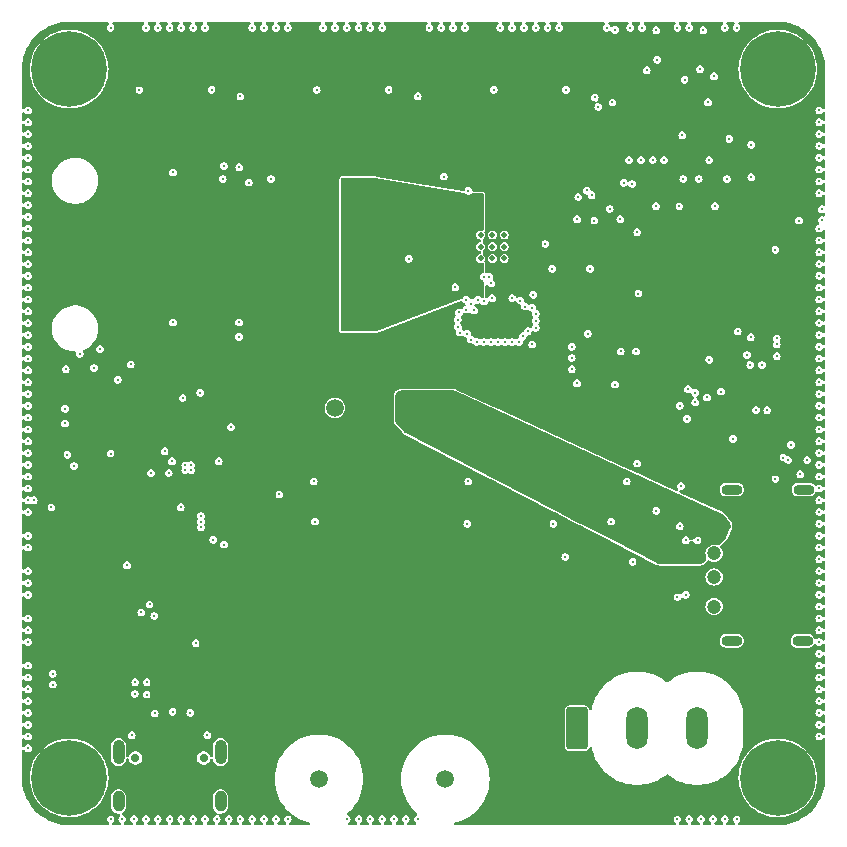
<source format=gbr>
%TF.GenerationSoftware,KiCad,Pcbnew,8.0.3-8.0.3-0~ubuntu22.04.1*%
%TF.CreationDate,2024-07-03T11:37:09+02:00*%
%TF.ProjectId,FabOS_MB,4661624f-535f-44d4-922e-6b696361645f,rev?*%
%TF.SameCoordinates,Original*%
%TF.FileFunction,Copper,L3,Inr*%
%TF.FilePolarity,Positive*%
%FSLAX46Y46*%
G04 Gerber Fmt 4.6, Leading zero omitted, Abs format (unit mm)*
G04 Created by KiCad (PCBNEW 8.0.3-8.0.3-0~ubuntu22.04.1) date 2024-07-03 11:37:09*
%MOMM*%
%LPD*%
G01*
G04 APERTURE LIST*
G04 Aperture macros list*
%AMRoundRect*
0 Rectangle with rounded corners*
0 $1 Rounding radius*
0 $2 $3 $4 $5 $6 $7 $8 $9 X,Y pos of 4 corners*
0 Add a 4 corners polygon primitive as box body*
4,1,4,$2,$3,$4,$5,$6,$7,$8,$9,$2,$3,0*
0 Add four circle primitives for the rounded corners*
1,1,$1+$1,$2,$3*
1,1,$1+$1,$4,$5*
1,1,$1+$1,$6,$7*
1,1,$1+$1,$8,$9*
0 Add four rect primitives between the rounded corners*
20,1,$1+$1,$2,$3,$4,$5,0*
20,1,$1+$1,$4,$5,$6,$7,0*
20,1,$1+$1,$6,$7,$8,$9,0*
20,1,$1+$1,$8,$9,$2,$3,0*%
G04 Aperture macros list end*
%TA.AperFunction,ComponentPad*%
%ADD10RoundRect,0.250000X-0.650000X-1.550000X0.650000X-1.550000X0.650000X1.550000X-0.650000X1.550000X0*%
%TD*%
%TA.AperFunction,ComponentPad*%
%ADD11O,1.800000X3.600000*%
%TD*%
%TA.AperFunction,ComponentPad*%
%ADD12C,0.800000*%
%TD*%
%TA.AperFunction,ComponentPad*%
%ADD13C,6.400000*%
%TD*%
%TA.AperFunction,ComponentPad*%
%ADD14C,1.200000*%
%TD*%
%TA.AperFunction,ComponentPad*%
%ADD15O,1.800000X0.900000*%
%TD*%
%TA.AperFunction,ComponentPad*%
%ADD16C,1.500000*%
%TD*%
%TA.AperFunction,ComponentPad*%
%ADD17C,0.700000*%
%TD*%
%TA.AperFunction,ComponentPad*%
%ADD18O,1.000000X2.100000*%
%TD*%
%TA.AperFunction,ComponentPad*%
%ADD19O,1.000000X1.800000*%
%TD*%
%TA.AperFunction,HeatsinkPad*%
%ADD20C,0.500000*%
%TD*%
%TA.AperFunction,ViaPad*%
%ADD21C,0.300000*%
%TD*%
G04 APERTURE END LIST*
D10*
%TO.N,Earth*%
%TO.C,e501*%
X143000000Y-155800000D03*
D11*
%TO.N,N*%
X148080000Y-155800000D03*
%TO.N,L*%
X153160000Y-155800000D03*
%TD*%
D12*
%TO.N,GND*%
%TO.C,H102*%
X157600000Y-100000000D03*
X158302944Y-98302944D03*
X158302944Y-101697056D03*
X160000000Y-97600000D03*
D13*
X160000000Y-100000000D03*
D12*
X160000000Y-102400000D03*
X161697056Y-98302944D03*
X161697056Y-101697056D03*
X162400000Y-100000000D03*
%TD*%
D14*
%TO.N,/5V_Flyback*%
%TO.C,J201*%
X154600000Y-138500000D03*
%TO.N,/ES*%
X154600000Y-141000000D03*
%TO.N,/LIN/LIN*%
X154600000Y-143000000D03*
%TO.N,GND*%
X154600000Y-145500000D03*
D15*
%TO.N,N/C*%
X156100000Y-148400000D03*
X162100000Y-148400000D03*
X156100000Y-135600000D03*
X162200000Y-135600000D03*
%TD*%
D12*
%TO.N,GND*%
%TO.C,H103*%
X157600000Y-160000000D03*
X158302944Y-158302944D03*
X158302944Y-161697056D03*
X160000000Y-157600000D03*
D13*
X160000000Y-160000000D03*
D12*
X160000000Y-162400000D03*
X161697056Y-158302944D03*
X161697056Y-161697056D03*
X162400000Y-160000000D03*
%TD*%
D16*
%TO.N,N*%
%TO.C,U501*%
X131850000Y-160100000D03*
%TO.N,L*%
X121150000Y-160100000D03*
%TO.N,GND*%
X122500000Y-128700000D03*
%TO.N,/5V_Flyback*%
X130500000Y-128700000D03*
%TD*%
D12*
%TO.N,GND*%
%TO.C,H104*%
X97600000Y-160000000D03*
X98302944Y-158302944D03*
X98302944Y-161697056D03*
X100000000Y-157600000D03*
D13*
X100000000Y-160000000D03*
D12*
X100000000Y-162400000D03*
X101697056Y-158302944D03*
X101697056Y-161697056D03*
X102400000Y-160000000D03*
%TD*%
D17*
%TO.N,GND*%
%TO.C,J401*%
X105610000Y-158320000D03*
X111390000Y-158320000D03*
D18*
X104180000Y-157820000D03*
D19*
X104180000Y-162000000D03*
D18*
X112820000Y-157820000D03*
D19*
X112820000Y-162000000D03*
%TD*%
D12*
%TO.N,GND*%
%TO.C,H101*%
X97600000Y-100000000D03*
X98302944Y-98302944D03*
X98302944Y-101697056D03*
X100000000Y-97600000D03*
D13*
X100000000Y-100000000D03*
D12*
X100000000Y-102400000D03*
X101697056Y-98302944D03*
X101697056Y-101697056D03*
X102400000Y-100000000D03*
%TD*%
D20*
%TO.N,GND*%
%TO.C,U301*%
X134830000Y-116030000D03*
X135830000Y-116030000D03*
X136830000Y-116030000D03*
X134830000Y-115030000D03*
X135830000Y-115030000D03*
X136830000Y-115030000D03*
X134830000Y-114030000D03*
X135830000Y-114030000D03*
X136830000Y-114030000D03*
%TD*%
D21*
%TO.N,GND*%
X154600000Y-100600000D03*
X96500000Y-127500000D03*
X96500000Y-105500000D03*
X163500000Y-142500000D03*
X132700000Y-118460000D03*
X163500000Y-127500000D03*
X152300000Y-129600000D03*
X148400000Y-107700000D03*
X155500000Y-163500000D03*
X98600000Y-151200000D03*
X98600000Y-152100000D03*
X113100000Y-108200000D03*
X163500000Y-131500000D03*
X133800000Y-110300000D03*
X138500000Y-96500000D03*
X161800000Y-112820000D03*
X147700000Y-141700000D03*
X135120000Y-119670000D03*
X163710000Y-111860000D03*
X106550000Y-151900000D03*
X102600000Y-123700000D03*
X163500000Y-135500000D03*
X131500000Y-96500000D03*
X159110000Y-128870000D03*
X122500000Y-96500000D03*
X112050000Y-101750000D03*
X163500000Y-133500000D03*
X141500000Y-96500000D03*
X145900000Y-138300000D03*
X96500000Y-112500000D03*
X96500000Y-154500000D03*
X163500000Y-121500000D03*
X96500000Y-117500000D03*
X96500000Y-137500000D03*
X152000000Y-109300000D03*
X113000000Y-109300000D03*
X123500000Y-96500000D03*
X139500000Y-121900000D03*
X163500000Y-122500000D03*
X148900000Y-100100000D03*
X154200000Y-107700000D03*
X153200000Y-139890000D03*
X157750000Y-106400000D03*
X114500000Y-163500000D03*
X152500000Y-163500000D03*
X135950000Y-101750000D03*
X123500000Y-163500000D03*
X104100000Y-126300000D03*
X163500000Y-139500000D03*
X96500000Y-152500000D03*
X105600000Y-151900000D03*
X163500000Y-143500000D03*
X156600000Y-122200000D03*
X133500000Y-96500000D03*
X146700000Y-123900000D03*
X163500000Y-140500000D03*
X145500000Y-96500000D03*
X96500000Y-118500000D03*
X155900000Y-105900000D03*
X133800000Y-134900000D03*
X155700000Y-109300000D03*
X127040000Y-101740000D03*
X96500000Y-104500000D03*
X151500000Y-144700000D03*
X117500000Y-96500000D03*
X127500000Y-163500000D03*
X148100000Y-133400000D03*
X140900000Y-116900000D03*
X96500000Y-134500000D03*
X96500000Y-156500000D03*
X157400000Y-124200000D03*
X96500000Y-115500000D03*
X163500000Y-155500000D03*
X110700000Y-148600000D03*
X163500000Y-144500000D03*
X117800000Y-136000000D03*
X134000000Y-122900000D03*
X96500000Y-128500000D03*
X96500000Y-139500000D03*
X147400000Y-107700000D03*
X107500000Y-163500000D03*
X154200000Y-124600000D03*
X144800000Y-103200000D03*
X151500000Y-163500000D03*
X153700000Y-96700000D03*
X111100000Y-127400000D03*
X96500000Y-122500000D03*
X156500000Y-163500000D03*
X149700000Y-137400000D03*
X120950000Y-101760000D03*
X142550000Y-124450000D03*
X96500000Y-111500000D03*
X163500000Y-128500000D03*
X136900000Y-123100000D03*
X126500000Y-163500000D03*
X100400000Y-133600000D03*
X157750000Y-109150000D03*
X104500000Y-163500000D03*
X139500000Y-121300000D03*
X163500000Y-132500000D03*
X96500000Y-103500000D03*
X96500000Y-116500000D03*
X163710000Y-112780000D03*
X133700000Y-122400000D03*
X99700000Y-125400000D03*
X112200000Y-139850000D03*
X163500000Y-141500000D03*
X118500000Y-163500000D03*
X133620000Y-119530000D03*
X163500000Y-124500000D03*
X105200000Y-125000000D03*
X124500000Y-96500000D03*
X96500000Y-129500000D03*
X134580000Y-119530000D03*
X163500000Y-154500000D03*
X120800000Y-138300000D03*
X96500000Y-155500000D03*
X146000000Y-102800000D03*
X148100000Y-113800000D03*
X163500000Y-113500000D03*
X135740000Y-118130000D03*
X99650000Y-128750000D03*
X163500000Y-108500000D03*
X108500000Y-163500000D03*
X117500000Y-163500000D03*
X133620000Y-120360000D03*
X152100000Y-100900000D03*
X136500000Y-96500000D03*
X100900000Y-124100000D03*
X163500000Y-114500000D03*
X154100000Y-102800000D03*
X129500000Y-102300000D03*
X146200000Y-126700000D03*
X155200000Y-127300000D03*
X105500000Y-163500000D03*
X96500000Y-150500000D03*
X96500000Y-114500000D03*
X113500000Y-163500000D03*
X163500000Y-156500000D03*
X133700000Y-138500000D03*
X96500000Y-132500000D03*
X98500000Y-137100000D03*
X113100000Y-140250000D03*
X96500000Y-148500000D03*
X120700000Y-134900000D03*
X163500000Y-137500000D03*
X128500000Y-163500000D03*
X148500000Y-96500000D03*
X163500000Y-126500000D03*
X163500000Y-105500000D03*
X138820000Y-122190000D03*
X142550000Y-123500000D03*
X106800000Y-145300000D03*
X111700000Y-156400000D03*
X135800000Y-119400000D03*
X163500000Y-150500000D03*
X118500000Y-96500000D03*
X153300000Y-109300000D03*
X151900000Y-105600000D03*
X147500000Y-96500000D03*
X163500000Y-152500000D03*
X124500000Y-163500000D03*
X96500000Y-136500000D03*
X138600000Y-120100000D03*
X109500000Y-96500000D03*
X125500000Y-96500000D03*
X105550000Y-152900000D03*
X148000000Y-123900000D03*
X140320000Y-114800000D03*
X102100000Y-125300000D03*
X132900000Y-121200000D03*
X110250000Y-154500000D03*
X163500000Y-110500000D03*
X99650000Y-130000000D03*
X131700000Y-109100000D03*
X112500000Y-163500000D03*
X106500000Y-96500000D03*
X163500000Y-146500000D03*
X156500000Y-96500000D03*
X105300000Y-156400000D03*
X96500000Y-110500000D03*
X163500000Y-151500000D03*
X149670000Y-111600000D03*
X163500000Y-118500000D03*
X114380000Y-122650000D03*
X96500000Y-144500000D03*
X96500000Y-146500000D03*
X132500000Y-96500000D03*
X161900000Y-134300000D03*
X116500000Y-96500000D03*
X163500000Y-107500000D03*
X103500000Y-163500000D03*
X126500000Y-96500000D03*
X163500000Y-138500000D03*
X115200000Y-109600000D03*
X154500000Y-163500000D03*
X96500000Y-125500000D03*
X135700000Y-123100000D03*
X147200000Y-134900000D03*
X163500000Y-123500000D03*
X150350000Y-107700000D03*
X134270000Y-120430000D03*
X107200000Y-146300000D03*
X96500000Y-142500000D03*
X121500000Y-96500000D03*
X149700000Y-96700000D03*
X96500000Y-135500000D03*
X96500000Y-123500000D03*
X108750000Y-154400000D03*
X163500000Y-153500000D03*
X108425000Y-134200000D03*
X146212000Y-96670000D03*
X96500000Y-133500000D03*
X163500000Y-147500000D03*
X137500000Y-123100000D03*
X163500000Y-148500000D03*
X163500000Y-103500000D03*
X96500000Y-126500000D03*
X163500000Y-125500000D03*
X107250000Y-154550000D03*
X163500000Y-145500000D03*
X96500000Y-157500000D03*
X163500000Y-136500000D03*
X139200000Y-123300000D03*
X96500000Y-143500000D03*
X134000000Y-119900000D03*
X135100000Y-123100000D03*
X106550000Y-152950000D03*
X163500000Y-149500000D03*
X142000000Y-141300000D03*
X143000000Y-112700000D03*
X163500000Y-115500000D03*
X139200000Y-120200000D03*
X152200000Y-144500000D03*
X138100000Y-123100000D03*
X154670000Y-111600000D03*
X96500000Y-113500000D03*
X117100000Y-109300000D03*
X96500000Y-108500000D03*
X163500000Y-109500000D03*
X130500000Y-96500000D03*
X163500000Y-130500000D03*
X153500000Y-163500000D03*
X128750000Y-116050000D03*
X106100000Y-146000000D03*
X137500000Y-96500000D03*
X139500000Y-120700000D03*
X96500000Y-153500000D03*
X161100000Y-131800000D03*
X103500000Y-96500000D03*
X108500000Y-96500000D03*
X144100000Y-116900000D03*
X163500000Y-116500000D03*
X106925000Y-134200000D03*
X153400000Y-100000000D03*
X96500000Y-151500000D03*
X163500000Y-117500000D03*
X107500000Y-96500000D03*
X105950000Y-101760000D03*
X115500000Y-96500000D03*
X159800000Y-134700000D03*
X109450000Y-137100000D03*
X96500000Y-131500000D03*
X163500000Y-119500000D03*
X158660000Y-125040000D03*
X111500000Y-163500000D03*
X132900000Y-121800000D03*
X114400000Y-108300000D03*
X96500000Y-130500000D03*
X96500000Y-120500000D03*
X144470000Y-112820000D03*
X163500000Y-134500000D03*
X133000000Y-120600000D03*
X152500000Y-96500000D03*
X106500000Y-163500000D03*
X129500000Y-163500000D03*
X140500000Y-96500000D03*
X138400000Y-122600000D03*
X114390000Y-121441000D03*
X144500000Y-102400000D03*
X134500000Y-123100000D03*
X152190000Y-139890000D03*
X110500000Y-96500000D03*
X109500000Y-163500000D03*
X136300000Y-123100000D03*
X143900000Y-122400000D03*
X142550000Y-125400000D03*
X163500000Y-106500000D03*
X143000000Y-126600000D03*
X163500000Y-129500000D03*
X96500000Y-119500000D03*
X96500000Y-109500000D03*
X149800000Y-99200000D03*
X149400000Y-107700000D03*
X141000000Y-138500000D03*
X139300000Y-119100000D03*
X156200000Y-131300000D03*
X151700000Y-138700000D03*
X96500000Y-107500000D03*
X96500000Y-140500000D03*
X96500000Y-121500000D03*
X158160000Y-128860000D03*
X163500000Y-120500000D03*
X142050000Y-101750000D03*
X148200000Y-119000000D03*
X96500000Y-147500000D03*
X96500000Y-124500000D03*
X151500000Y-96500000D03*
X116500000Y-163500000D03*
X96500000Y-106500000D03*
X108700000Y-133200000D03*
X163500000Y-104500000D03*
X151800000Y-135300000D03*
X157700000Y-122700000D03*
X110500000Y-163500000D03*
X114500000Y-102310000D03*
X111500000Y-96500000D03*
X125500000Y-163500000D03*
X115500000Y-163500000D03*
X155500000Y-96500000D03*
X137515000Y-119380000D03*
X139500000Y-96500000D03*
X133100000Y-122300000D03*
X138200000Y-119600000D03*
%TO.N,+3.3V*%
X140320000Y-117750000D03*
X107750000Y-138300000D03*
X138360000Y-115280000D03*
X156670000Y-111600000D03*
X145450000Y-124700000D03*
X144550000Y-125300000D03*
X97500000Y-145050000D03*
X114500000Y-96670000D03*
X162320000Y-111390000D03*
X137030000Y-110540000D03*
X143900000Y-112800000D03*
X144500000Y-96750000D03*
X148670000Y-111590000D03*
X99650000Y-127450000D03*
X132700000Y-109200000D03*
X104900000Y-140000000D03*
X159570000Y-127480000D03*
X142350000Y-114400000D03*
X107750000Y-138850000D03*
X107750000Y-137824997D03*
X129500000Y-96650000D03*
X154170000Y-111600000D03*
X142220000Y-140090000D03*
X108450000Y-137000000D03*
X162320000Y-113240000D03*
X159170000Y-125050000D03*
X149170000Y-111600000D03*
X140350000Y-112800000D03*
%TO.N,/ethernet/CT*%
X125100000Y-118890000D03*
X128750000Y-114230000D03*
X132200000Y-111900000D03*
X133892500Y-113000000D03*
X134150000Y-118140000D03*
X131700000Y-117850000D03*
X131760000Y-111090000D03*
X129260000Y-113700000D03*
X125100000Y-112540000D03*
%TO.N,/power/5V_max*%
X112650000Y-133200000D03*
X109600000Y-127850000D03*
%TO.N,Net-(U502-SW)*%
X110300003Y-133950000D03*
X109825000Y-133550000D03*
X110299965Y-133544047D03*
X108075000Y-132350000D03*
X111150000Y-138300000D03*
X111150000Y-137824997D03*
X111150000Y-138775003D03*
X109825000Y-133950000D03*
%TO.N,Net-(U601-BOOT0)*%
X151700000Y-128500000D03*
X159800000Y-115300000D03*
%TO.N,/STM32/NRST*%
X103500000Y-132550000D03*
X97000000Y-136500000D03*
X99850000Y-132650000D03*
%TO.N,/5V_Flyback*%
X104900000Y-142000000D03*
X113700000Y-130300000D03*
%TO.N,/ES*%
X160475145Y-132887572D03*
%TO.N,/ethernet/LED2+*%
X135080000Y-117560000D03*
X108790000Y-121440000D03*
%TO.N,/ethernet/LED1+*%
X135580000Y-117560000D03*
X108800000Y-108750000D03*
%TO.N,/STM32/SWDIO*%
X157670000Y-125040000D03*
X154000000Y-127800000D03*
%TO.N,/STM32/VCP_TX*%
X153000000Y-127400000D03*
X159900000Y-123300000D03*
%TO.N,/STM32/SWCLK*%
X153000000Y-128200000D03*
X159900000Y-124300000D03*
%TO.N,/STM32/VCP_RX*%
X159900000Y-122800000D03*
X152400000Y-127100000D03*
%TO.N,/USART1_RX*%
X160900000Y-133100000D03*
X162500000Y-133100000D03*
%TO.N,/ETH_MDI0*%
X146940000Y-109620000D03*
X143100000Y-110830000D03*
%TO.N,/ETH_REF_CLK*%
X147670000Y-109720000D03*
X143820000Y-110270000D03*
%TO.N,/NRST_ETH*%
X145770000Y-111840000D03*
X146660000Y-112710000D03*
%TO.N,/ETH_MDC*%
X144230000Y-110680000D03*
X151670000Y-111600000D03*
%TD*%
%TA.AperFunction,Conductor*%
%TO.N,/5V_Flyback*%
G36*
X132503766Y-127201448D02*
G01*
X132541154Y-127205497D01*
X132570641Y-127208691D01*
X132623026Y-127220174D01*
X132686805Y-127241571D01*
X132711764Y-127251471D01*
X153209511Y-136691222D01*
X155275768Y-137642788D01*
X155301993Y-137656822D01*
X155365420Y-137695807D01*
X155411945Y-137732716D01*
X155464341Y-137785618D01*
X155483968Y-137807958D01*
X155701425Y-138087546D01*
X155903980Y-138347974D01*
X155922886Y-138376025D01*
X155965257Y-138449163D01*
X155990865Y-138511616D01*
X156007750Y-138576881D01*
X156015643Y-138643917D01*
X156014379Y-138711315D01*
X156003978Y-138778008D01*
X155979753Y-138858989D01*
X155967879Y-138890664D01*
X155636463Y-139619779D01*
X155627770Y-139637084D01*
X155604276Y-139679641D01*
X155582995Y-139711967D01*
X155553185Y-139750376D01*
X155540723Y-139765204D01*
X155104532Y-140245014D01*
X155026409Y-140302771D01*
X154932131Y-140326236D01*
X154838050Y-140312545D01*
X154762908Y-140286252D01*
X154762904Y-140286251D01*
X154762903Y-140286251D01*
X154762902Y-140286250D01*
X154600004Y-140267897D01*
X154599996Y-140267897D01*
X154437097Y-140286250D01*
X154437096Y-140286251D01*
X154437093Y-140286251D01*
X154437092Y-140286252D01*
X154390787Y-140302455D01*
X154282351Y-140340398D01*
X154143541Y-140427619D01*
X154027619Y-140543541D01*
X153940398Y-140682351D01*
X153886251Y-140837096D01*
X153886250Y-140837097D01*
X153867897Y-140999995D01*
X153867897Y-141000004D01*
X153886250Y-141162902D01*
X153886251Y-141162906D01*
X153943945Y-141327785D01*
X153957526Y-141423986D01*
X153933259Y-141518061D01*
X153893163Y-141577520D01*
X153760430Y-141723526D01*
X153735481Y-141747409D01*
X153669167Y-141802606D01*
X153610602Y-141838942D01*
X153547682Y-141866775D01*
X153481411Y-141885664D01*
X153433919Y-141892300D01*
X153395959Y-141897604D01*
X153361506Y-141900000D01*
X150036309Y-141900000D01*
X150006709Y-141898234D01*
X149933024Y-141889412D01*
X149875506Y-141875441D01*
X149852302Y-141866775D01*
X149805988Y-141849477D01*
X149778884Y-141837470D01*
X146006758Y-139890000D01*
X151859479Y-139890000D01*
X151879412Y-140003045D01*
X151936806Y-140102455D01*
X151936808Y-140102456D01*
X151936810Y-140102459D01*
X152007152Y-140161483D01*
X152024739Y-140176240D01*
X152132606Y-140215500D01*
X152132607Y-140215500D01*
X152247393Y-140215500D01*
X152247394Y-140215500D01*
X152355261Y-140176240D01*
X152443194Y-140102455D01*
X152479360Y-140039812D01*
X152543418Y-139966768D01*
X152630554Y-139923798D01*
X152727501Y-139917443D01*
X152819500Y-139948673D01*
X152892545Y-140012731D01*
X152910639Y-140039811D01*
X152946806Y-140102455D01*
X152946808Y-140102456D01*
X152946810Y-140102459D01*
X153017152Y-140161483D01*
X153034739Y-140176240D01*
X153142606Y-140215500D01*
X153142607Y-140215500D01*
X153257393Y-140215500D01*
X153257394Y-140215500D01*
X153365261Y-140176240D01*
X153453194Y-140102455D01*
X153510588Y-140003045D01*
X153530521Y-139890000D01*
X153510588Y-139776955D01*
X153453194Y-139677545D01*
X153453191Y-139677542D01*
X153453189Y-139677540D01*
X153365261Y-139603760D01*
X153365258Y-139603759D01*
X153257394Y-139564500D01*
X153142606Y-139564500D01*
X153034739Y-139603759D01*
X152946805Y-139677545D01*
X152910638Y-139740188D01*
X152846579Y-139813232D01*
X152759443Y-139856202D01*
X152662496Y-139862555D01*
X152570497Y-139831325D01*
X152497453Y-139767266D01*
X152479365Y-139740195D01*
X152443194Y-139677545D01*
X152443190Y-139677542D01*
X152443189Y-139677540D01*
X152355261Y-139603760D01*
X152355258Y-139603759D01*
X152247394Y-139564500D01*
X152132606Y-139564500D01*
X152024739Y-139603759D01*
X151936806Y-139677544D01*
X151879412Y-139776955D01*
X151865439Y-139856202D01*
X151859479Y-139890000D01*
X146006758Y-139890000D01*
X143701803Y-138700000D01*
X151369479Y-138700000D01*
X151389412Y-138813045D01*
X151446806Y-138912455D01*
X151446808Y-138912456D01*
X151446810Y-138912459D01*
X151517152Y-138971483D01*
X151534739Y-138986240D01*
X151642606Y-139025500D01*
X151642607Y-139025500D01*
X151757393Y-139025500D01*
X151757394Y-139025500D01*
X151865261Y-138986240D01*
X151953194Y-138912455D01*
X152010588Y-138813045D01*
X152030521Y-138700000D01*
X152010588Y-138586955D01*
X151953194Y-138487545D01*
X151953191Y-138487542D01*
X151953189Y-138487540D01*
X151865261Y-138413760D01*
X151863297Y-138413045D01*
X151757394Y-138374500D01*
X151642606Y-138374500D01*
X151534739Y-138413759D01*
X151446806Y-138487544D01*
X151432425Y-138512453D01*
X151389412Y-138586955D01*
X151369479Y-138700000D01*
X143701803Y-138700000D01*
X142927028Y-138300000D01*
X145569479Y-138300000D01*
X145589412Y-138413045D01*
X145646806Y-138512455D01*
X145646808Y-138512456D01*
X145646810Y-138512459D01*
X145717152Y-138571483D01*
X145734739Y-138586240D01*
X145842606Y-138625500D01*
X145842607Y-138625500D01*
X145957393Y-138625500D01*
X145957394Y-138625500D01*
X146065261Y-138586240D01*
X146153194Y-138512455D01*
X146210588Y-138413045D01*
X146230521Y-138300000D01*
X146210588Y-138186955D01*
X146153194Y-138087545D01*
X146153191Y-138087542D01*
X146153189Y-138087540D01*
X146065261Y-138013760D01*
X146065258Y-138013759D01*
X145957394Y-137974500D01*
X145842606Y-137974500D01*
X145734739Y-138013759D01*
X145646806Y-138087544D01*
X145589412Y-138186955D01*
X145584686Y-138213760D01*
X145569479Y-138300000D01*
X142927028Y-138300000D01*
X141183785Y-137400000D01*
X149369479Y-137400000D01*
X149389412Y-137513045D01*
X149446806Y-137612455D01*
X149446808Y-137612456D01*
X149446810Y-137612459D01*
X149482955Y-137642788D01*
X149534739Y-137686240D01*
X149642606Y-137725500D01*
X149642607Y-137725500D01*
X149757393Y-137725500D01*
X149757394Y-137725500D01*
X149865261Y-137686240D01*
X149953194Y-137612455D01*
X150010588Y-137513045D01*
X150030521Y-137400000D01*
X150010588Y-137286955D01*
X149953194Y-137187545D01*
X149953191Y-137187542D01*
X149953189Y-137187540D01*
X149865261Y-137113760D01*
X149865258Y-137113759D01*
X149757394Y-137074500D01*
X149642606Y-137074500D01*
X149534739Y-137113759D01*
X149446806Y-137187544D01*
X149446805Y-137187546D01*
X149389412Y-137286955D01*
X149369479Y-137400000D01*
X141183785Y-137400000D01*
X136341443Y-134900000D01*
X146869479Y-134900000D01*
X146889412Y-135013045D01*
X146946806Y-135112455D01*
X146946808Y-135112456D01*
X146946810Y-135112459D01*
X146977112Y-135137885D01*
X147034739Y-135186240D01*
X147142606Y-135225500D01*
X147142607Y-135225500D01*
X147257393Y-135225500D01*
X147257394Y-135225500D01*
X147365261Y-135186240D01*
X147453194Y-135112455D01*
X147510588Y-135013045D01*
X147530521Y-134900000D01*
X147510588Y-134786955D01*
X147453194Y-134687545D01*
X147453191Y-134687542D01*
X147453189Y-134687540D01*
X147365261Y-134613760D01*
X147365258Y-134613759D01*
X147257394Y-134574500D01*
X147142606Y-134574500D01*
X147034739Y-134613759D01*
X146946806Y-134687544D01*
X146946805Y-134687546D01*
X146889412Y-134786955D01*
X146869479Y-134900000D01*
X136341443Y-134900000D01*
X128492760Y-130847889D01*
X128472942Y-130836476D01*
X128448645Y-130820955D01*
X128424588Y-130805587D01*
X128388500Y-130777557D01*
X128366947Y-130757388D01*
X128346612Y-130738357D01*
X128330648Y-130721979D01*
X127736323Y-130053364D01*
X127717701Y-130029669D01*
X127674778Y-129967668D01*
X127646759Y-129914425D01*
X127625363Y-129858149D01*
X127610934Y-129799749D01*
X127601822Y-129724874D01*
X127600000Y-129694806D01*
X127600000Y-127716321D01*
X127602130Y-127683821D01*
X127612758Y-127603090D01*
X127629580Y-127540306D01*
X127654443Y-127480282D01*
X127686938Y-127423998D01*
X127726497Y-127372445D01*
X127772445Y-127326497D01*
X127823998Y-127286938D01*
X127880282Y-127254443D01*
X127940306Y-127229580D01*
X128003089Y-127212758D01*
X128036971Y-127208297D01*
X128083823Y-127202130D01*
X128116322Y-127200000D01*
X132476954Y-127200000D01*
X132503766Y-127201448D01*
G37*
%TD.AperFunction*%
%TD*%
%TA.AperFunction,Conductor*%
%TO.N,/ethernet/CT*%
G36*
X125910511Y-109201821D02*
G01*
X133400000Y-110500000D01*
X133486831Y-110500000D01*
X133553870Y-110519685D01*
X133566533Y-110529008D01*
X133634739Y-110586240D01*
X133634743Y-110586241D01*
X133634744Y-110586242D01*
X133742603Y-110625499D01*
X133742606Y-110625500D01*
X133742608Y-110625500D01*
X133857392Y-110625500D01*
X133857394Y-110625500D01*
X133965261Y-110586240D01*
X134033463Y-110529010D01*
X134097471Y-110500998D01*
X134113169Y-110500000D01*
X134976000Y-110500000D01*
X135043039Y-110519685D01*
X135088794Y-110572489D01*
X135100000Y-110624000D01*
X135100000Y-113545371D01*
X135080315Y-113612410D01*
X135027511Y-113658165D01*
X134958353Y-113668109D01*
X134956603Y-113667845D01*
X134895482Y-113658165D01*
X134830000Y-113647794D01*
X134829998Y-113647794D01*
X134829997Y-113647794D01*
X134711895Y-113666498D01*
X134711894Y-113666498D01*
X134605342Y-113720790D01*
X134520790Y-113805342D01*
X134466498Y-113911894D01*
X134466498Y-113911895D01*
X134447794Y-114029996D01*
X134447794Y-114030003D01*
X134466498Y-114148104D01*
X134466498Y-114148105D01*
X134520790Y-114254657D01*
X134605342Y-114339209D01*
X134605344Y-114339210D01*
X134605345Y-114339211D01*
X134711892Y-114393500D01*
X134711893Y-114393500D01*
X134711895Y-114393501D01*
X134800453Y-114407527D01*
X134863588Y-114437456D01*
X134900520Y-114496767D01*
X134899522Y-114566630D01*
X134860913Y-114624863D01*
X134800453Y-114652473D01*
X134711895Y-114666498D01*
X134711894Y-114666498D01*
X134605342Y-114720790D01*
X134520790Y-114805342D01*
X134466498Y-114911894D01*
X134466498Y-114911895D01*
X134447794Y-115029996D01*
X134447794Y-115030003D01*
X134466498Y-115148104D01*
X134466498Y-115148105D01*
X134520790Y-115254657D01*
X134605342Y-115339209D01*
X134605344Y-115339210D01*
X134605345Y-115339211D01*
X134711892Y-115393500D01*
X134711893Y-115393500D01*
X134711895Y-115393501D01*
X134800453Y-115407527D01*
X134863588Y-115437456D01*
X134900520Y-115496767D01*
X134899522Y-115566630D01*
X134860913Y-115624863D01*
X134800453Y-115652473D01*
X134711895Y-115666498D01*
X134711894Y-115666498D01*
X134605342Y-115720790D01*
X134520790Y-115805342D01*
X134466498Y-115911894D01*
X134466498Y-115911895D01*
X134447794Y-116029996D01*
X134447794Y-116030003D01*
X134466498Y-116148104D01*
X134466498Y-116148105D01*
X134520790Y-116254657D01*
X134605342Y-116339209D01*
X134605344Y-116339210D01*
X134605345Y-116339211D01*
X134711892Y-116393500D01*
X134711893Y-116393500D01*
X134711895Y-116393501D01*
X134829997Y-116412206D01*
X134830000Y-116412206D01*
X134830003Y-116412206D01*
X134956603Y-116392155D01*
X135025896Y-116401110D01*
X135079348Y-116446106D01*
X135099987Y-116512858D01*
X135100000Y-116514628D01*
X135100000Y-117119505D01*
X135080315Y-117186544D01*
X135027511Y-117232299D01*
X135018411Y-117236027D01*
X134914740Y-117273760D01*
X134826805Y-117347546D01*
X134826803Y-117347548D01*
X134769414Y-117446949D01*
X134769412Y-117446955D01*
X134749479Y-117559999D01*
X134749479Y-117560000D01*
X134769412Y-117673044D01*
X134769414Y-117673050D01*
X134826803Y-117772451D01*
X134826808Y-117772457D01*
X134870772Y-117809347D01*
X134914739Y-117846240D01*
X135018410Y-117883972D01*
X135074673Y-117925397D01*
X135099610Y-117990665D01*
X135100000Y-118000494D01*
X135100000Y-119244063D01*
X135080315Y-119311102D01*
X135027511Y-119356857D01*
X135018411Y-119360585D01*
X134983664Y-119373232D01*
X134913935Y-119377663D01*
X134852879Y-119343693D01*
X134833866Y-119318710D01*
X134833194Y-119317545D01*
X134833192Y-119317543D01*
X134833191Y-119317542D01*
X134745262Y-119243761D01*
X134745261Y-119243760D01*
X134745258Y-119243759D01*
X134745255Y-119243757D01*
X134637396Y-119204500D01*
X134637394Y-119204500D01*
X134522606Y-119204500D01*
X134522605Y-119204500D01*
X134414740Y-119243759D01*
X134378105Y-119274500D01*
X134326809Y-119317543D01*
X134326805Y-119317546D01*
X134326803Y-119317548D01*
X134269412Y-119416952D01*
X134268883Y-119418408D01*
X134267443Y-119420362D01*
X134263987Y-119426350D01*
X134263319Y-119425964D01*
X134227457Y-119474673D01*
X134162189Y-119499610D01*
X134152360Y-119500000D01*
X134047640Y-119500000D01*
X133980601Y-119480315D01*
X133934846Y-119427511D01*
X133931117Y-119418408D01*
X133930587Y-119416952D01*
X133873196Y-119317548D01*
X133873195Y-119317546D01*
X133873194Y-119317545D01*
X133873192Y-119317543D01*
X133873191Y-119317542D01*
X133785262Y-119243761D01*
X133785261Y-119243760D01*
X133785258Y-119243759D01*
X133785255Y-119243757D01*
X133677396Y-119204500D01*
X133677394Y-119204500D01*
X133562606Y-119204500D01*
X133562605Y-119204500D01*
X133454740Y-119243759D01*
X133418105Y-119274500D01*
X133366809Y-119317543D01*
X133366805Y-119317546D01*
X133366803Y-119317548D01*
X133309412Y-119416952D01*
X133308883Y-119418408D01*
X133307443Y-119420362D01*
X133303987Y-119426350D01*
X133303319Y-119425964D01*
X133267457Y-119474673D01*
X133210677Y-119496366D01*
X133210975Y-119498010D01*
X133202221Y-119499597D01*
X133202189Y-119499610D01*
X133202142Y-119499611D01*
X133200000Y-119500000D01*
X126021053Y-122192105D01*
X125977514Y-122200000D01*
X123124000Y-122200000D01*
X123056961Y-122180315D01*
X123011206Y-122127511D01*
X123000000Y-122076000D01*
X123000000Y-118459999D01*
X132369479Y-118459999D01*
X132369479Y-118460000D01*
X132389412Y-118573044D01*
X132389414Y-118573050D01*
X132446803Y-118672451D01*
X132446805Y-118672453D01*
X132446806Y-118672455D01*
X132534739Y-118746240D01*
X132642606Y-118785500D01*
X132642608Y-118785500D01*
X132757392Y-118785500D01*
X132757394Y-118785500D01*
X132865261Y-118746240D01*
X132953194Y-118672455D01*
X133010588Y-118573045D01*
X133030521Y-118460000D01*
X133010588Y-118346955D01*
X132953194Y-118247545D01*
X132953192Y-118247543D01*
X132953191Y-118247542D01*
X132865262Y-118173761D01*
X132865261Y-118173760D01*
X132865258Y-118173759D01*
X132865255Y-118173757D01*
X132757396Y-118134500D01*
X132757394Y-118134500D01*
X132642606Y-118134500D01*
X132642605Y-118134500D01*
X132534740Y-118173759D01*
X132446805Y-118247546D01*
X132446803Y-118247548D01*
X132389414Y-118346949D01*
X132389412Y-118346955D01*
X132369479Y-118459999D01*
X123000000Y-118459999D01*
X123000000Y-116050000D01*
X128419479Y-116050000D01*
X128436777Y-116148104D01*
X128439412Y-116163044D01*
X128439414Y-116163050D01*
X128496803Y-116262451D01*
X128496805Y-116262453D01*
X128496806Y-116262455D01*
X128584739Y-116336240D01*
X128584743Y-116336241D01*
X128584744Y-116336242D01*
X128692603Y-116375499D01*
X128692606Y-116375500D01*
X128692608Y-116375500D01*
X128807392Y-116375500D01*
X128807394Y-116375500D01*
X128915261Y-116336240D01*
X129003194Y-116262455D01*
X129060588Y-116163045D01*
X129080521Y-116050000D01*
X129060588Y-115936955D01*
X129046119Y-115911894D01*
X129003196Y-115837548D01*
X129003195Y-115837546D01*
X129003194Y-115837545D01*
X129003192Y-115837543D01*
X129003191Y-115837542D01*
X128915262Y-115763761D01*
X128915261Y-115763760D01*
X128915258Y-115763759D01*
X128915255Y-115763757D01*
X128807396Y-115724500D01*
X128807394Y-115724500D01*
X128692606Y-115724500D01*
X128692605Y-115724500D01*
X128584740Y-115763759D01*
X128496805Y-115837546D01*
X128496803Y-115837548D01*
X128439414Y-115936949D01*
X128439412Y-115936955D01*
X128423006Y-116030000D01*
X128419479Y-116050000D01*
X123000000Y-116050000D01*
X123000000Y-109324000D01*
X123019685Y-109256961D01*
X123072489Y-109211206D01*
X123124000Y-109200000D01*
X125889334Y-109200000D01*
X125910511Y-109201821D01*
G37*
%TD.AperFunction*%
%TD*%
%TA.AperFunction,Conductor*%
%TO.N,+3.3V*%
G36*
X103315841Y-96019685D02*
G01*
X103361596Y-96072489D01*
X103371540Y-96141647D01*
X103342515Y-96205203D01*
X103328513Y-96218984D01*
X103246810Y-96287542D01*
X103246805Y-96287546D01*
X103246803Y-96287548D01*
X103189414Y-96386949D01*
X103189412Y-96386955D01*
X103169479Y-96499999D01*
X103169479Y-96500000D01*
X103189412Y-96613044D01*
X103189414Y-96613050D01*
X103246803Y-96712451D01*
X103246805Y-96712453D01*
X103246806Y-96712455D01*
X103334739Y-96786240D01*
X103334743Y-96786241D01*
X103334744Y-96786242D01*
X103442603Y-96825499D01*
X103442606Y-96825500D01*
X103442608Y-96825500D01*
X103557392Y-96825500D01*
X103557394Y-96825500D01*
X103665261Y-96786240D01*
X103753194Y-96712455D01*
X103810588Y-96613045D01*
X103830521Y-96500000D01*
X103810588Y-96386955D01*
X103809303Y-96384730D01*
X103753196Y-96287548D01*
X103753195Y-96287546D01*
X103753194Y-96287545D01*
X103753192Y-96287543D01*
X103753191Y-96287542D01*
X103671493Y-96218989D01*
X103632791Y-96160818D01*
X103631683Y-96090957D01*
X103668520Y-96031587D01*
X103731607Y-96001557D01*
X103751199Y-96000000D01*
X106248802Y-96000000D01*
X106315841Y-96019685D01*
X106361596Y-96072489D01*
X106371540Y-96141647D01*
X106342515Y-96205203D01*
X106328513Y-96218984D01*
X106246810Y-96287542D01*
X106246805Y-96287546D01*
X106246803Y-96287548D01*
X106189414Y-96386949D01*
X106189412Y-96386955D01*
X106169479Y-96499999D01*
X106169479Y-96500000D01*
X106189412Y-96613044D01*
X106189414Y-96613050D01*
X106246803Y-96712451D01*
X106246805Y-96712453D01*
X106246806Y-96712455D01*
X106334739Y-96786240D01*
X106334743Y-96786241D01*
X106334744Y-96786242D01*
X106442603Y-96825499D01*
X106442606Y-96825500D01*
X106442608Y-96825500D01*
X106557392Y-96825500D01*
X106557394Y-96825500D01*
X106665261Y-96786240D01*
X106753194Y-96712455D01*
X106810588Y-96613045D01*
X106830521Y-96500000D01*
X106810588Y-96386955D01*
X106809303Y-96384730D01*
X106753196Y-96287548D01*
X106753195Y-96287546D01*
X106753194Y-96287545D01*
X106753192Y-96287543D01*
X106753191Y-96287542D01*
X106671493Y-96218989D01*
X106632791Y-96160818D01*
X106631683Y-96090957D01*
X106668520Y-96031587D01*
X106731607Y-96001557D01*
X106751199Y-96000000D01*
X107248802Y-96000000D01*
X107315841Y-96019685D01*
X107361596Y-96072489D01*
X107371540Y-96141647D01*
X107342515Y-96205203D01*
X107328513Y-96218984D01*
X107246810Y-96287542D01*
X107246805Y-96287546D01*
X107246803Y-96287548D01*
X107189414Y-96386949D01*
X107189412Y-96386955D01*
X107169479Y-96499999D01*
X107169479Y-96500000D01*
X107189412Y-96613044D01*
X107189414Y-96613050D01*
X107246803Y-96712451D01*
X107246805Y-96712453D01*
X107246806Y-96712455D01*
X107334739Y-96786240D01*
X107334743Y-96786241D01*
X107334744Y-96786242D01*
X107442603Y-96825499D01*
X107442606Y-96825500D01*
X107442608Y-96825500D01*
X107557392Y-96825500D01*
X107557394Y-96825500D01*
X107665261Y-96786240D01*
X107753194Y-96712455D01*
X107810588Y-96613045D01*
X107830521Y-96500000D01*
X107810588Y-96386955D01*
X107809303Y-96384730D01*
X107753196Y-96287548D01*
X107753195Y-96287546D01*
X107753194Y-96287545D01*
X107753192Y-96287543D01*
X107753191Y-96287542D01*
X107671493Y-96218989D01*
X107632791Y-96160818D01*
X107631683Y-96090957D01*
X107668520Y-96031587D01*
X107731607Y-96001557D01*
X107751199Y-96000000D01*
X108248802Y-96000000D01*
X108315841Y-96019685D01*
X108361596Y-96072489D01*
X108371540Y-96141647D01*
X108342515Y-96205203D01*
X108328513Y-96218984D01*
X108246810Y-96287542D01*
X108246805Y-96287546D01*
X108246803Y-96287548D01*
X108189414Y-96386949D01*
X108189412Y-96386955D01*
X108169479Y-96499999D01*
X108169479Y-96500000D01*
X108189412Y-96613044D01*
X108189414Y-96613050D01*
X108246803Y-96712451D01*
X108246805Y-96712453D01*
X108246806Y-96712455D01*
X108334739Y-96786240D01*
X108334743Y-96786241D01*
X108334744Y-96786242D01*
X108442603Y-96825499D01*
X108442606Y-96825500D01*
X108442608Y-96825500D01*
X108557392Y-96825500D01*
X108557394Y-96825500D01*
X108665261Y-96786240D01*
X108753194Y-96712455D01*
X108810588Y-96613045D01*
X108830521Y-96500000D01*
X108810588Y-96386955D01*
X108809303Y-96384730D01*
X108753196Y-96287548D01*
X108753195Y-96287546D01*
X108753194Y-96287545D01*
X108753192Y-96287543D01*
X108753191Y-96287542D01*
X108671493Y-96218989D01*
X108632791Y-96160818D01*
X108631683Y-96090957D01*
X108668520Y-96031587D01*
X108731607Y-96001557D01*
X108751199Y-96000000D01*
X109248802Y-96000000D01*
X109315841Y-96019685D01*
X109361596Y-96072489D01*
X109371540Y-96141647D01*
X109342515Y-96205203D01*
X109328513Y-96218984D01*
X109246810Y-96287542D01*
X109246805Y-96287546D01*
X109246803Y-96287548D01*
X109189414Y-96386949D01*
X109189412Y-96386955D01*
X109169479Y-96499999D01*
X109169479Y-96500000D01*
X109189412Y-96613044D01*
X109189414Y-96613050D01*
X109246803Y-96712451D01*
X109246805Y-96712453D01*
X109246806Y-96712455D01*
X109334739Y-96786240D01*
X109334743Y-96786241D01*
X109334744Y-96786242D01*
X109442603Y-96825499D01*
X109442606Y-96825500D01*
X109442608Y-96825500D01*
X109557392Y-96825500D01*
X109557394Y-96825500D01*
X109665261Y-96786240D01*
X109753194Y-96712455D01*
X109810588Y-96613045D01*
X109830521Y-96500000D01*
X109810588Y-96386955D01*
X109809303Y-96384730D01*
X109753196Y-96287548D01*
X109753195Y-96287546D01*
X109753194Y-96287545D01*
X109753192Y-96287543D01*
X109753191Y-96287542D01*
X109671493Y-96218989D01*
X109632791Y-96160818D01*
X109631683Y-96090957D01*
X109668520Y-96031587D01*
X109731607Y-96001557D01*
X109751199Y-96000000D01*
X110248802Y-96000000D01*
X110315841Y-96019685D01*
X110361596Y-96072489D01*
X110371540Y-96141647D01*
X110342515Y-96205203D01*
X110328513Y-96218984D01*
X110246810Y-96287542D01*
X110246805Y-96287546D01*
X110246803Y-96287548D01*
X110189414Y-96386949D01*
X110189412Y-96386955D01*
X110169479Y-96499999D01*
X110169479Y-96500000D01*
X110189412Y-96613044D01*
X110189414Y-96613050D01*
X110246803Y-96712451D01*
X110246805Y-96712453D01*
X110246806Y-96712455D01*
X110334739Y-96786240D01*
X110334743Y-96786241D01*
X110334744Y-96786242D01*
X110442603Y-96825499D01*
X110442606Y-96825500D01*
X110442608Y-96825500D01*
X110557392Y-96825500D01*
X110557394Y-96825500D01*
X110665261Y-96786240D01*
X110753194Y-96712455D01*
X110810588Y-96613045D01*
X110830521Y-96500000D01*
X110810588Y-96386955D01*
X110809303Y-96384730D01*
X110753196Y-96287548D01*
X110753195Y-96287546D01*
X110753194Y-96287545D01*
X110753192Y-96287543D01*
X110753191Y-96287542D01*
X110671493Y-96218989D01*
X110632791Y-96160818D01*
X110631683Y-96090957D01*
X110668520Y-96031587D01*
X110731607Y-96001557D01*
X110751199Y-96000000D01*
X111248802Y-96000000D01*
X111315841Y-96019685D01*
X111361596Y-96072489D01*
X111371540Y-96141647D01*
X111342515Y-96205203D01*
X111328513Y-96218984D01*
X111246810Y-96287542D01*
X111246805Y-96287546D01*
X111246803Y-96287548D01*
X111189414Y-96386949D01*
X111189412Y-96386955D01*
X111169479Y-96499999D01*
X111169479Y-96500000D01*
X111189412Y-96613044D01*
X111189414Y-96613050D01*
X111246803Y-96712451D01*
X111246805Y-96712453D01*
X111246806Y-96712455D01*
X111334739Y-96786240D01*
X111334743Y-96786241D01*
X111334744Y-96786242D01*
X111442603Y-96825499D01*
X111442606Y-96825500D01*
X111442608Y-96825500D01*
X111557392Y-96825500D01*
X111557394Y-96825500D01*
X111665261Y-96786240D01*
X111753194Y-96712455D01*
X111810588Y-96613045D01*
X111830521Y-96500000D01*
X111810588Y-96386955D01*
X111809303Y-96384730D01*
X111753196Y-96287548D01*
X111753195Y-96287546D01*
X111753194Y-96287545D01*
X111753192Y-96287543D01*
X111753191Y-96287542D01*
X111671493Y-96218989D01*
X111632791Y-96160818D01*
X111631683Y-96090957D01*
X111668520Y-96031587D01*
X111731607Y-96001557D01*
X111751199Y-96000000D01*
X115248802Y-96000000D01*
X115315841Y-96019685D01*
X115361596Y-96072489D01*
X115371540Y-96141647D01*
X115342515Y-96205203D01*
X115328513Y-96218984D01*
X115246810Y-96287542D01*
X115246805Y-96287546D01*
X115246803Y-96287548D01*
X115189414Y-96386949D01*
X115189412Y-96386955D01*
X115169479Y-96499999D01*
X115169479Y-96500000D01*
X115189412Y-96613044D01*
X115189414Y-96613050D01*
X115246803Y-96712451D01*
X115246805Y-96712453D01*
X115246806Y-96712455D01*
X115334739Y-96786240D01*
X115334743Y-96786241D01*
X115334744Y-96786242D01*
X115442603Y-96825499D01*
X115442606Y-96825500D01*
X115442608Y-96825500D01*
X115557392Y-96825500D01*
X115557394Y-96825500D01*
X115665261Y-96786240D01*
X115753194Y-96712455D01*
X115810588Y-96613045D01*
X115830521Y-96500000D01*
X115810588Y-96386955D01*
X115809303Y-96384730D01*
X115753196Y-96287548D01*
X115753195Y-96287546D01*
X115753194Y-96287545D01*
X115753192Y-96287543D01*
X115753191Y-96287542D01*
X115671493Y-96218989D01*
X115632791Y-96160818D01*
X115631683Y-96090957D01*
X115668520Y-96031587D01*
X115731607Y-96001557D01*
X115751199Y-96000000D01*
X116248802Y-96000000D01*
X116315841Y-96019685D01*
X116361596Y-96072489D01*
X116371540Y-96141647D01*
X116342515Y-96205203D01*
X116328513Y-96218984D01*
X116246810Y-96287542D01*
X116246805Y-96287546D01*
X116246803Y-96287548D01*
X116189414Y-96386949D01*
X116189412Y-96386955D01*
X116169479Y-96499999D01*
X116169479Y-96500000D01*
X116189412Y-96613044D01*
X116189414Y-96613050D01*
X116246803Y-96712451D01*
X116246805Y-96712453D01*
X116246806Y-96712455D01*
X116334739Y-96786240D01*
X116334743Y-96786241D01*
X116334744Y-96786242D01*
X116442603Y-96825499D01*
X116442606Y-96825500D01*
X116442608Y-96825500D01*
X116557392Y-96825500D01*
X116557394Y-96825500D01*
X116665261Y-96786240D01*
X116753194Y-96712455D01*
X116810588Y-96613045D01*
X116830521Y-96500000D01*
X116810588Y-96386955D01*
X116809303Y-96384730D01*
X116753196Y-96287548D01*
X116753195Y-96287546D01*
X116753194Y-96287545D01*
X116753192Y-96287543D01*
X116753191Y-96287542D01*
X116671493Y-96218989D01*
X116632791Y-96160818D01*
X116631683Y-96090957D01*
X116668520Y-96031587D01*
X116731607Y-96001557D01*
X116751199Y-96000000D01*
X117248802Y-96000000D01*
X117315841Y-96019685D01*
X117361596Y-96072489D01*
X117371540Y-96141647D01*
X117342515Y-96205203D01*
X117328513Y-96218984D01*
X117246810Y-96287542D01*
X117246805Y-96287546D01*
X117246803Y-96287548D01*
X117189414Y-96386949D01*
X117189412Y-96386955D01*
X117169479Y-96499999D01*
X117169479Y-96500000D01*
X117189412Y-96613044D01*
X117189414Y-96613050D01*
X117246803Y-96712451D01*
X117246805Y-96712453D01*
X117246806Y-96712455D01*
X117334739Y-96786240D01*
X117334743Y-96786241D01*
X117334744Y-96786242D01*
X117442603Y-96825499D01*
X117442606Y-96825500D01*
X117442608Y-96825500D01*
X117557392Y-96825500D01*
X117557394Y-96825500D01*
X117665261Y-96786240D01*
X117753194Y-96712455D01*
X117810588Y-96613045D01*
X117830521Y-96500000D01*
X117810588Y-96386955D01*
X117809303Y-96384730D01*
X117753196Y-96287548D01*
X117753195Y-96287546D01*
X117753194Y-96287545D01*
X117753192Y-96287543D01*
X117753191Y-96287542D01*
X117671493Y-96218989D01*
X117632791Y-96160818D01*
X117631683Y-96090957D01*
X117668520Y-96031587D01*
X117731607Y-96001557D01*
X117751199Y-96000000D01*
X118248802Y-96000000D01*
X118315841Y-96019685D01*
X118361596Y-96072489D01*
X118371540Y-96141647D01*
X118342515Y-96205203D01*
X118328513Y-96218984D01*
X118246810Y-96287542D01*
X118246805Y-96287546D01*
X118246803Y-96287548D01*
X118189414Y-96386949D01*
X118189412Y-96386955D01*
X118169479Y-96499999D01*
X118169479Y-96500000D01*
X118189412Y-96613044D01*
X118189414Y-96613050D01*
X118246803Y-96712451D01*
X118246805Y-96712453D01*
X118246806Y-96712455D01*
X118334739Y-96786240D01*
X118334743Y-96786241D01*
X118334744Y-96786242D01*
X118442603Y-96825499D01*
X118442606Y-96825500D01*
X118442608Y-96825500D01*
X118557392Y-96825500D01*
X118557394Y-96825500D01*
X118665261Y-96786240D01*
X118753194Y-96712455D01*
X118810588Y-96613045D01*
X118830521Y-96500000D01*
X118810588Y-96386955D01*
X118809303Y-96384730D01*
X118753196Y-96287548D01*
X118753195Y-96287546D01*
X118753194Y-96287545D01*
X118753192Y-96287543D01*
X118753191Y-96287542D01*
X118671493Y-96218989D01*
X118632791Y-96160818D01*
X118631683Y-96090957D01*
X118668520Y-96031587D01*
X118731607Y-96001557D01*
X118751199Y-96000000D01*
X121248802Y-96000000D01*
X121315841Y-96019685D01*
X121361596Y-96072489D01*
X121371540Y-96141647D01*
X121342515Y-96205203D01*
X121328513Y-96218984D01*
X121246810Y-96287542D01*
X121246805Y-96287546D01*
X121246803Y-96287548D01*
X121189414Y-96386949D01*
X121189412Y-96386955D01*
X121169479Y-96499999D01*
X121169479Y-96500000D01*
X121189412Y-96613044D01*
X121189414Y-96613050D01*
X121246803Y-96712451D01*
X121246805Y-96712453D01*
X121246806Y-96712455D01*
X121334739Y-96786240D01*
X121334743Y-96786241D01*
X121334744Y-96786242D01*
X121442603Y-96825499D01*
X121442606Y-96825500D01*
X121442608Y-96825500D01*
X121557392Y-96825500D01*
X121557394Y-96825500D01*
X121665261Y-96786240D01*
X121753194Y-96712455D01*
X121810588Y-96613045D01*
X121830521Y-96500000D01*
X121810588Y-96386955D01*
X121809303Y-96384730D01*
X121753196Y-96287548D01*
X121753195Y-96287546D01*
X121753194Y-96287545D01*
X121753192Y-96287543D01*
X121753191Y-96287542D01*
X121671493Y-96218989D01*
X121632791Y-96160818D01*
X121631683Y-96090957D01*
X121668520Y-96031587D01*
X121731607Y-96001557D01*
X121751199Y-96000000D01*
X122248802Y-96000000D01*
X122315841Y-96019685D01*
X122361596Y-96072489D01*
X122371540Y-96141647D01*
X122342515Y-96205203D01*
X122328513Y-96218984D01*
X122246810Y-96287542D01*
X122246805Y-96287546D01*
X122246803Y-96287548D01*
X122189414Y-96386949D01*
X122189412Y-96386955D01*
X122169479Y-96499999D01*
X122169479Y-96500000D01*
X122189412Y-96613044D01*
X122189414Y-96613050D01*
X122246803Y-96712451D01*
X122246805Y-96712453D01*
X122246806Y-96712455D01*
X122334739Y-96786240D01*
X122334743Y-96786241D01*
X122334744Y-96786242D01*
X122442603Y-96825499D01*
X122442606Y-96825500D01*
X122442608Y-96825500D01*
X122557392Y-96825500D01*
X122557394Y-96825500D01*
X122665261Y-96786240D01*
X122753194Y-96712455D01*
X122810588Y-96613045D01*
X122830521Y-96500000D01*
X122810588Y-96386955D01*
X122809303Y-96384730D01*
X122753196Y-96287548D01*
X122753195Y-96287546D01*
X122753194Y-96287545D01*
X122753192Y-96287543D01*
X122753191Y-96287542D01*
X122671493Y-96218989D01*
X122632791Y-96160818D01*
X122631683Y-96090957D01*
X122668520Y-96031587D01*
X122731607Y-96001557D01*
X122751199Y-96000000D01*
X123248802Y-96000000D01*
X123315841Y-96019685D01*
X123361596Y-96072489D01*
X123371540Y-96141647D01*
X123342515Y-96205203D01*
X123328513Y-96218984D01*
X123246810Y-96287542D01*
X123246805Y-96287546D01*
X123246803Y-96287548D01*
X123189414Y-96386949D01*
X123189412Y-96386955D01*
X123169479Y-96499999D01*
X123169479Y-96500000D01*
X123189412Y-96613044D01*
X123189414Y-96613050D01*
X123246803Y-96712451D01*
X123246805Y-96712453D01*
X123246806Y-96712455D01*
X123334739Y-96786240D01*
X123334743Y-96786241D01*
X123334744Y-96786242D01*
X123442603Y-96825499D01*
X123442606Y-96825500D01*
X123442608Y-96825500D01*
X123557392Y-96825500D01*
X123557394Y-96825500D01*
X123665261Y-96786240D01*
X123753194Y-96712455D01*
X123810588Y-96613045D01*
X123830521Y-96500000D01*
X123810588Y-96386955D01*
X123809303Y-96384730D01*
X123753196Y-96287548D01*
X123753195Y-96287546D01*
X123753194Y-96287545D01*
X123753192Y-96287543D01*
X123753191Y-96287542D01*
X123671493Y-96218989D01*
X123632791Y-96160818D01*
X123631683Y-96090957D01*
X123668520Y-96031587D01*
X123731607Y-96001557D01*
X123751199Y-96000000D01*
X124248802Y-96000000D01*
X124315841Y-96019685D01*
X124361596Y-96072489D01*
X124371540Y-96141647D01*
X124342515Y-96205203D01*
X124328513Y-96218984D01*
X124246810Y-96287542D01*
X124246805Y-96287546D01*
X124246803Y-96287548D01*
X124189414Y-96386949D01*
X124189412Y-96386955D01*
X124169479Y-96499999D01*
X124169479Y-96500000D01*
X124189412Y-96613044D01*
X124189414Y-96613050D01*
X124246803Y-96712451D01*
X124246805Y-96712453D01*
X124246806Y-96712455D01*
X124334739Y-96786240D01*
X124334743Y-96786241D01*
X124334744Y-96786242D01*
X124442603Y-96825499D01*
X124442606Y-96825500D01*
X124442608Y-96825500D01*
X124557392Y-96825500D01*
X124557394Y-96825500D01*
X124665261Y-96786240D01*
X124753194Y-96712455D01*
X124810588Y-96613045D01*
X124830521Y-96500000D01*
X124810588Y-96386955D01*
X124809303Y-96384730D01*
X124753196Y-96287548D01*
X124753195Y-96287546D01*
X124753194Y-96287545D01*
X124753192Y-96287543D01*
X124753191Y-96287542D01*
X124671493Y-96218989D01*
X124632791Y-96160818D01*
X124631683Y-96090957D01*
X124668520Y-96031587D01*
X124731607Y-96001557D01*
X124751199Y-96000000D01*
X125248802Y-96000000D01*
X125315841Y-96019685D01*
X125361596Y-96072489D01*
X125371540Y-96141647D01*
X125342515Y-96205203D01*
X125328513Y-96218984D01*
X125246810Y-96287542D01*
X125246805Y-96287546D01*
X125246803Y-96287548D01*
X125189414Y-96386949D01*
X125189412Y-96386955D01*
X125169479Y-96499999D01*
X125169479Y-96500000D01*
X125189412Y-96613044D01*
X125189414Y-96613050D01*
X125246803Y-96712451D01*
X125246805Y-96712453D01*
X125246806Y-96712455D01*
X125334739Y-96786240D01*
X125334743Y-96786241D01*
X125334744Y-96786242D01*
X125442603Y-96825499D01*
X125442606Y-96825500D01*
X125442608Y-96825500D01*
X125557392Y-96825500D01*
X125557394Y-96825500D01*
X125665261Y-96786240D01*
X125753194Y-96712455D01*
X125810588Y-96613045D01*
X125830521Y-96500000D01*
X125810588Y-96386955D01*
X125809303Y-96384730D01*
X125753196Y-96287548D01*
X125753195Y-96287546D01*
X125753194Y-96287545D01*
X125753192Y-96287543D01*
X125753191Y-96287542D01*
X125671493Y-96218989D01*
X125632791Y-96160818D01*
X125631683Y-96090957D01*
X125668520Y-96031587D01*
X125731607Y-96001557D01*
X125751199Y-96000000D01*
X126248802Y-96000000D01*
X126315841Y-96019685D01*
X126361596Y-96072489D01*
X126371540Y-96141647D01*
X126342515Y-96205203D01*
X126328513Y-96218984D01*
X126246810Y-96287542D01*
X126246805Y-96287546D01*
X126246803Y-96287548D01*
X126189414Y-96386949D01*
X126189412Y-96386955D01*
X126169479Y-96499999D01*
X126169479Y-96500000D01*
X126189412Y-96613044D01*
X126189414Y-96613050D01*
X126246803Y-96712451D01*
X126246805Y-96712453D01*
X126246806Y-96712455D01*
X126334739Y-96786240D01*
X126334743Y-96786241D01*
X126334744Y-96786242D01*
X126442603Y-96825499D01*
X126442606Y-96825500D01*
X126442608Y-96825500D01*
X126557392Y-96825500D01*
X126557394Y-96825500D01*
X126665261Y-96786240D01*
X126753194Y-96712455D01*
X126810588Y-96613045D01*
X126830521Y-96500000D01*
X126810588Y-96386955D01*
X126809303Y-96384730D01*
X126753196Y-96287548D01*
X126753195Y-96287546D01*
X126753194Y-96287545D01*
X126753192Y-96287543D01*
X126753191Y-96287542D01*
X126671493Y-96218989D01*
X126632791Y-96160818D01*
X126631683Y-96090957D01*
X126668520Y-96031587D01*
X126731607Y-96001557D01*
X126751199Y-96000000D01*
X130248802Y-96000000D01*
X130315841Y-96019685D01*
X130361596Y-96072489D01*
X130371540Y-96141647D01*
X130342515Y-96205203D01*
X130328513Y-96218984D01*
X130246810Y-96287542D01*
X130246805Y-96287546D01*
X130246803Y-96287548D01*
X130189414Y-96386949D01*
X130189412Y-96386955D01*
X130169479Y-96499999D01*
X130169479Y-96500000D01*
X130189412Y-96613044D01*
X130189414Y-96613050D01*
X130246803Y-96712451D01*
X130246805Y-96712453D01*
X130246806Y-96712455D01*
X130334739Y-96786240D01*
X130334743Y-96786241D01*
X130334744Y-96786242D01*
X130442603Y-96825499D01*
X130442606Y-96825500D01*
X130442608Y-96825500D01*
X130557392Y-96825500D01*
X130557394Y-96825500D01*
X130665261Y-96786240D01*
X130753194Y-96712455D01*
X130810588Y-96613045D01*
X130830521Y-96500000D01*
X130810588Y-96386955D01*
X130809303Y-96384730D01*
X130753196Y-96287548D01*
X130753195Y-96287546D01*
X130753194Y-96287545D01*
X130753192Y-96287543D01*
X130753191Y-96287542D01*
X130671493Y-96218989D01*
X130632791Y-96160818D01*
X130631683Y-96090957D01*
X130668520Y-96031587D01*
X130731607Y-96001557D01*
X130751199Y-96000000D01*
X131248802Y-96000000D01*
X131315841Y-96019685D01*
X131361596Y-96072489D01*
X131371540Y-96141647D01*
X131342515Y-96205203D01*
X131328513Y-96218984D01*
X131246810Y-96287542D01*
X131246805Y-96287546D01*
X131246803Y-96287548D01*
X131189414Y-96386949D01*
X131189412Y-96386955D01*
X131169479Y-96499999D01*
X131169479Y-96500000D01*
X131189412Y-96613044D01*
X131189414Y-96613050D01*
X131246803Y-96712451D01*
X131246805Y-96712453D01*
X131246806Y-96712455D01*
X131334739Y-96786240D01*
X131334743Y-96786241D01*
X131334744Y-96786242D01*
X131442603Y-96825499D01*
X131442606Y-96825500D01*
X131442608Y-96825500D01*
X131557392Y-96825500D01*
X131557394Y-96825500D01*
X131665261Y-96786240D01*
X131753194Y-96712455D01*
X131810588Y-96613045D01*
X131830521Y-96500000D01*
X131810588Y-96386955D01*
X131809303Y-96384730D01*
X131753196Y-96287548D01*
X131753195Y-96287546D01*
X131753194Y-96287545D01*
X131753192Y-96287543D01*
X131753191Y-96287542D01*
X131671493Y-96218989D01*
X131632791Y-96160818D01*
X131631683Y-96090957D01*
X131668520Y-96031587D01*
X131731607Y-96001557D01*
X131751199Y-96000000D01*
X132248802Y-96000000D01*
X132315841Y-96019685D01*
X132361596Y-96072489D01*
X132371540Y-96141647D01*
X132342515Y-96205203D01*
X132328513Y-96218984D01*
X132246810Y-96287542D01*
X132246805Y-96287546D01*
X132246803Y-96287548D01*
X132189414Y-96386949D01*
X132189412Y-96386955D01*
X132169479Y-96499999D01*
X132169479Y-96500000D01*
X132189412Y-96613044D01*
X132189414Y-96613050D01*
X132246803Y-96712451D01*
X132246805Y-96712453D01*
X132246806Y-96712455D01*
X132334739Y-96786240D01*
X132334743Y-96786241D01*
X132334744Y-96786242D01*
X132442603Y-96825499D01*
X132442606Y-96825500D01*
X132442608Y-96825500D01*
X132557392Y-96825500D01*
X132557394Y-96825500D01*
X132665261Y-96786240D01*
X132753194Y-96712455D01*
X132810588Y-96613045D01*
X132830521Y-96500000D01*
X132810588Y-96386955D01*
X132809303Y-96384730D01*
X132753196Y-96287548D01*
X132753195Y-96287546D01*
X132753194Y-96287545D01*
X132753192Y-96287543D01*
X132753191Y-96287542D01*
X132671493Y-96218989D01*
X132632791Y-96160818D01*
X132631683Y-96090957D01*
X132668520Y-96031587D01*
X132731607Y-96001557D01*
X132751199Y-96000000D01*
X133248802Y-96000000D01*
X133315841Y-96019685D01*
X133361596Y-96072489D01*
X133371540Y-96141647D01*
X133342515Y-96205203D01*
X133328513Y-96218984D01*
X133246810Y-96287542D01*
X133246805Y-96287546D01*
X133246803Y-96287548D01*
X133189414Y-96386949D01*
X133189412Y-96386955D01*
X133169479Y-96499999D01*
X133169479Y-96500000D01*
X133189412Y-96613044D01*
X133189414Y-96613050D01*
X133246803Y-96712451D01*
X133246805Y-96712453D01*
X133246806Y-96712455D01*
X133334739Y-96786240D01*
X133334743Y-96786241D01*
X133334744Y-96786242D01*
X133442603Y-96825499D01*
X133442606Y-96825500D01*
X133442608Y-96825500D01*
X133557392Y-96825500D01*
X133557394Y-96825500D01*
X133665261Y-96786240D01*
X133753194Y-96712455D01*
X133810588Y-96613045D01*
X133830521Y-96500000D01*
X133810588Y-96386955D01*
X133809303Y-96384730D01*
X133753196Y-96287548D01*
X133753195Y-96287546D01*
X133753194Y-96287545D01*
X133753192Y-96287543D01*
X133753191Y-96287542D01*
X133671493Y-96218989D01*
X133632791Y-96160818D01*
X133631683Y-96090957D01*
X133668520Y-96031587D01*
X133731607Y-96001557D01*
X133751199Y-96000000D01*
X136248802Y-96000000D01*
X136315841Y-96019685D01*
X136361596Y-96072489D01*
X136371540Y-96141647D01*
X136342515Y-96205203D01*
X136328513Y-96218984D01*
X136246810Y-96287542D01*
X136246805Y-96287546D01*
X136246803Y-96287548D01*
X136189414Y-96386949D01*
X136189412Y-96386955D01*
X136169479Y-96499999D01*
X136169479Y-96500000D01*
X136189412Y-96613044D01*
X136189414Y-96613050D01*
X136246803Y-96712451D01*
X136246805Y-96712453D01*
X136246806Y-96712455D01*
X136334739Y-96786240D01*
X136334743Y-96786241D01*
X136334744Y-96786242D01*
X136442603Y-96825499D01*
X136442606Y-96825500D01*
X136442608Y-96825500D01*
X136557392Y-96825500D01*
X136557394Y-96825500D01*
X136665261Y-96786240D01*
X136753194Y-96712455D01*
X136810588Y-96613045D01*
X136830521Y-96500000D01*
X136810588Y-96386955D01*
X136809303Y-96384730D01*
X136753196Y-96287548D01*
X136753195Y-96287546D01*
X136753194Y-96287545D01*
X136753192Y-96287543D01*
X136753191Y-96287542D01*
X136671493Y-96218989D01*
X136632791Y-96160818D01*
X136631683Y-96090957D01*
X136668520Y-96031587D01*
X136731607Y-96001557D01*
X136751199Y-96000000D01*
X137248802Y-96000000D01*
X137315841Y-96019685D01*
X137361596Y-96072489D01*
X137371540Y-96141647D01*
X137342515Y-96205203D01*
X137328513Y-96218984D01*
X137246810Y-96287542D01*
X137246805Y-96287546D01*
X137246803Y-96287548D01*
X137189414Y-96386949D01*
X137189412Y-96386955D01*
X137169479Y-96499999D01*
X137169479Y-96500000D01*
X137189412Y-96613044D01*
X137189414Y-96613050D01*
X137246803Y-96712451D01*
X137246805Y-96712453D01*
X137246806Y-96712455D01*
X137334739Y-96786240D01*
X137334743Y-96786241D01*
X137334744Y-96786242D01*
X137442603Y-96825499D01*
X137442606Y-96825500D01*
X137442608Y-96825500D01*
X137557392Y-96825500D01*
X137557394Y-96825500D01*
X137665261Y-96786240D01*
X137753194Y-96712455D01*
X137810588Y-96613045D01*
X137830521Y-96500000D01*
X137810588Y-96386955D01*
X137809303Y-96384730D01*
X137753196Y-96287548D01*
X137753195Y-96287546D01*
X137753194Y-96287545D01*
X137753192Y-96287543D01*
X137753191Y-96287542D01*
X137671493Y-96218989D01*
X137632791Y-96160818D01*
X137631683Y-96090957D01*
X137668520Y-96031587D01*
X137731607Y-96001557D01*
X137751199Y-96000000D01*
X138248802Y-96000000D01*
X138315841Y-96019685D01*
X138361596Y-96072489D01*
X138371540Y-96141647D01*
X138342515Y-96205203D01*
X138328513Y-96218984D01*
X138246810Y-96287542D01*
X138246805Y-96287546D01*
X138246803Y-96287548D01*
X138189414Y-96386949D01*
X138189412Y-96386955D01*
X138169479Y-96499999D01*
X138169479Y-96500000D01*
X138189412Y-96613044D01*
X138189414Y-96613050D01*
X138246803Y-96712451D01*
X138246805Y-96712453D01*
X138246806Y-96712455D01*
X138334739Y-96786240D01*
X138334743Y-96786241D01*
X138334744Y-96786242D01*
X138442603Y-96825499D01*
X138442606Y-96825500D01*
X138442608Y-96825500D01*
X138557392Y-96825500D01*
X138557394Y-96825500D01*
X138665261Y-96786240D01*
X138753194Y-96712455D01*
X138810588Y-96613045D01*
X138830521Y-96500000D01*
X138810588Y-96386955D01*
X138809303Y-96384730D01*
X138753196Y-96287548D01*
X138753195Y-96287546D01*
X138753194Y-96287545D01*
X138753192Y-96287543D01*
X138753191Y-96287542D01*
X138671493Y-96218989D01*
X138632791Y-96160818D01*
X138631683Y-96090957D01*
X138668520Y-96031587D01*
X138731607Y-96001557D01*
X138751199Y-96000000D01*
X139248802Y-96000000D01*
X139315841Y-96019685D01*
X139361596Y-96072489D01*
X139371540Y-96141647D01*
X139342515Y-96205203D01*
X139328513Y-96218984D01*
X139246810Y-96287542D01*
X139246805Y-96287546D01*
X139246803Y-96287548D01*
X139189414Y-96386949D01*
X139189412Y-96386955D01*
X139169479Y-96499999D01*
X139169479Y-96500000D01*
X139189412Y-96613044D01*
X139189414Y-96613050D01*
X139246803Y-96712451D01*
X139246805Y-96712453D01*
X139246806Y-96712455D01*
X139334739Y-96786240D01*
X139334743Y-96786241D01*
X139334744Y-96786242D01*
X139442603Y-96825499D01*
X139442606Y-96825500D01*
X139442608Y-96825500D01*
X139557392Y-96825500D01*
X139557394Y-96825500D01*
X139665261Y-96786240D01*
X139753194Y-96712455D01*
X139810588Y-96613045D01*
X139830521Y-96500000D01*
X139810588Y-96386955D01*
X139809303Y-96384730D01*
X139753196Y-96287548D01*
X139753195Y-96287546D01*
X139753194Y-96287545D01*
X139753192Y-96287543D01*
X139753191Y-96287542D01*
X139671493Y-96218989D01*
X139632791Y-96160818D01*
X139631683Y-96090957D01*
X139668520Y-96031587D01*
X139731607Y-96001557D01*
X139751199Y-96000000D01*
X140248802Y-96000000D01*
X140315841Y-96019685D01*
X140361596Y-96072489D01*
X140371540Y-96141647D01*
X140342515Y-96205203D01*
X140328513Y-96218984D01*
X140246810Y-96287542D01*
X140246805Y-96287546D01*
X140246803Y-96287548D01*
X140189414Y-96386949D01*
X140189412Y-96386955D01*
X140169479Y-96499999D01*
X140169479Y-96500000D01*
X140189412Y-96613044D01*
X140189414Y-96613050D01*
X140246803Y-96712451D01*
X140246805Y-96712453D01*
X140246806Y-96712455D01*
X140334739Y-96786240D01*
X140334743Y-96786241D01*
X140334744Y-96786242D01*
X140442603Y-96825499D01*
X140442606Y-96825500D01*
X140442608Y-96825500D01*
X140557392Y-96825500D01*
X140557394Y-96825500D01*
X140665261Y-96786240D01*
X140753194Y-96712455D01*
X140810588Y-96613045D01*
X140830521Y-96500000D01*
X140810588Y-96386955D01*
X140809303Y-96384730D01*
X140753196Y-96287548D01*
X140753195Y-96287546D01*
X140753194Y-96287545D01*
X140753192Y-96287543D01*
X140753191Y-96287542D01*
X140671493Y-96218989D01*
X140632791Y-96160818D01*
X140631683Y-96090957D01*
X140668520Y-96031587D01*
X140731607Y-96001557D01*
X140751199Y-96000000D01*
X141248802Y-96000000D01*
X141315841Y-96019685D01*
X141361596Y-96072489D01*
X141371540Y-96141647D01*
X141342515Y-96205203D01*
X141328513Y-96218984D01*
X141246810Y-96287542D01*
X141246805Y-96287546D01*
X141246803Y-96287548D01*
X141189414Y-96386949D01*
X141189412Y-96386955D01*
X141169479Y-96499999D01*
X141169479Y-96500000D01*
X141189412Y-96613044D01*
X141189414Y-96613050D01*
X141246803Y-96712451D01*
X141246805Y-96712453D01*
X141246806Y-96712455D01*
X141334739Y-96786240D01*
X141334743Y-96786241D01*
X141334744Y-96786242D01*
X141442603Y-96825499D01*
X141442606Y-96825500D01*
X141442608Y-96825500D01*
X141557392Y-96825500D01*
X141557394Y-96825500D01*
X141665261Y-96786240D01*
X141753194Y-96712455D01*
X141810588Y-96613045D01*
X141830521Y-96500000D01*
X141810588Y-96386955D01*
X141809303Y-96384730D01*
X141753196Y-96287548D01*
X141753195Y-96287546D01*
X141753194Y-96287545D01*
X141753192Y-96287543D01*
X141753191Y-96287542D01*
X141671493Y-96218989D01*
X141632791Y-96160818D01*
X141631683Y-96090957D01*
X141668520Y-96031587D01*
X141731607Y-96001557D01*
X141751199Y-96000000D01*
X145248802Y-96000000D01*
X145315841Y-96019685D01*
X145361596Y-96072489D01*
X145371540Y-96141647D01*
X145342515Y-96205203D01*
X145328513Y-96218984D01*
X145246810Y-96287542D01*
X145246805Y-96287546D01*
X145246803Y-96287548D01*
X145189414Y-96386949D01*
X145189412Y-96386955D01*
X145169479Y-96499999D01*
X145169479Y-96500000D01*
X145189412Y-96613044D01*
X145189414Y-96613050D01*
X145246803Y-96712451D01*
X145246805Y-96712453D01*
X145246806Y-96712455D01*
X145334739Y-96786240D01*
X145334743Y-96786241D01*
X145334744Y-96786242D01*
X145442603Y-96825499D01*
X145442606Y-96825500D01*
X145442608Y-96825500D01*
X145557392Y-96825500D01*
X145557394Y-96825500D01*
X145665261Y-96786240D01*
X145712383Y-96746699D01*
X145776388Y-96718688D01*
X145845381Y-96729727D01*
X145897452Y-96776313D01*
X145899474Y-96779690D01*
X145958803Y-96882451D01*
X145958805Y-96882453D01*
X145958806Y-96882455D01*
X146046739Y-96956240D01*
X146046743Y-96956241D01*
X146046744Y-96956242D01*
X146154603Y-96995499D01*
X146154606Y-96995500D01*
X146154608Y-96995500D01*
X146269392Y-96995500D01*
X146269394Y-96995500D01*
X146377261Y-96956240D01*
X146465194Y-96882455D01*
X146522588Y-96783045D01*
X146542521Y-96670000D01*
X146522588Y-96556955D01*
X146489705Y-96500000D01*
X146465196Y-96457548D01*
X146465191Y-96457542D01*
X146385067Y-96390310D01*
X146377261Y-96383760D01*
X146377258Y-96383759D01*
X146377255Y-96383757D01*
X146269396Y-96344500D01*
X146269394Y-96344500D01*
X146154606Y-96344500D01*
X146154605Y-96344500D01*
X146046738Y-96383760D01*
X145999617Y-96423300D01*
X145935608Y-96451313D01*
X145866616Y-96440272D01*
X145814545Y-96393685D01*
X145812525Y-96390310D01*
X145753196Y-96287548D01*
X145753195Y-96287546D01*
X145753194Y-96287545D01*
X145753192Y-96287543D01*
X145753191Y-96287542D01*
X145671493Y-96218989D01*
X145632791Y-96160818D01*
X145631683Y-96090957D01*
X145668520Y-96031587D01*
X145731607Y-96001557D01*
X145751199Y-96000000D01*
X147248802Y-96000000D01*
X147315841Y-96019685D01*
X147361596Y-96072489D01*
X147371540Y-96141647D01*
X147342515Y-96205203D01*
X147328513Y-96218984D01*
X147246810Y-96287542D01*
X147246805Y-96287546D01*
X147246803Y-96287548D01*
X147189414Y-96386949D01*
X147189412Y-96386955D01*
X147169479Y-96499999D01*
X147169479Y-96500000D01*
X147189412Y-96613044D01*
X147189414Y-96613050D01*
X147246803Y-96712451D01*
X147246805Y-96712453D01*
X147246806Y-96712455D01*
X147334739Y-96786240D01*
X147334743Y-96786241D01*
X147334744Y-96786242D01*
X147442603Y-96825499D01*
X147442606Y-96825500D01*
X147442608Y-96825500D01*
X147557392Y-96825500D01*
X147557394Y-96825500D01*
X147665261Y-96786240D01*
X147753194Y-96712455D01*
X147810588Y-96613045D01*
X147830521Y-96500000D01*
X147810588Y-96386955D01*
X147809303Y-96384730D01*
X147753196Y-96287548D01*
X147753195Y-96287546D01*
X147753194Y-96287545D01*
X147753192Y-96287543D01*
X147753191Y-96287542D01*
X147671493Y-96218989D01*
X147632791Y-96160818D01*
X147631683Y-96090957D01*
X147668520Y-96031587D01*
X147731607Y-96001557D01*
X147751199Y-96000000D01*
X148248802Y-96000000D01*
X148315841Y-96019685D01*
X148361596Y-96072489D01*
X148371540Y-96141647D01*
X148342515Y-96205203D01*
X148328513Y-96218984D01*
X148246810Y-96287542D01*
X148246805Y-96287546D01*
X148246803Y-96287548D01*
X148189414Y-96386949D01*
X148189412Y-96386955D01*
X148169479Y-96499999D01*
X148169479Y-96500000D01*
X148189412Y-96613044D01*
X148189414Y-96613050D01*
X148246803Y-96712451D01*
X148246805Y-96712453D01*
X148246806Y-96712455D01*
X148334739Y-96786240D01*
X148334743Y-96786241D01*
X148334744Y-96786242D01*
X148442603Y-96825499D01*
X148442606Y-96825500D01*
X148442608Y-96825500D01*
X148557392Y-96825500D01*
X148557394Y-96825500D01*
X148665261Y-96786240D01*
X148753194Y-96712455D01*
X148760385Y-96699999D01*
X149369479Y-96699999D01*
X149369479Y-96700000D01*
X149389412Y-96813044D01*
X149389414Y-96813050D01*
X149446803Y-96912451D01*
X149446805Y-96912453D01*
X149446806Y-96912455D01*
X149534739Y-96986240D01*
X149534743Y-96986241D01*
X149534744Y-96986242D01*
X149642603Y-97025499D01*
X149642606Y-97025500D01*
X149642608Y-97025500D01*
X149757392Y-97025500D01*
X149757394Y-97025500D01*
X149865261Y-96986240D01*
X149953194Y-96912455D01*
X150010588Y-96813045D01*
X150030521Y-96700000D01*
X150010588Y-96586955D01*
X150001024Y-96570390D01*
X149953196Y-96487548D01*
X149953195Y-96487546D01*
X149953194Y-96487545D01*
X149953192Y-96487543D01*
X149953191Y-96487542D01*
X149865262Y-96413761D01*
X149865261Y-96413760D01*
X149865258Y-96413759D01*
X149865255Y-96413757D01*
X149757396Y-96374500D01*
X149757394Y-96374500D01*
X149642606Y-96374500D01*
X149642605Y-96374500D01*
X149534740Y-96413759D01*
X149446805Y-96487546D01*
X149446803Y-96487548D01*
X149389414Y-96586949D01*
X149389412Y-96586955D01*
X149369479Y-96699999D01*
X148760385Y-96699999D01*
X148810588Y-96613045D01*
X148830521Y-96500000D01*
X148810588Y-96386955D01*
X148809303Y-96384730D01*
X148753196Y-96287548D01*
X148753195Y-96287546D01*
X148753194Y-96287545D01*
X148753192Y-96287543D01*
X148753191Y-96287542D01*
X148671493Y-96218989D01*
X148632791Y-96160818D01*
X148631683Y-96090957D01*
X148668520Y-96031587D01*
X148731607Y-96001557D01*
X148751199Y-96000000D01*
X151248802Y-96000000D01*
X151315841Y-96019685D01*
X151361596Y-96072489D01*
X151371540Y-96141647D01*
X151342515Y-96205203D01*
X151328513Y-96218984D01*
X151246810Y-96287542D01*
X151246805Y-96287546D01*
X151246803Y-96287548D01*
X151189414Y-96386949D01*
X151189412Y-96386955D01*
X151169479Y-96499999D01*
X151169479Y-96500000D01*
X151189412Y-96613044D01*
X151189414Y-96613050D01*
X151246803Y-96712451D01*
X151246805Y-96712453D01*
X151246806Y-96712455D01*
X151334739Y-96786240D01*
X151334743Y-96786241D01*
X151334744Y-96786242D01*
X151442603Y-96825499D01*
X151442606Y-96825500D01*
X151442608Y-96825500D01*
X151557392Y-96825500D01*
X151557394Y-96825500D01*
X151665261Y-96786240D01*
X151753194Y-96712455D01*
X151810588Y-96613045D01*
X151830521Y-96500000D01*
X151810588Y-96386955D01*
X151809303Y-96384730D01*
X151753196Y-96287548D01*
X151753195Y-96287546D01*
X151753194Y-96287545D01*
X151753192Y-96287543D01*
X151753191Y-96287542D01*
X151671493Y-96218989D01*
X151632791Y-96160818D01*
X151631683Y-96090957D01*
X151668520Y-96031587D01*
X151731607Y-96001557D01*
X151751199Y-96000000D01*
X152248802Y-96000000D01*
X152315841Y-96019685D01*
X152361596Y-96072489D01*
X152371540Y-96141647D01*
X152342515Y-96205203D01*
X152328513Y-96218984D01*
X152246810Y-96287542D01*
X152246805Y-96287546D01*
X152246803Y-96287548D01*
X152189414Y-96386949D01*
X152189412Y-96386955D01*
X152169479Y-96499999D01*
X152169479Y-96500000D01*
X152189412Y-96613044D01*
X152189414Y-96613050D01*
X152246803Y-96712451D01*
X152246805Y-96712453D01*
X152246806Y-96712455D01*
X152334739Y-96786240D01*
X152334743Y-96786241D01*
X152334744Y-96786242D01*
X152442603Y-96825499D01*
X152442606Y-96825500D01*
X152442608Y-96825500D01*
X152557392Y-96825500D01*
X152557394Y-96825500D01*
X152665261Y-96786240D01*
X152753194Y-96712455D01*
X152760385Y-96699999D01*
X153369479Y-96699999D01*
X153369479Y-96700000D01*
X153389412Y-96813044D01*
X153389414Y-96813050D01*
X153446803Y-96912451D01*
X153446805Y-96912453D01*
X153446806Y-96912455D01*
X153534739Y-96986240D01*
X153534743Y-96986241D01*
X153534744Y-96986242D01*
X153642603Y-97025499D01*
X153642606Y-97025500D01*
X153642608Y-97025500D01*
X153757392Y-97025500D01*
X153757394Y-97025500D01*
X153865261Y-96986240D01*
X153953194Y-96912455D01*
X154010588Y-96813045D01*
X154030521Y-96700000D01*
X154010588Y-96586955D01*
X154001024Y-96570390D01*
X153953196Y-96487548D01*
X153953195Y-96487546D01*
X153953194Y-96487545D01*
X153953192Y-96487543D01*
X153953191Y-96487542D01*
X153865262Y-96413761D01*
X153865261Y-96413760D01*
X153865258Y-96413759D01*
X153865255Y-96413757D01*
X153757396Y-96374500D01*
X153757394Y-96374500D01*
X153642606Y-96374500D01*
X153642605Y-96374500D01*
X153534740Y-96413759D01*
X153446805Y-96487546D01*
X153446803Y-96487548D01*
X153389414Y-96586949D01*
X153389412Y-96586955D01*
X153369479Y-96699999D01*
X152760385Y-96699999D01*
X152810588Y-96613045D01*
X152830521Y-96500000D01*
X152810588Y-96386955D01*
X152809303Y-96384730D01*
X152753196Y-96287548D01*
X152753195Y-96287546D01*
X152753194Y-96287545D01*
X152753192Y-96287543D01*
X152753191Y-96287542D01*
X152671493Y-96218989D01*
X152632791Y-96160818D01*
X152631683Y-96090957D01*
X152668520Y-96031587D01*
X152731607Y-96001557D01*
X152751199Y-96000000D01*
X155248802Y-96000000D01*
X155315841Y-96019685D01*
X155361596Y-96072489D01*
X155371540Y-96141647D01*
X155342515Y-96205203D01*
X155328513Y-96218984D01*
X155246810Y-96287542D01*
X155246805Y-96287546D01*
X155246803Y-96287548D01*
X155189414Y-96386949D01*
X155189412Y-96386955D01*
X155169479Y-96499999D01*
X155169479Y-96500000D01*
X155189412Y-96613044D01*
X155189414Y-96613050D01*
X155246803Y-96712451D01*
X155246805Y-96712453D01*
X155246806Y-96712455D01*
X155334739Y-96786240D01*
X155334743Y-96786241D01*
X155334744Y-96786242D01*
X155442603Y-96825499D01*
X155442606Y-96825500D01*
X155442608Y-96825500D01*
X155557392Y-96825500D01*
X155557394Y-96825500D01*
X155665261Y-96786240D01*
X155753194Y-96712455D01*
X155810588Y-96613045D01*
X155830521Y-96500000D01*
X155810588Y-96386955D01*
X155809303Y-96384730D01*
X155753196Y-96287548D01*
X155753195Y-96287546D01*
X155753194Y-96287545D01*
X155753192Y-96287543D01*
X155753191Y-96287542D01*
X155671493Y-96218989D01*
X155632791Y-96160818D01*
X155631683Y-96090957D01*
X155668520Y-96031587D01*
X155731607Y-96001557D01*
X155751199Y-96000000D01*
X156248802Y-96000000D01*
X156315841Y-96019685D01*
X156361596Y-96072489D01*
X156371540Y-96141647D01*
X156342515Y-96205203D01*
X156328513Y-96218984D01*
X156246810Y-96287542D01*
X156246805Y-96287546D01*
X156246803Y-96287548D01*
X156189414Y-96386949D01*
X156189412Y-96386955D01*
X156169479Y-96499999D01*
X156169479Y-96500000D01*
X156189412Y-96613044D01*
X156189414Y-96613050D01*
X156246803Y-96712451D01*
X156246805Y-96712453D01*
X156246806Y-96712455D01*
X156334739Y-96786240D01*
X156334743Y-96786241D01*
X156334744Y-96786242D01*
X156442603Y-96825499D01*
X156442606Y-96825500D01*
X156442608Y-96825500D01*
X156557392Y-96825500D01*
X156557394Y-96825500D01*
X156665261Y-96786240D01*
X156753194Y-96712455D01*
X156810588Y-96613045D01*
X156830521Y-96500000D01*
X156810588Y-96386955D01*
X156809303Y-96384730D01*
X156753196Y-96287548D01*
X156753195Y-96287546D01*
X156753194Y-96287545D01*
X156753192Y-96287543D01*
X156753191Y-96287542D01*
X156671493Y-96218989D01*
X156632791Y-96160818D01*
X156631683Y-96090957D01*
X156668520Y-96031587D01*
X156731607Y-96001557D01*
X156751199Y-96000000D01*
X159999213Y-96000000D01*
X160000733Y-96000008D01*
X160191077Y-96002343D01*
X160201681Y-96002930D01*
X160581224Y-96040312D01*
X160593249Y-96042096D01*
X160966527Y-96116345D01*
X160978327Y-96119300D01*
X161306958Y-96218990D01*
X161342544Y-96229785D01*
X161354001Y-96233884D01*
X161693478Y-96374500D01*
X161705627Y-96379532D01*
X161716626Y-96384734D01*
X162052282Y-96564147D01*
X162062708Y-96570396D01*
X162126535Y-96613044D01*
X162379169Y-96781849D01*
X162388942Y-96789097D01*
X162502695Y-96882451D01*
X162677000Y-97025499D01*
X162683148Y-97030544D01*
X162692165Y-97038717D01*
X162961282Y-97307834D01*
X162969455Y-97316851D01*
X163210902Y-97611057D01*
X163218150Y-97620830D01*
X163429600Y-97937286D01*
X163435856Y-97947724D01*
X163615264Y-98283372D01*
X163620467Y-98294372D01*
X163766114Y-98645997D01*
X163770214Y-98657455D01*
X163880698Y-99021670D01*
X163883654Y-99033474D01*
X163957902Y-99406744D01*
X163959688Y-99418781D01*
X163997068Y-99798304D01*
X163997656Y-99808937D01*
X163999991Y-99999266D01*
X164000000Y-100000787D01*
X164000000Y-103252251D01*
X163980315Y-103319290D01*
X163927511Y-103365045D01*
X163858353Y-103374989D01*
X163794797Y-103345964D01*
X163768613Y-103314251D01*
X163753196Y-103287548D01*
X163753195Y-103287546D01*
X163753194Y-103287545D01*
X163753192Y-103287543D01*
X163753191Y-103287542D01*
X163665262Y-103213761D01*
X163665261Y-103213760D01*
X163665258Y-103213759D01*
X163665255Y-103213757D01*
X163557396Y-103174500D01*
X163557394Y-103174500D01*
X163442606Y-103174500D01*
X163442605Y-103174500D01*
X163334740Y-103213759D01*
X163246805Y-103287546D01*
X163246803Y-103287548D01*
X163189414Y-103386949D01*
X163189412Y-103386955D01*
X163169479Y-103499999D01*
X163169479Y-103500000D01*
X163189412Y-103613044D01*
X163189414Y-103613050D01*
X163246803Y-103712451D01*
X163246805Y-103712453D01*
X163246806Y-103712455D01*
X163334739Y-103786240D01*
X163442606Y-103825500D01*
X163442608Y-103825500D01*
X163557392Y-103825500D01*
X163557394Y-103825500D01*
X163665261Y-103786240D01*
X163753194Y-103712455D01*
X163768613Y-103685747D01*
X163819179Y-103637533D01*
X163887786Y-103624309D01*
X163952651Y-103650277D01*
X163993180Y-103707190D01*
X164000000Y-103747748D01*
X164000000Y-104252251D01*
X163980315Y-104319290D01*
X163927511Y-104365045D01*
X163858353Y-104374989D01*
X163794797Y-104345964D01*
X163768613Y-104314251D01*
X163753196Y-104287548D01*
X163753195Y-104287546D01*
X163753194Y-104287545D01*
X163753192Y-104287543D01*
X163753191Y-104287542D01*
X163665262Y-104213761D01*
X163665261Y-104213760D01*
X163665258Y-104213759D01*
X163665255Y-104213757D01*
X163557396Y-104174500D01*
X163557394Y-104174500D01*
X163442606Y-104174500D01*
X163442605Y-104174500D01*
X163334740Y-104213759D01*
X163246805Y-104287546D01*
X163246803Y-104287548D01*
X163189414Y-104386949D01*
X163189412Y-104386955D01*
X163169479Y-104499999D01*
X163169479Y-104500000D01*
X163189412Y-104613044D01*
X163189414Y-104613050D01*
X163246803Y-104712451D01*
X163246805Y-104712453D01*
X163246806Y-104712455D01*
X163334739Y-104786240D01*
X163442606Y-104825500D01*
X163442608Y-104825500D01*
X163557392Y-104825500D01*
X163557394Y-104825500D01*
X163665261Y-104786240D01*
X163753194Y-104712455D01*
X163768613Y-104685747D01*
X163819179Y-104637533D01*
X163887786Y-104624309D01*
X163952651Y-104650277D01*
X163993180Y-104707190D01*
X164000000Y-104747748D01*
X164000000Y-105252251D01*
X163980315Y-105319290D01*
X163927511Y-105365045D01*
X163858353Y-105374989D01*
X163794797Y-105345964D01*
X163768613Y-105314251D01*
X163753196Y-105287548D01*
X163753195Y-105287546D01*
X163753194Y-105287545D01*
X163753192Y-105287543D01*
X163753191Y-105287542D01*
X163665262Y-105213761D01*
X163665261Y-105213760D01*
X163665258Y-105213759D01*
X163665255Y-105213757D01*
X163557396Y-105174500D01*
X163557394Y-105174500D01*
X163442606Y-105174500D01*
X163442605Y-105174500D01*
X163334740Y-105213759D01*
X163246805Y-105287546D01*
X163246803Y-105287548D01*
X163189414Y-105386949D01*
X163189412Y-105386955D01*
X163169479Y-105500000D01*
X163182615Y-105574500D01*
X163189412Y-105613044D01*
X163189414Y-105613050D01*
X163246803Y-105712451D01*
X163246805Y-105712453D01*
X163246806Y-105712455D01*
X163334739Y-105786240D01*
X163334743Y-105786241D01*
X163334744Y-105786242D01*
X163406770Y-105812457D01*
X163442606Y-105825500D01*
X163442608Y-105825500D01*
X163557392Y-105825500D01*
X163557394Y-105825500D01*
X163665261Y-105786240D01*
X163753194Y-105712455D01*
X163768613Y-105685747D01*
X163819179Y-105637533D01*
X163887786Y-105624309D01*
X163952651Y-105650277D01*
X163993180Y-105707190D01*
X164000000Y-105747748D01*
X164000000Y-106252251D01*
X163980315Y-106319290D01*
X163927511Y-106365045D01*
X163858353Y-106374989D01*
X163794797Y-106345964D01*
X163768613Y-106314251D01*
X163753196Y-106287548D01*
X163753195Y-106287546D01*
X163753194Y-106287545D01*
X163753192Y-106287543D01*
X163753191Y-106287542D01*
X163665262Y-106213761D01*
X163665261Y-106213760D01*
X163665258Y-106213759D01*
X163665255Y-106213757D01*
X163557396Y-106174500D01*
X163557394Y-106174500D01*
X163442606Y-106174500D01*
X163442605Y-106174500D01*
X163334740Y-106213759D01*
X163246805Y-106287546D01*
X163246803Y-106287548D01*
X163189414Y-106386949D01*
X163189412Y-106386955D01*
X163169479Y-106499999D01*
X163169479Y-106500000D01*
X163189412Y-106613044D01*
X163189414Y-106613050D01*
X163246803Y-106712451D01*
X163246805Y-106712453D01*
X163246806Y-106712455D01*
X163334739Y-106786240D01*
X163442606Y-106825500D01*
X163442608Y-106825500D01*
X163557392Y-106825500D01*
X163557394Y-106825500D01*
X163665261Y-106786240D01*
X163753194Y-106712455D01*
X163768613Y-106685747D01*
X163819179Y-106637533D01*
X163887786Y-106624309D01*
X163952651Y-106650277D01*
X163993180Y-106707190D01*
X164000000Y-106747748D01*
X164000000Y-107252251D01*
X163980315Y-107319290D01*
X163927511Y-107365045D01*
X163858353Y-107374989D01*
X163794797Y-107345964D01*
X163768613Y-107314251D01*
X163753196Y-107287548D01*
X163753195Y-107287546D01*
X163753194Y-107287545D01*
X163753192Y-107287543D01*
X163753191Y-107287542D01*
X163665262Y-107213761D01*
X163665261Y-107213760D01*
X163665258Y-107213759D01*
X163665255Y-107213757D01*
X163557396Y-107174500D01*
X163557394Y-107174500D01*
X163442606Y-107174500D01*
X163442605Y-107174500D01*
X163334740Y-107213759D01*
X163246805Y-107287546D01*
X163246803Y-107287548D01*
X163189414Y-107386949D01*
X163189412Y-107386955D01*
X163169479Y-107499999D01*
X163169479Y-107500000D01*
X163189412Y-107613044D01*
X163189414Y-107613050D01*
X163246803Y-107712451D01*
X163246805Y-107712453D01*
X163246806Y-107712455D01*
X163334739Y-107786240D01*
X163334743Y-107786241D01*
X163334744Y-107786242D01*
X163442603Y-107825499D01*
X163442606Y-107825500D01*
X163442608Y-107825500D01*
X163557392Y-107825500D01*
X163557394Y-107825500D01*
X163665261Y-107786240D01*
X163753194Y-107712455D01*
X163768613Y-107685747D01*
X163819179Y-107637533D01*
X163887786Y-107624309D01*
X163952651Y-107650277D01*
X163993180Y-107707190D01*
X164000000Y-107747748D01*
X164000000Y-108252251D01*
X163980315Y-108319290D01*
X163927511Y-108365045D01*
X163858353Y-108374989D01*
X163794797Y-108345964D01*
X163768613Y-108314251D01*
X163753196Y-108287548D01*
X163753195Y-108287546D01*
X163753194Y-108287545D01*
X163753192Y-108287543D01*
X163753191Y-108287542D01*
X163665262Y-108213761D01*
X163665261Y-108213760D01*
X163665258Y-108213759D01*
X163665255Y-108213757D01*
X163557396Y-108174500D01*
X163557394Y-108174500D01*
X163442606Y-108174500D01*
X163442605Y-108174500D01*
X163334740Y-108213759D01*
X163246805Y-108287546D01*
X163246803Y-108287548D01*
X163189414Y-108386949D01*
X163189412Y-108386955D01*
X163171906Y-108486238D01*
X163169479Y-108500000D01*
X163184549Y-108585468D01*
X163189412Y-108613044D01*
X163189414Y-108613050D01*
X163246803Y-108712451D01*
X163246805Y-108712453D01*
X163246806Y-108712455D01*
X163334739Y-108786240D01*
X163334743Y-108786241D01*
X163334744Y-108786242D01*
X163439858Y-108824500D01*
X163442606Y-108825500D01*
X163442608Y-108825500D01*
X163557392Y-108825500D01*
X163557394Y-108825500D01*
X163665261Y-108786240D01*
X163753194Y-108712455D01*
X163768613Y-108685747D01*
X163819179Y-108637533D01*
X163887786Y-108624309D01*
X163952651Y-108650277D01*
X163993180Y-108707190D01*
X164000000Y-108747748D01*
X164000000Y-109252251D01*
X163980315Y-109319290D01*
X163927511Y-109365045D01*
X163858353Y-109374989D01*
X163794797Y-109345964D01*
X163768613Y-109314251D01*
X163753196Y-109287548D01*
X163753195Y-109287546D01*
X163753194Y-109287545D01*
X163753192Y-109287543D01*
X163753191Y-109287542D01*
X163687244Y-109232206D01*
X163665261Y-109213760D01*
X163665258Y-109213759D01*
X163665255Y-109213757D01*
X163557396Y-109174500D01*
X163557394Y-109174500D01*
X163442606Y-109174500D01*
X163442605Y-109174500D01*
X163334740Y-109213759D01*
X163246805Y-109287546D01*
X163246803Y-109287548D01*
X163189414Y-109386949D01*
X163189412Y-109386955D01*
X163169479Y-109499999D01*
X163169479Y-109500000D01*
X163189412Y-109613044D01*
X163189414Y-109613050D01*
X163246803Y-109712451D01*
X163246808Y-109712457D01*
X163271343Y-109733044D01*
X163334739Y-109786240D01*
X163334743Y-109786241D01*
X163334744Y-109786242D01*
X163406770Y-109812457D01*
X163442606Y-109825500D01*
X163442608Y-109825500D01*
X163557392Y-109825500D01*
X163557394Y-109825500D01*
X163665261Y-109786240D01*
X163753194Y-109712455D01*
X163768613Y-109685747D01*
X163819179Y-109637533D01*
X163887786Y-109624309D01*
X163952651Y-109650277D01*
X163993180Y-109707190D01*
X164000000Y-109747748D01*
X164000000Y-110252251D01*
X163980315Y-110319290D01*
X163927511Y-110365045D01*
X163858353Y-110374989D01*
X163794797Y-110345964D01*
X163768613Y-110314251D01*
X163753196Y-110287548D01*
X163753195Y-110287546D01*
X163753194Y-110287545D01*
X163753192Y-110287543D01*
X163753191Y-110287542D01*
X163665262Y-110213761D01*
X163665261Y-110213760D01*
X163665258Y-110213759D01*
X163665255Y-110213757D01*
X163557396Y-110174500D01*
X163557394Y-110174500D01*
X163442606Y-110174500D01*
X163442605Y-110174500D01*
X163334740Y-110213759D01*
X163246805Y-110287546D01*
X163246803Y-110287548D01*
X163189414Y-110386949D01*
X163189412Y-110386955D01*
X163169479Y-110499999D01*
X163169479Y-110500000D01*
X163189412Y-110613044D01*
X163189414Y-110613050D01*
X163246803Y-110712451D01*
X163246808Y-110712457D01*
X163252169Y-110716955D01*
X163334739Y-110786240D01*
X163334743Y-110786241D01*
X163334744Y-110786242D01*
X163442603Y-110825499D01*
X163442606Y-110825500D01*
X163442608Y-110825500D01*
X163557392Y-110825500D01*
X163557394Y-110825500D01*
X163665261Y-110786240D01*
X163753194Y-110712455D01*
X163768613Y-110685747D01*
X163819179Y-110637533D01*
X163887786Y-110624309D01*
X163952651Y-110650277D01*
X163993180Y-110707190D01*
X164000000Y-110747748D01*
X164000000Y-111442070D01*
X163980315Y-111509109D01*
X163927511Y-111554864D01*
X163858353Y-111564808D01*
X163833592Y-111558593D01*
X163786918Y-111541606D01*
X163767394Y-111534500D01*
X163652606Y-111534500D01*
X163652605Y-111534500D01*
X163544740Y-111573759D01*
X163456805Y-111647546D01*
X163456803Y-111647548D01*
X163399414Y-111746949D01*
X163399412Y-111746955D01*
X163383006Y-111840000D01*
X163379479Y-111860000D01*
X163395885Y-111953045D01*
X163399412Y-111973044D01*
X163399414Y-111973050D01*
X163456803Y-112072451D01*
X163456805Y-112072453D01*
X163456806Y-112072455D01*
X163544739Y-112146240D01*
X163652606Y-112185500D01*
X163652608Y-112185500D01*
X163767392Y-112185500D01*
X163767394Y-112185500D01*
X163833590Y-112161407D01*
X163903319Y-112156976D01*
X163964375Y-112190947D01*
X163997372Y-112252534D01*
X164000000Y-112277929D01*
X164000000Y-112362070D01*
X163980315Y-112429109D01*
X163927511Y-112474864D01*
X163858353Y-112484808D01*
X163833592Y-112478593D01*
X163786918Y-112461606D01*
X163767394Y-112454500D01*
X163652606Y-112454500D01*
X163652605Y-112454500D01*
X163544740Y-112493759D01*
X163456805Y-112567546D01*
X163456803Y-112567548D01*
X163399414Y-112666949D01*
X163399412Y-112666955D01*
X163379479Y-112779999D01*
X163379479Y-112780000D01*
X163399412Y-112893044D01*
X163399414Y-112893050D01*
X163462230Y-113001850D01*
X163461129Y-113002485D01*
X163484682Y-113056301D01*
X163473641Y-113125293D01*
X163427054Y-113177364D01*
X163404092Y-113188517D01*
X163334748Y-113213757D01*
X163334740Y-113213760D01*
X163246805Y-113287546D01*
X163246803Y-113287548D01*
X163189414Y-113386949D01*
X163189412Y-113386955D01*
X163169479Y-113499999D01*
X163169479Y-113500000D01*
X163189412Y-113613044D01*
X163189414Y-113613050D01*
X163246803Y-113712451D01*
X163246808Y-113712457D01*
X163256738Y-113720789D01*
X163334739Y-113786240D01*
X163334743Y-113786241D01*
X163334744Y-113786242D01*
X163387230Y-113805345D01*
X163442606Y-113825500D01*
X163442608Y-113825500D01*
X163557392Y-113825500D01*
X163557394Y-113825500D01*
X163665261Y-113786240D01*
X163753194Y-113712455D01*
X163768613Y-113685747D01*
X163819179Y-113637533D01*
X163887786Y-113624309D01*
X163952651Y-113650277D01*
X163993180Y-113707190D01*
X164000000Y-113747748D01*
X164000000Y-114252251D01*
X163980315Y-114319290D01*
X163927511Y-114365045D01*
X163858353Y-114374989D01*
X163794797Y-114345964D01*
X163768613Y-114314251D01*
X163753196Y-114287548D01*
X163753195Y-114287546D01*
X163753194Y-114287545D01*
X163753192Y-114287543D01*
X163753191Y-114287542D01*
X163665262Y-114213761D01*
X163665261Y-114213760D01*
X163665258Y-114213759D01*
X163665255Y-114213757D01*
X163557396Y-114174500D01*
X163557394Y-114174500D01*
X163442606Y-114174500D01*
X163442605Y-114174500D01*
X163334740Y-114213759D01*
X163246805Y-114287546D01*
X163246803Y-114287548D01*
X163189414Y-114386949D01*
X163189412Y-114386955D01*
X163169479Y-114499999D01*
X163169479Y-114500000D01*
X163189412Y-114613044D01*
X163189414Y-114613050D01*
X163246803Y-114712451D01*
X163246805Y-114712453D01*
X163246806Y-114712455D01*
X163334739Y-114786240D01*
X163334743Y-114786241D01*
X163334744Y-114786242D01*
X163387230Y-114805345D01*
X163442606Y-114825500D01*
X163442608Y-114825500D01*
X163557392Y-114825500D01*
X163557394Y-114825500D01*
X163665261Y-114786240D01*
X163753194Y-114712455D01*
X163768613Y-114685747D01*
X163819179Y-114637533D01*
X163887786Y-114624309D01*
X163952651Y-114650277D01*
X163993180Y-114707190D01*
X164000000Y-114747748D01*
X164000000Y-115252251D01*
X163980315Y-115319290D01*
X163927511Y-115365045D01*
X163858353Y-115374989D01*
X163794797Y-115345964D01*
X163768613Y-115314251D01*
X163753196Y-115287548D01*
X163753195Y-115287546D01*
X163753194Y-115287545D01*
X163753192Y-115287543D01*
X163753191Y-115287542D01*
X163665262Y-115213761D01*
X163665261Y-115213760D01*
X163665258Y-115213759D01*
X163665255Y-115213757D01*
X163557396Y-115174500D01*
X163557394Y-115174500D01*
X163442606Y-115174500D01*
X163442605Y-115174500D01*
X163334740Y-115213759D01*
X163246805Y-115287546D01*
X163246803Y-115287548D01*
X163189414Y-115386949D01*
X163189412Y-115386955D01*
X163169479Y-115499999D01*
X163169479Y-115500000D01*
X163189412Y-115613044D01*
X163189414Y-115613050D01*
X163246803Y-115712451D01*
X163246805Y-115712453D01*
X163246806Y-115712455D01*
X163334739Y-115786240D01*
X163334743Y-115786241D01*
X163334744Y-115786242D01*
X163387230Y-115805345D01*
X163442606Y-115825500D01*
X163442608Y-115825500D01*
X163557392Y-115825500D01*
X163557394Y-115825500D01*
X163665261Y-115786240D01*
X163753194Y-115712455D01*
X163768613Y-115685747D01*
X163819179Y-115637533D01*
X163887786Y-115624309D01*
X163952651Y-115650277D01*
X163993180Y-115707190D01*
X164000000Y-115747748D01*
X164000000Y-116252251D01*
X163980315Y-116319290D01*
X163927511Y-116365045D01*
X163858353Y-116374989D01*
X163794797Y-116345964D01*
X163768613Y-116314251D01*
X163753196Y-116287548D01*
X163753195Y-116287546D01*
X163753194Y-116287545D01*
X163753192Y-116287543D01*
X163753191Y-116287542D01*
X163665262Y-116213761D01*
X163665261Y-116213760D01*
X163665258Y-116213759D01*
X163665255Y-116213757D01*
X163557396Y-116174500D01*
X163557394Y-116174500D01*
X163442606Y-116174500D01*
X163442605Y-116174500D01*
X163334740Y-116213759D01*
X163246805Y-116287546D01*
X163246803Y-116287548D01*
X163189414Y-116386949D01*
X163189412Y-116386955D01*
X163169479Y-116500000D01*
X163182615Y-116574500D01*
X163189412Y-116613044D01*
X163189414Y-116613050D01*
X163246803Y-116712451D01*
X163246805Y-116712453D01*
X163246806Y-116712455D01*
X163334739Y-116786240D01*
X163334743Y-116786241D01*
X163334744Y-116786242D01*
X163336703Y-116786955D01*
X163442606Y-116825500D01*
X163442608Y-116825500D01*
X163557392Y-116825500D01*
X163557394Y-116825500D01*
X163665261Y-116786240D01*
X163753194Y-116712455D01*
X163768613Y-116685747D01*
X163819179Y-116637533D01*
X163887786Y-116624309D01*
X163952651Y-116650277D01*
X163993180Y-116707190D01*
X164000000Y-116747748D01*
X164000000Y-117252251D01*
X163980315Y-117319290D01*
X163927511Y-117365045D01*
X163858353Y-117374989D01*
X163794797Y-117345964D01*
X163768613Y-117314251D01*
X163753196Y-117287548D01*
X163753195Y-117287546D01*
X163753194Y-117287545D01*
X163753192Y-117287543D01*
X163753191Y-117287542D01*
X163679251Y-117225499D01*
X163665261Y-117213760D01*
X163665258Y-117213759D01*
X163665255Y-117213757D01*
X163557396Y-117174500D01*
X163557394Y-117174500D01*
X163442606Y-117174500D01*
X163442605Y-117174500D01*
X163334740Y-117213759D01*
X163246805Y-117287546D01*
X163246803Y-117287548D01*
X163189414Y-117386949D01*
X163189412Y-117386955D01*
X163169479Y-117499999D01*
X163169479Y-117500000D01*
X163189412Y-117613044D01*
X163189414Y-117613050D01*
X163246803Y-117712451D01*
X163246805Y-117712453D01*
X163246806Y-117712455D01*
X163334739Y-117786240D01*
X163334743Y-117786241D01*
X163334744Y-117786242D01*
X163384908Y-117804500D01*
X163442606Y-117825500D01*
X163442608Y-117825500D01*
X163557392Y-117825500D01*
X163557394Y-117825500D01*
X163665261Y-117786240D01*
X163753194Y-117712455D01*
X163768613Y-117685747D01*
X163819179Y-117637533D01*
X163887786Y-117624309D01*
X163952651Y-117650277D01*
X163993180Y-117707190D01*
X164000000Y-117747748D01*
X164000000Y-118252251D01*
X163980315Y-118319290D01*
X163927511Y-118365045D01*
X163858353Y-118374989D01*
X163794797Y-118345964D01*
X163768613Y-118314251D01*
X163753196Y-118287548D01*
X163753195Y-118287546D01*
X163753194Y-118287545D01*
X163753192Y-118287543D01*
X163753191Y-118287542D01*
X163665262Y-118213761D01*
X163665261Y-118213760D01*
X163665258Y-118213759D01*
X163665255Y-118213757D01*
X163557396Y-118174500D01*
X163557394Y-118174500D01*
X163442606Y-118174500D01*
X163442605Y-118174500D01*
X163334740Y-118213759D01*
X163246805Y-118287546D01*
X163246803Y-118287548D01*
X163189414Y-118386949D01*
X163189412Y-118386955D01*
X163169479Y-118499999D01*
X163169479Y-118500000D01*
X163189412Y-118613044D01*
X163189414Y-118613050D01*
X163246803Y-118712451D01*
X163246808Y-118712457D01*
X163248360Y-118713759D01*
X163334739Y-118786240D01*
X163334743Y-118786241D01*
X163334744Y-118786242D01*
X163410350Y-118813760D01*
X163442606Y-118825500D01*
X163442608Y-118825500D01*
X163557392Y-118825500D01*
X163557394Y-118825500D01*
X163665261Y-118786240D01*
X163753194Y-118712455D01*
X163768613Y-118685747D01*
X163819179Y-118637533D01*
X163887786Y-118624309D01*
X163952651Y-118650277D01*
X163993180Y-118707190D01*
X164000000Y-118747748D01*
X164000000Y-119252251D01*
X163980315Y-119319290D01*
X163927511Y-119365045D01*
X163858353Y-119374989D01*
X163794797Y-119345964D01*
X163768613Y-119314251D01*
X163753196Y-119287548D01*
X163753195Y-119287546D01*
X163753194Y-119287545D01*
X163753192Y-119287543D01*
X163753191Y-119287542D01*
X163665262Y-119213761D01*
X163665261Y-119213760D01*
X163665258Y-119213759D01*
X163665255Y-119213757D01*
X163557396Y-119174500D01*
X163557394Y-119174500D01*
X163442606Y-119174500D01*
X163442605Y-119174500D01*
X163334740Y-119213759D01*
X163258993Y-119277318D01*
X163247511Y-119286954D01*
X163246805Y-119287546D01*
X163246803Y-119287548D01*
X163189414Y-119386949D01*
X163189412Y-119386955D01*
X163170706Y-119493044D01*
X163169479Y-119500000D01*
X163185781Y-119592455D01*
X163189412Y-119613044D01*
X163189414Y-119613050D01*
X163246803Y-119712451D01*
X163246808Y-119712457D01*
X163262351Y-119725499D01*
X163334739Y-119786240D01*
X163334743Y-119786241D01*
X163334744Y-119786242D01*
X163417161Y-119816239D01*
X163442606Y-119825500D01*
X163442608Y-119825500D01*
X163557392Y-119825500D01*
X163557394Y-119825500D01*
X163665261Y-119786240D01*
X163753194Y-119712455D01*
X163768613Y-119685747D01*
X163819179Y-119637533D01*
X163887786Y-119624309D01*
X163952651Y-119650277D01*
X163993180Y-119707190D01*
X164000000Y-119747748D01*
X164000000Y-120252251D01*
X163980315Y-120319290D01*
X163927511Y-120365045D01*
X163858353Y-120374989D01*
X163794797Y-120345964D01*
X163768613Y-120314251D01*
X163753196Y-120287548D01*
X163753195Y-120287546D01*
X163753194Y-120287545D01*
X163753192Y-120287543D01*
X163753191Y-120287542D01*
X163665262Y-120213761D01*
X163665261Y-120213760D01*
X163665258Y-120213759D01*
X163665255Y-120213757D01*
X163557396Y-120174500D01*
X163557394Y-120174500D01*
X163442606Y-120174500D01*
X163442605Y-120174500D01*
X163334740Y-120213759D01*
X163246805Y-120287546D01*
X163246803Y-120287548D01*
X163189414Y-120386949D01*
X163189412Y-120386955D01*
X163169479Y-120499999D01*
X163169479Y-120500000D01*
X163189412Y-120613044D01*
X163189414Y-120613050D01*
X163246803Y-120712451D01*
X163246808Y-120712457D01*
X163251319Y-120716242D01*
X163334739Y-120786240D01*
X163334743Y-120786241D01*
X163334744Y-120786242D01*
X163442603Y-120825499D01*
X163442606Y-120825500D01*
X163442608Y-120825500D01*
X163557392Y-120825500D01*
X163557394Y-120825500D01*
X163665261Y-120786240D01*
X163753194Y-120712455D01*
X163768613Y-120685747D01*
X163819179Y-120637533D01*
X163887786Y-120624309D01*
X163952651Y-120650277D01*
X163993180Y-120707190D01*
X164000000Y-120747748D01*
X164000000Y-121252251D01*
X163980315Y-121319290D01*
X163927511Y-121365045D01*
X163858353Y-121374989D01*
X163794797Y-121345964D01*
X163768613Y-121314251D01*
X163753196Y-121287548D01*
X163753195Y-121287546D01*
X163753194Y-121287545D01*
X163753192Y-121287543D01*
X163753191Y-121287542D01*
X163665262Y-121213761D01*
X163665261Y-121213760D01*
X163665258Y-121213759D01*
X163665255Y-121213757D01*
X163557396Y-121174500D01*
X163557394Y-121174500D01*
X163442606Y-121174500D01*
X163442605Y-121174500D01*
X163334740Y-121213759D01*
X163246805Y-121287546D01*
X163246803Y-121287548D01*
X163189414Y-121386949D01*
X163189412Y-121386955D01*
X163179883Y-121440999D01*
X163169479Y-121500000D01*
X163179008Y-121554044D01*
X163189412Y-121613044D01*
X163189414Y-121613050D01*
X163246803Y-121712451D01*
X163246808Y-121712457D01*
X163264426Y-121727240D01*
X163334739Y-121786240D01*
X163334743Y-121786241D01*
X163334744Y-121786242D01*
X163442603Y-121825499D01*
X163442606Y-121825500D01*
X163442608Y-121825500D01*
X163557392Y-121825500D01*
X163557394Y-121825500D01*
X163665261Y-121786240D01*
X163753194Y-121712455D01*
X163768613Y-121685747D01*
X163819179Y-121637533D01*
X163887786Y-121624309D01*
X163952651Y-121650277D01*
X163993180Y-121707190D01*
X164000000Y-121747748D01*
X164000000Y-122252251D01*
X163980315Y-122319290D01*
X163927511Y-122365045D01*
X163858353Y-122374989D01*
X163794797Y-122345964D01*
X163768613Y-122314251D01*
X163753196Y-122287548D01*
X163753195Y-122287546D01*
X163753194Y-122287545D01*
X163753192Y-122287543D01*
X163753191Y-122287542D01*
X163665262Y-122213761D01*
X163665261Y-122213760D01*
X163665258Y-122213759D01*
X163665255Y-122213757D01*
X163557396Y-122174500D01*
X163557394Y-122174500D01*
X163442606Y-122174500D01*
X163442605Y-122174500D01*
X163334740Y-122213759D01*
X163246805Y-122287546D01*
X163246803Y-122287548D01*
X163189414Y-122386949D01*
X163189412Y-122386955D01*
X163171675Y-122487548D01*
X163169479Y-122500000D01*
X163182615Y-122574500D01*
X163189412Y-122613044D01*
X163189414Y-122613050D01*
X163246803Y-122712451D01*
X163246805Y-122712453D01*
X163246806Y-122712455D01*
X163334739Y-122786240D01*
X163334743Y-122786241D01*
X163334744Y-122786242D01*
X163412499Y-122814542D01*
X163442606Y-122825500D01*
X163442608Y-122825500D01*
X163557392Y-122825500D01*
X163557394Y-122825500D01*
X163665261Y-122786240D01*
X163753194Y-122712455D01*
X163768613Y-122685747D01*
X163819179Y-122637533D01*
X163887786Y-122624309D01*
X163952651Y-122650277D01*
X163993180Y-122707190D01*
X164000000Y-122747748D01*
X164000000Y-123252251D01*
X163980315Y-123319290D01*
X163927511Y-123365045D01*
X163858353Y-123374989D01*
X163794797Y-123345964D01*
X163768613Y-123314251D01*
X163753196Y-123287548D01*
X163753195Y-123287546D01*
X163753194Y-123287545D01*
X163753192Y-123287543D01*
X163753191Y-123287542D01*
X163665262Y-123213761D01*
X163665261Y-123213760D01*
X163665258Y-123213759D01*
X163665255Y-123213757D01*
X163557396Y-123174500D01*
X163557394Y-123174500D01*
X163442606Y-123174500D01*
X163442605Y-123174500D01*
X163334740Y-123213759D01*
X163246805Y-123287546D01*
X163246803Y-123287548D01*
X163189414Y-123386949D01*
X163189412Y-123386955D01*
X163171675Y-123487548D01*
X163169479Y-123500000D01*
X163182748Y-123575254D01*
X163189412Y-123613044D01*
X163189414Y-123613050D01*
X163246803Y-123712451D01*
X163246805Y-123712453D01*
X163246806Y-123712455D01*
X163334739Y-123786240D01*
X163334743Y-123786241D01*
X163334744Y-123786242D01*
X163442603Y-123825499D01*
X163442606Y-123825500D01*
X163442608Y-123825500D01*
X163557392Y-123825500D01*
X163557394Y-123825500D01*
X163665261Y-123786240D01*
X163753194Y-123712455D01*
X163768613Y-123685747D01*
X163819179Y-123637533D01*
X163887786Y-123624309D01*
X163952651Y-123650277D01*
X163993180Y-123707190D01*
X164000000Y-123747748D01*
X164000000Y-124252251D01*
X163980315Y-124319290D01*
X163927511Y-124365045D01*
X163858353Y-124374989D01*
X163794797Y-124345964D01*
X163768613Y-124314251D01*
X163753196Y-124287548D01*
X163753195Y-124287546D01*
X163753194Y-124287545D01*
X163753192Y-124287543D01*
X163753191Y-124287542D01*
X163665262Y-124213761D01*
X163665261Y-124213760D01*
X163665258Y-124213759D01*
X163665255Y-124213757D01*
X163557396Y-124174500D01*
X163557394Y-124174500D01*
X163442606Y-124174500D01*
X163442605Y-124174500D01*
X163334740Y-124213759D01*
X163246805Y-124287546D01*
X163246803Y-124287548D01*
X163189414Y-124386949D01*
X163189412Y-124386955D01*
X163170676Y-124493214D01*
X163169479Y-124500000D01*
X163180596Y-124563050D01*
X163189412Y-124613044D01*
X163189414Y-124613050D01*
X163246803Y-124712451D01*
X163246808Y-124712457D01*
X163248360Y-124713759D01*
X163334739Y-124786240D01*
X163334743Y-124786241D01*
X163334744Y-124786242D01*
X163406770Y-124812457D01*
X163442606Y-124825500D01*
X163442608Y-124825500D01*
X163557392Y-124825500D01*
X163557394Y-124825500D01*
X163665261Y-124786240D01*
X163753194Y-124712455D01*
X163768613Y-124685747D01*
X163819179Y-124637533D01*
X163887786Y-124624309D01*
X163952651Y-124650277D01*
X163993180Y-124707190D01*
X164000000Y-124747748D01*
X164000000Y-125252251D01*
X163980315Y-125319290D01*
X163927511Y-125365045D01*
X163858353Y-125374989D01*
X163794797Y-125345964D01*
X163768613Y-125314251D01*
X163753196Y-125287548D01*
X163753195Y-125287546D01*
X163753194Y-125287545D01*
X163753192Y-125287543D01*
X163753191Y-125287542D01*
X163665262Y-125213761D01*
X163665261Y-125213760D01*
X163665258Y-125213759D01*
X163665255Y-125213757D01*
X163557396Y-125174500D01*
X163557394Y-125174500D01*
X163442606Y-125174500D01*
X163442605Y-125174500D01*
X163334740Y-125213759D01*
X163246805Y-125287546D01*
X163246803Y-125287548D01*
X163189414Y-125386949D01*
X163189412Y-125386955D01*
X163169479Y-125499999D01*
X163169479Y-125500000D01*
X163189412Y-125613044D01*
X163189414Y-125613050D01*
X163246803Y-125712451D01*
X163246805Y-125712453D01*
X163246806Y-125712455D01*
X163334739Y-125786240D01*
X163442606Y-125825500D01*
X163442608Y-125825500D01*
X163557392Y-125825500D01*
X163557394Y-125825500D01*
X163665261Y-125786240D01*
X163753194Y-125712455D01*
X163768613Y-125685747D01*
X163819179Y-125637533D01*
X163887786Y-125624309D01*
X163952651Y-125650277D01*
X163993180Y-125707190D01*
X164000000Y-125747748D01*
X164000000Y-126252251D01*
X163980315Y-126319290D01*
X163927511Y-126365045D01*
X163858353Y-126374989D01*
X163794797Y-126345964D01*
X163768613Y-126314251D01*
X163753196Y-126287548D01*
X163753195Y-126287546D01*
X163753194Y-126287545D01*
X163753192Y-126287543D01*
X163753191Y-126287542D01*
X163665262Y-126213761D01*
X163665261Y-126213760D01*
X163665258Y-126213759D01*
X163665255Y-126213757D01*
X163557396Y-126174500D01*
X163557394Y-126174500D01*
X163442606Y-126174500D01*
X163442605Y-126174500D01*
X163334740Y-126213759D01*
X163246805Y-126287546D01*
X163246803Y-126287548D01*
X163189414Y-126386949D01*
X163189412Y-126386955D01*
X163169479Y-126499999D01*
X163169479Y-126500000D01*
X163189412Y-126613044D01*
X163189414Y-126613050D01*
X163246803Y-126712451D01*
X163246805Y-126712453D01*
X163246806Y-126712455D01*
X163334739Y-126786240D01*
X163334743Y-126786241D01*
X163334744Y-126786242D01*
X163410350Y-126813760D01*
X163442606Y-126825500D01*
X163442608Y-126825500D01*
X163557392Y-126825500D01*
X163557394Y-126825500D01*
X163665261Y-126786240D01*
X163753194Y-126712455D01*
X163768613Y-126685747D01*
X163819179Y-126637533D01*
X163887786Y-126624309D01*
X163952651Y-126650277D01*
X163993180Y-126707190D01*
X164000000Y-126747748D01*
X164000000Y-127252251D01*
X163980315Y-127319290D01*
X163927511Y-127365045D01*
X163858353Y-127374989D01*
X163794797Y-127345964D01*
X163768613Y-127314251D01*
X163753196Y-127287548D01*
X163753195Y-127287546D01*
X163753194Y-127287545D01*
X163753192Y-127287543D01*
X163753191Y-127287542D01*
X163665262Y-127213761D01*
X163665261Y-127213760D01*
X163665258Y-127213759D01*
X163665255Y-127213757D01*
X163557396Y-127174500D01*
X163557394Y-127174500D01*
X163442606Y-127174500D01*
X163442605Y-127174500D01*
X163334740Y-127213759D01*
X163246805Y-127287546D01*
X163246803Y-127287548D01*
X163189414Y-127386949D01*
X163189412Y-127386955D01*
X163169479Y-127500000D01*
X163181609Y-127568795D01*
X163189412Y-127613044D01*
X163189414Y-127613050D01*
X163246803Y-127712451D01*
X163246808Y-127712457D01*
X163288866Y-127747748D01*
X163334739Y-127786240D01*
X163334743Y-127786241D01*
X163334744Y-127786242D01*
X163399561Y-127809833D01*
X163442606Y-127825500D01*
X163442608Y-127825500D01*
X163557392Y-127825500D01*
X163557394Y-127825500D01*
X163665261Y-127786240D01*
X163753194Y-127712455D01*
X163768613Y-127685747D01*
X163819179Y-127637533D01*
X163887786Y-127624309D01*
X163952651Y-127650277D01*
X163993180Y-127707190D01*
X164000000Y-127747748D01*
X164000000Y-128252251D01*
X163980315Y-128319290D01*
X163927511Y-128365045D01*
X163858353Y-128374989D01*
X163794797Y-128345964D01*
X163768613Y-128314251D01*
X163753196Y-128287548D01*
X163753195Y-128287546D01*
X163753194Y-128287545D01*
X163753192Y-128287543D01*
X163753191Y-128287542D01*
X163665262Y-128213761D01*
X163665261Y-128213760D01*
X163665258Y-128213759D01*
X163665255Y-128213757D01*
X163557396Y-128174500D01*
X163557394Y-128174500D01*
X163442606Y-128174500D01*
X163442605Y-128174500D01*
X163334740Y-128213759D01*
X163246805Y-128287546D01*
X163246803Y-128287548D01*
X163189414Y-128386949D01*
X163189412Y-128386955D01*
X163171906Y-128486238D01*
X163169479Y-128500000D01*
X163184248Y-128583761D01*
X163189412Y-128613044D01*
X163189414Y-128613050D01*
X163246803Y-128712451D01*
X163246805Y-128712453D01*
X163246806Y-128712455D01*
X163334739Y-128786240D01*
X163442606Y-128825500D01*
X163442608Y-128825500D01*
X163557392Y-128825500D01*
X163557394Y-128825500D01*
X163665261Y-128786240D01*
X163753194Y-128712455D01*
X163768613Y-128685747D01*
X163819179Y-128637533D01*
X163887786Y-128624309D01*
X163952651Y-128650277D01*
X163993180Y-128707190D01*
X164000000Y-128747748D01*
X164000000Y-129252251D01*
X163980315Y-129319290D01*
X163927511Y-129365045D01*
X163858353Y-129374989D01*
X163794797Y-129345964D01*
X163768613Y-129314251D01*
X163753196Y-129287548D01*
X163753195Y-129287546D01*
X163753194Y-129287545D01*
X163753192Y-129287543D01*
X163753191Y-129287542D01*
X163665262Y-129213761D01*
X163665261Y-129213760D01*
X163665258Y-129213759D01*
X163665255Y-129213757D01*
X163557396Y-129174500D01*
X163557394Y-129174500D01*
X163442606Y-129174500D01*
X163442605Y-129174500D01*
X163334740Y-129213759D01*
X163246805Y-129287546D01*
X163246803Y-129287548D01*
X163189414Y-129386949D01*
X163189412Y-129386955D01*
X163169479Y-129500000D01*
X163183144Y-129577500D01*
X163189412Y-129613044D01*
X163189414Y-129613050D01*
X163246803Y-129712451D01*
X163246808Y-129712457D01*
X163288866Y-129747748D01*
X163334739Y-129786240D01*
X163334743Y-129786241D01*
X163334744Y-129786242D01*
X163442603Y-129825499D01*
X163442606Y-129825500D01*
X163442608Y-129825500D01*
X163557392Y-129825500D01*
X163557394Y-129825500D01*
X163665261Y-129786240D01*
X163753194Y-129712455D01*
X163768613Y-129685747D01*
X163819179Y-129637533D01*
X163887786Y-129624309D01*
X163952651Y-129650277D01*
X163993180Y-129707190D01*
X164000000Y-129747748D01*
X164000000Y-130252251D01*
X163980315Y-130319290D01*
X163927511Y-130365045D01*
X163858353Y-130374989D01*
X163794797Y-130345964D01*
X163768613Y-130314251D01*
X163753196Y-130287548D01*
X163753195Y-130287546D01*
X163753194Y-130287545D01*
X163753192Y-130287543D01*
X163753191Y-130287542D01*
X163665262Y-130213761D01*
X163665261Y-130213760D01*
X163665258Y-130213759D01*
X163665255Y-130213757D01*
X163557396Y-130174500D01*
X163557394Y-130174500D01*
X163442606Y-130174500D01*
X163442605Y-130174500D01*
X163334740Y-130213759D01*
X163246805Y-130287546D01*
X163246803Y-130287548D01*
X163189414Y-130386949D01*
X163189412Y-130386955D01*
X163169479Y-130499999D01*
X163169479Y-130500000D01*
X163189412Y-130613044D01*
X163189414Y-130613050D01*
X163246803Y-130712451D01*
X163246805Y-130712453D01*
X163246806Y-130712455D01*
X163334739Y-130786240D01*
X163334743Y-130786241D01*
X163334744Y-130786242D01*
X163412309Y-130814473D01*
X163442606Y-130825500D01*
X163442608Y-130825500D01*
X163557392Y-130825500D01*
X163557394Y-130825500D01*
X163665261Y-130786240D01*
X163753194Y-130712455D01*
X163768613Y-130685747D01*
X163819179Y-130637533D01*
X163887786Y-130624309D01*
X163952651Y-130650277D01*
X163993180Y-130707190D01*
X164000000Y-130747748D01*
X164000000Y-131252251D01*
X163980315Y-131319290D01*
X163927511Y-131365045D01*
X163858353Y-131374989D01*
X163794797Y-131345964D01*
X163768613Y-131314251D01*
X163753196Y-131287548D01*
X163753195Y-131287546D01*
X163753194Y-131287545D01*
X163753192Y-131287543D01*
X163753191Y-131287542D01*
X163665262Y-131213761D01*
X163665261Y-131213760D01*
X163665258Y-131213759D01*
X163665255Y-131213757D01*
X163557396Y-131174500D01*
X163557394Y-131174500D01*
X163442606Y-131174500D01*
X163442605Y-131174500D01*
X163334740Y-131213759D01*
X163246805Y-131287546D01*
X163246803Y-131287548D01*
X163189414Y-131386949D01*
X163189412Y-131386955D01*
X163169479Y-131499999D01*
X163169479Y-131500000D01*
X163189412Y-131613044D01*
X163189414Y-131613050D01*
X163246803Y-131712451D01*
X163246805Y-131712453D01*
X163246806Y-131712455D01*
X163334739Y-131786240D01*
X163334743Y-131786241D01*
X163334744Y-131786242D01*
X163442603Y-131825499D01*
X163442606Y-131825500D01*
X163442608Y-131825500D01*
X163557392Y-131825500D01*
X163557394Y-131825500D01*
X163665261Y-131786240D01*
X163753194Y-131712455D01*
X163768613Y-131685747D01*
X163819179Y-131637533D01*
X163887786Y-131624309D01*
X163952651Y-131650277D01*
X163993180Y-131707190D01*
X164000000Y-131747748D01*
X164000000Y-132252251D01*
X163980315Y-132319290D01*
X163927511Y-132365045D01*
X163858353Y-132374989D01*
X163794797Y-132345964D01*
X163768613Y-132314251D01*
X163753196Y-132287548D01*
X163753195Y-132287546D01*
X163753194Y-132287545D01*
X163753192Y-132287543D01*
X163753191Y-132287542D01*
X163665262Y-132213761D01*
X163665261Y-132213760D01*
X163665258Y-132213759D01*
X163665255Y-132213757D01*
X163557396Y-132174500D01*
X163557394Y-132174500D01*
X163442606Y-132174500D01*
X163442605Y-132174500D01*
X163334740Y-132213759D01*
X163246805Y-132287546D01*
X163246803Y-132287548D01*
X163189414Y-132386949D01*
X163189412Y-132386955D01*
X163180492Y-132437545D01*
X163169479Y-132500000D01*
X163187346Y-132601331D01*
X163189412Y-132613044D01*
X163189414Y-132613050D01*
X163246803Y-132712451D01*
X163246805Y-132712453D01*
X163246806Y-132712455D01*
X163334739Y-132786240D01*
X163334743Y-132786241D01*
X163334744Y-132786242D01*
X163410350Y-132813760D01*
X163442606Y-132825500D01*
X163442608Y-132825500D01*
X163557392Y-132825500D01*
X163557394Y-132825500D01*
X163665261Y-132786240D01*
X163753194Y-132712455D01*
X163768613Y-132685747D01*
X163819179Y-132637533D01*
X163887786Y-132624309D01*
X163952651Y-132650277D01*
X163993180Y-132707190D01*
X164000000Y-132747748D01*
X164000000Y-133252251D01*
X163980315Y-133319290D01*
X163927511Y-133365045D01*
X163858353Y-133374989D01*
X163794797Y-133345964D01*
X163768613Y-133314251D01*
X163753196Y-133287548D01*
X163753195Y-133287546D01*
X163753194Y-133287545D01*
X163753192Y-133287543D01*
X163753191Y-133287542D01*
X163665262Y-133213761D01*
X163665261Y-133213760D01*
X163665258Y-133213759D01*
X163665255Y-133213757D01*
X163557396Y-133174500D01*
X163557394Y-133174500D01*
X163442606Y-133174500D01*
X163442605Y-133174500D01*
X163334740Y-133213759D01*
X163246805Y-133287546D01*
X163246803Y-133287548D01*
X163189414Y-133386949D01*
X163189412Y-133386955D01*
X163169479Y-133499999D01*
X163169479Y-133500000D01*
X163189412Y-133613044D01*
X163189414Y-133613050D01*
X163246803Y-133712451D01*
X163246805Y-133712453D01*
X163246806Y-133712455D01*
X163334739Y-133786240D01*
X163334743Y-133786241D01*
X163334744Y-133786242D01*
X163406770Y-133812457D01*
X163442606Y-133825500D01*
X163442608Y-133825500D01*
X163557392Y-133825500D01*
X163557394Y-133825500D01*
X163665261Y-133786240D01*
X163753194Y-133712455D01*
X163768613Y-133685747D01*
X163819179Y-133637533D01*
X163887786Y-133624309D01*
X163952651Y-133650277D01*
X163993180Y-133707190D01*
X164000000Y-133747748D01*
X164000000Y-134252251D01*
X163980315Y-134319290D01*
X163927511Y-134365045D01*
X163858353Y-134374989D01*
X163794797Y-134345964D01*
X163768613Y-134314251D01*
X163753196Y-134287548D01*
X163753195Y-134287546D01*
X163753194Y-134287545D01*
X163753192Y-134287543D01*
X163753191Y-134287542D01*
X163665262Y-134213761D01*
X163665261Y-134213760D01*
X163665258Y-134213759D01*
X163665255Y-134213757D01*
X163557396Y-134174500D01*
X163557394Y-134174500D01*
X163442606Y-134174500D01*
X163442605Y-134174500D01*
X163334740Y-134213759D01*
X163246805Y-134287546D01*
X163246803Y-134287548D01*
X163189414Y-134386949D01*
X163189412Y-134386955D01*
X163171675Y-134487548D01*
X163169479Y-134500000D01*
X163182615Y-134574500D01*
X163189412Y-134613044D01*
X163189414Y-134613050D01*
X163246803Y-134712451D01*
X163246805Y-134712453D01*
X163246806Y-134712455D01*
X163334739Y-134786240D01*
X163334743Y-134786241D01*
X163334744Y-134786242D01*
X163442603Y-134825499D01*
X163442606Y-134825500D01*
X163442608Y-134825500D01*
X163557392Y-134825500D01*
X163557394Y-134825500D01*
X163665261Y-134786240D01*
X163753194Y-134712455D01*
X163768613Y-134685747D01*
X163819179Y-134637533D01*
X163887786Y-134624309D01*
X163952651Y-134650277D01*
X163993180Y-134707190D01*
X164000000Y-134747748D01*
X164000000Y-135252251D01*
X163980315Y-135319290D01*
X163927511Y-135365045D01*
X163858353Y-135374989D01*
X163794797Y-135345964D01*
X163768613Y-135314251D01*
X163753196Y-135287548D01*
X163753195Y-135287546D01*
X163753194Y-135287545D01*
X163753192Y-135287543D01*
X163753191Y-135287542D01*
X163665262Y-135213761D01*
X163665261Y-135213760D01*
X163665258Y-135213759D01*
X163665255Y-135213757D01*
X163557396Y-135174500D01*
X163557394Y-135174500D01*
X163442606Y-135174500D01*
X163442605Y-135174500D01*
X163334738Y-135213760D01*
X163283520Y-135256737D01*
X163219511Y-135284749D01*
X163150519Y-135273708D01*
X163116135Y-135249427D01*
X163004595Y-135137887D01*
X163004593Y-135137885D01*
X162965468Y-135115296D01*
X162872910Y-135061857D01*
X162872911Y-135061857D01*
X162860866Y-135058629D01*
X162726029Y-135022500D01*
X161673971Y-135022500D01*
X161539133Y-135058629D01*
X161527089Y-135061857D01*
X161395410Y-135137883D01*
X161395404Y-135137887D01*
X161287887Y-135245404D01*
X161287883Y-135245410D01*
X161211857Y-135377089D01*
X161211856Y-135377093D01*
X161172500Y-135523971D01*
X161172500Y-135676029D01*
X161202031Y-135786238D01*
X161211857Y-135822910D01*
X161248834Y-135886955D01*
X161287885Y-135954593D01*
X161395407Y-136062115D01*
X161483619Y-136113044D01*
X161527089Y-136138142D01*
X161527090Y-136138142D01*
X161527093Y-136138144D01*
X161673971Y-136177500D01*
X161673974Y-136177500D01*
X162726026Y-136177500D01*
X162726029Y-136177500D01*
X162872907Y-136138144D01*
X163004593Y-136062115D01*
X163112115Y-135954593D01*
X163179069Y-135838624D01*
X163229636Y-135790409D01*
X163298243Y-135777186D01*
X163328865Y-135784103D01*
X163435490Y-135822910D01*
X163442606Y-135825500D01*
X163442608Y-135825500D01*
X163557392Y-135825500D01*
X163557394Y-135825500D01*
X163665261Y-135786240D01*
X163753194Y-135712455D01*
X163768613Y-135685747D01*
X163819179Y-135637533D01*
X163887786Y-135624309D01*
X163952651Y-135650277D01*
X163993180Y-135707190D01*
X164000000Y-135747748D01*
X164000000Y-136252251D01*
X163980315Y-136319290D01*
X163927511Y-136365045D01*
X163858353Y-136374989D01*
X163794797Y-136345964D01*
X163768613Y-136314251D01*
X163753196Y-136287548D01*
X163753195Y-136287546D01*
X163753194Y-136287545D01*
X163753192Y-136287543D01*
X163753191Y-136287542D01*
X163665262Y-136213761D01*
X163665261Y-136213760D01*
X163665258Y-136213759D01*
X163665255Y-136213757D01*
X163557396Y-136174500D01*
X163557394Y-136174500D01*
X163442606Y-136174500D01*
X163442605Y-136174500D01*
X163334740Y-136213759D01*
X163246805Y-136287546D01*
X163246803Y-136287548D01*
X163189414Y-136386949D01*
X163189412Y-136386955D01*
X163169479Y-136499999D01*
X163169479Y-136500000D01*
X163189412Y-136613044D01*
X163189414Y-136613050D01*
X163246803Y-136712451D01*
X163246805Y-136712453D01*
X163246806Y-136712455D01*
X163334739Y-136786240D01*
X163334743Y-136786241D01*
X163334744Y-136786242D01*
X163410350Y-136813760D01*
X163442606Y-136825500D01*
X163442608Y-136825500D01*
X163557392Y-136825500D01*
X163557394Y-136825500D01*
X163665261Y-136786240D01*
X163753194Y-136712455D01*
X163768613Y-136685747D01*
X163819179Y-136637533D01*
X163887786Y-136624309D01*
X163952651Y-136650277D01*
X163993180Y-136707190D01*
X164000000Y-136747748D01*
X164000000Y-137252251D01*
X163980315Y-137319290D01*
X163927511Y-137365045D01*
X163858353Y-137374989D01*
X163794797Y-137345964D01*
X163768613Y-137314251D01*
X163753196Y-137287548D01*
X163753195Y-137287546D01*
X163753194Y-137287545D01*
X163753192Y-137287543D01*
X163753191Y-137287542D01*
X163665262Y-137213761D01*
X163665261Y-137213760D01*
X163665258Y-137213759D01*
X163665255Y-137213757D01*
X163557396Y-137174500D01*
X163557394Y-137174500D01*
X163442606Y-137174500D01*
X163442605Y-137174500D01*
X163334740Y-137213759D01*
X163246805Y-137287546D01*
X163246803Y-137287548D01*
X163189414Y-137386949D01*
X163189412Y-137386955D01*
X163169479Y-137500000D01*
X163189323Y-137612543D01*
X163189412Y-137613044D01*
X163189414Y-137613050D01*
X163246803Y-137712451D01*
X163246808Y-137712457D01*
X163263662Y-137726599D01*
X163334739Y-137786240D01*
X163442606Y-137825500D01*
X163442608Y-137825500D01*
X163557392Y-137825500D01*
X163557394Y-137825500D01*
X163665261Y-137786240D01*
X163753194Y-137712455D01*
X163768613Y-137685747D01*
X163819179Y-137637533D01*
X163887786Y-137624309D01*
X163952651Y-137650277D01*
X163993180Y-137707190D01*
X164000000Y-137747748D01*
X164000000Y-138252251D01*
X163980315Y-138319290D01*
X163927511Y-138365045D01*
X163858353Y-138374989D01*
X163794797Y-138345964D01*
X163768613Y-138314251D01*
X163753196Y-138287548D01*
X163753195Y-138287546D01*
X163753194Y-138287545D01*
X163753192Y-138287543D01*
X163753191Y-138287542D01*
X163665262Y-138213761D01*
X163665261Y-138213760D01*
X163665258Y-138213759D01*
X163665255Y-138213757D01*
X163557396Y-138174500D01*
X163557394Y-138174500D01*
X163442606Y-138174500D01*
X163442605Y-138174500D01*
X163334740Y-138213759D01*
X163246805Y-138287546D01*
X163246803Y-138287548D01*
X163189414Y-138386949D01*
X163189412Y-138386955D01*
X163173283Y-138478429D01*
X163169479Y-138500000D01*
X163177183Y-138543694D01*
X163189412Y-138613044D01*
X163189414Y-138613050D01*
X163246803Y-138712451D01*
X163246805Y-138712453D01*
X163246806Y-138712455D01*
X163334739Y-138786240D01*
X163334743Y-138786241D01*
X163334744Y-138786242D01*
X163442603Y-138825499D01*
X163442606Y-138825500D01*
X163442608Y-138825500D01*
X163557392Y-138825500D01*
X163557394Y-138825500D01*
X163665261Y-138786240D01*
X163753194Y-138712455D01*
X163768613Y-138685747D01*
X163819179Y-138637533D01*
X163887786Y-138624309D01*
X163952651Y-138650277D01*
X163993180Y-138707190D01*
X164000000Y-138747748D01*
X164000000Y-139252251D01*
X163980315Y-139319290D01*
X163927511Y-139365045D01*
X163858353Y-139374989D01*
X163794797Y-139345964D01*
X163768613Y-139314251D01*
X163753196Y-139287548D01*
X163753195Y-139287546D01*
X163753194Y-139287545D01*
X163753192Y-139287543D01*
X163753191Y-139287542D01*
X163665262Y-139213761D01*
X163665261Y-139213760D01*
X163665258Y-139213759D01*
X163665255Y-139213757D01*
X163557396Y-139174500D01*
X163557394Y-139174500D01*
X163442606Y-139174500D01*
X163442605Y-139174500D01*
X163334740Y-139213759D01*
X163246805Y-139287546D01*
X163246803Y-139287548D01*
X163189414Y-139386949D01*
X163189412Y-139386955D01*
X163169479Y-139500000D01*
X163180721Y-139563759D01*
X163189412Y-139613044D01*
X163189414Y-139613050D01*
X163246803Y-139712451D01*
X163246805Y-139712453D01*
X163246806Y-139712455D01*
X163334739Y-139786240D01*
X163442606Y-139825500D01*
X163442608Y-139825500D01*
X163557392Y-139825500D01*
X163557394Y-139825500D01*
X163665261Y-139786240D01*
X163753194Y-139712455D01*
X163768613Y-139685747D01*
X163819179Y-139637533D01*
X163887786Y-139624309D01*
X163952651Y-139650277D01*
X163993180Y-139707190D01*
X164000000Y-139747748D01*
X164000000Y-140252251D01*
X163980315Y-140319290D01*
X163927511Y-140365045D01*
X163858353Y-140374989D01*
X163794797Y-140345964D01*
X163768613Y-140314251D01*
X163753196Y-140287548D01*
X163753195Y-140287546D01*
X163753194Y-140287545D01*
X163753192Y-140287543D01*
X163753191Y-140287542D01*
X163665262Y-140213761D01*
X163665261Y-140213760D01*
X163665258Y-140213759D01*
X163665255Y-140213757D01*
X163557396Y-140174500D01*
X163557394Y-140174500D01*
X163442606Y-140174500D01*
X163442605Y-140174500D01*
X163334740Y-140213759D01*
X163246805Y-140287546D01*
X163246803Y-140287548D01*
X163189414Y-140386949D01*
X163189412Y-140386955D01*
X163169479Y-140500000D01*
X163177156Y-140543541D01*
X163189412Y-140613044D01*
X163189414Y-140613050D01*
X163246803Y-140712451D01*
X163246805Y-140712453D01*
X163246806Y-140712455D01*
X163334739Y-140786240D01*
X163442606Y-140825500D01*
X163442608Y-140825500D01*
X163557392Y-140825500D01*
X163557394Y-140825500D01*
X163665261Y-140786240D01*
X163753194Y-140712455D01*
X163768613Y-140685747D01*
X163819179Y-140637533D01*
X163887786Y-140624309D01*
X163952651Y-140650277D01*
X163993180Y-140707190D01*
X164000000Y-140747748D01*
X164000000Y-141252251D01*
X163980315Y-141319290D01*
X163927511Y-141365045D01*
X163858353Y-141374989D01*
X163794797Y-141345964D01*
X163768613Y-141314251D01*
X163753196Y-141287548D01*
X163753195Y-141287546D01*
X163753194Y-141287545D01*
X163753192Y-141287543D01*
X163753191Y-141287542D01*
X163665262Y-141213761D01*
X163665261Y-141213760D01*
X163665258Y-141213759D01*
X163665255Y-141213757D01*
X163557396Y-141174500D01*
X163557394Y-141174500D01*
X163442606Y-141174500D01*
X163442605Y-141174500D01*
X163334740Y-141213759D01*
X163246805Y-141287546D01*
X163246803Y-141287548D01*
X163189414Y-141386949D01*
X163189412Y-141386955D01*
X163169479Y-141499999D01*
X163169479Y-141500000D01*
X163189412Y-141613044D01*
X163189414Y-141613050D01*
X163246803Y-141712451D01*
X163246808Y-141712457D01*
X163248360Y-141713759D01*
X163334739Y-141786240D01*
X163334743Y-141786241D01*
X163334744Y-141786242D01*
X163442603Y-141825499D01*
X163442606Y-141825500D01*
X163442608Y-141825500D01*
X163557392Y-141825500D01*
X163557394Y-141825500D01*
X163665261Y-141786240D01*
X163753194Y-141712455D01*
X163768613Y-141685747D01*
X163819179Y-141637533D01*
X163887786Y-141624309D01*
X163952651Y-141650277D01*
X163993180Y-141707190D01*
X164000000Y-141747748D01*
X164000000Y-142252251D01*
X163980315Y-142319290D01*
X163927511Y-142365045D01*
X163858353Y-142374989D01*
X163794797Y-142345964D01*
X163768613Y-142314251D01*
X163753196Y-142287548D01*
X163753195Y-142287546D01*
X163753194Y-142287545D01*
X163753192Y-142287543D01*
X163753191Y-142287542D01*
X163665262Y-142213761D01*
X163665261Y-142213760D01*
X163665258Y-142213759D01*
X163665255Y-142213757D01*
X163557396Y-142174500D01*
X163557394Y-142174500D01*
X163442606Y-142174500D01*
X163442605Y-142174500D01*
X163334740Y-142213759D01*
X163246805Y-142287546D01*
X163246803Y-142287548D01*
X163189414Y-142386949D01*
X163189412Y-142386955D01*
X163169479Y-142500000D01*
X163177156Y-142543541D01*
X163189412Y-142613044D01*
X163189414Y-142613050D01*
X163246803Y-142712451D01*
X163246805Y-142712453D01*
X163246806Y-142712455D01*
X163334739Y-142786240D01*
X163442606Y-142825500D01*
X163442608Y-142825500D01*
X163557392Y-142825500D01*
X163557394Y-142825500D01*
X163665261Y-142786240D01*
X163753194Y-142712455D01*
X163768613Y-142685747D01*
X163819179Y-142637533D01*
X163887786Y-142624309D01*
X163952651Y-142650277D01*
X163993180Y-142707190D01*
X164000000Y-142747748D01*
X164000000Y-143252251D01*
X163980315Y-143319290D01*
X163927511Y-143365045D01*
X163858353Y-143374989D01*
X163794797Y-143345964D01*
X163768613Y-143314251D01*
X163753196Y-143287548D01*
X163753195Y-143287546D01*
X163753194Y-143287545D01*
X163753192Y-143287543D01*
X163753191Y-143287542D01*
X163665262Y-143213761D01*
X163665261Y-143213760D01*
X163665258Y-143213759D01*
X163665255Y-143213757D01*
X163557396Y-143174500D01*
X163557394Y-143174500D01*
X163442606Y-143174500D01*
X163442605Y-143174500D01*
X163334740Y-143213759D01*
X163246805Y-143287546D01*
X163246803Y-143287548D01*
X163189414Y-143386949D01*
X163189412Y-143386955D01*
X163169479Y-143499999D01*
X163169479Y-143500000D01*
X163189412Y-143613044D01*
X163189414Y-143613050D01*
X163246803Y-143712451D01*
X163246805Y-143712453D01*
X163246806Y-143712455D01*
X163334739Y-143786240D01*
X163442606Y-143825500D01*
X163442608Y-143825500D01*
X163557392Y-143825500D01*
X163557394Y-143825500D01*
X163665261Y-143786240D01*
X163753194Y-143712455D01*
X163768613Y-143685747D01*
X163819179Y-143637533D01*
X163887786Y-143624309D01*
X163952651Y-143650277D01*
X163993180Y-143707190D01*
X164000000Y-143747748D01*
X164000000Y-144252251D01*
X163980315Y-144319290D01*
X163927511Y-144365045D01*
X163858353Y-144374989D01*
X163794797Y-144345964D01*
X163768613Y-144314251D01*
X163753196Y-144287548D01*
X163753195Y-144287546D01*
X163753194Y-144287545D01*
X163753192Y-144287543D01*
X163753191Y-144287542D01*
X163665262Y-144213761D01*
X163665261Y-144213760D01*
X163665258Y-144213759D01*
X163665255Y-144213757D01*
X163557396Y-144174500D01*
X163557394Y-144174500D01*
X163442606Y-144174500D01*
X163442605Y-144174500D01*
X163334740Y-144213759D01*
X163246805Y-144287546D01*
X163246803Y-144287548D01*
X163189414Y-144386949D01*
X163189412Y-144386955D01*
X163169479Y-144499999D01*
X163169479Y-144500000D01*
X163189412Y-144613044D01*
X163189414Y-144613050D01*
X163246803Y-144712451D01*
X163246805Y-144712453D01*
X163246806Y-144712455D01*
X163334739Y-144786240D01*
X163334743Y-144786241D01*
X163334744Y-144786242D01*
X163442603Y-144825499D01*
X163442606Y-144825500D01*
X163442608Y-144825500D01*
X163557392Y-144825500D01*
X163557394Y-144825500D01*
X163665261Y-144786240D01*
X163753194Y-144712455D01*
X163768613Y-144685747D01*
X163819179Y-144637533D01*
X163887786Y-144624309D01*
X163952651Y-144650277D01*
X163993180Y-144707190D01*
X164000000Y-144747748D01*
X164000000Y-145252251D01*
X163980315Y-145319290D01*
X163927511Y-145365045D01*
X163858353Y-145374989D01*
X163794797Y-145345964D01*
X163768613Y-145314251D01*
X163753196Y-145287548D01*
X163753195Y-145287546D01*
X163753194Y-145287545D01*
X163753192Y-145287543D01*
X163753191Y-145287542D01*
X163665262Y-145213761D01*
X163665261Y-145213760D01*
X163665258Y-145213759D01*
X163665255Y-145213757D01*
X163557396Y-145174500D01*
X163557394Y-145174500D01*
X163442606Y-145174500D01*
X163442605Y-145174500D01*
X163334740Y-145213759D01*
X163246805Y-145287546D01*
X163246803Y-145287548D01*
X163189414Y-145386949D01*
X163189412Y-145386955D01*
X163169479Y-145499999D01*
X163169479Y-145500000D01*
X163189412Y-145613044D01*
X163189414Y-145613050D01*
X163246803Y-145712451D01*
X163246808Y-145712457D01*
X163248360Y-145713759D01*
X163334739Y-145786240D01*
X163334743Y-145786241D01*
X163334744Y-145786242D01*
X163442603Y-145825499D01*
X163442606Y-145825500D01*
X163442608Y-145825500D01*
X163557392Y-145825500D01*
X163557394Y-145825500D01*
X163665261Y-145786240D01*
X163753194Y-145712455D01*
X163768613Y-145685747D01*
X163819179Y-145637533D01*
X163887786Y-145624309D01*
X163952651Y-145650277D01*
X163993180Y-145707190D01*
X164000000Y-145747748D01*
X164000000Y-146252251D01*
X163980315Y-146319290D01*
X163927511Y-146365045D01*
X163858353Y-146374989D01*
X163794797Y-146345964D01*
X163768613Y-146314251D01*
X163753196Y-146287548D01*
X163753195Y-146287546D01*
X163753194Y-146287545D01*
X163753192Y-146287543D01*
X163753191Y-146287542D01*
X163665262Y-146213761D01*
X163665261Y-146213760D01*
X163665258Y-146213759D01*
X163665255Y-146213757D01*
X163557396Y-146174500D01*
X163557394Y-146174500D01*
X163442606Y-146174500D01*
X163442605Y-146174500D01*
X163334740Y-146213759D01*
X163246805Y-146287546D01*
X163246803Y-146287548D01*
X163189414Y-146386949D01*
X163189412Y-146386955D01*
X163169479Y-146499999D01*
X163169479Y-146500000D01*
X163189412Y-146613044D01*
X163189414Y-146613050D01*
X163246803Y-146712451D01*
X163246805Y-146712453D01*
X163246806Y-146712455D01*
X163334739Y-146786240D01*
X163442606Y-146825500D01*
X163442608Y-146825500D01*
X163557392Y-146825500D01*
X163557394Y-146825500D01*
X163665261Y-146786240D01*
X163753194Y-146712455D01*
X163768613Y-146685747D01*
X163819179Y-146637533D01*
X163887786Y-146624309D01*
X163952651Y-146650277D01*
X163993180Y-146707190D01*
X164000000Y-146747748D01*
X164000000Y-147252251D01*
X163980315Y-147319290D01*
X163927511Y-147365045D01*
X163858353Y-147374989D01*
X163794797Y-147345964D01*
X163768613Y-147314251D01*
X163753196Y-147287548D01*
X163753195Y-147287546D01*
X163753194Y-147287545D01*
X163753192Y-147287543D01*
X163753191Y-147287542D01*
X163665262Y-147213761D01*
X163665261Y-147213760D01*
X163665258Y-147213759D01*
X163665255Y-147213757D01*
X163557396Y-147174500D01*
X163557394Y-147174500D01*
X163442606Y-147174500D01*
X163442605Y-147174500D01*
X163334740Y-147213759D01*
X163246805Y-147287546D01*
X163246803Y-147287548D01*
X163189414Y-147386949D01*
X163189412Y-147386955D01*
X163169479Y-147499999D01*
X163169479Y-147500000D01*
X163189412Y-147613044D01*
X163189414Y-147613050D01*
X163246803Y-147712451D01*
X163246805Y-147712453D01*
X163246806Y-147712455D01*
X163334739Y-147786240D01*
X163442606Y-147825500D01*
X163442608Y-147825500D01*
X163557392Y-147825500D01*
X163557394Y-147825500D01*
X163665261Y-147786240D01*
X163753194Y-147712455D01*
X163768613Y-147685747D01*
X163819179Y-147637533D01*
X163887786Y-147624309D01*
X163952651Y-147650277D01*
X163993180Y-147707190D01*
X164000000Y-147747748D01*
X164000000Y-148252251D01*
X163980315Y-148319290D01*
X163927511Y-148365045D01*
X163858353Y-148374989D01*
X163794797Y-148345964D01*
X163768613Y-148314251D01*
X163753196Y-148287548D01*
X163753195Y-148287546D01*
X163753194Y-148287545D01*
X163753192Y-148287543D01*
X163753191Y-148287542D01*
X163665262Y-148213761D01*
X163665261Y-148213760D01*
X163665258Y-148213759D01*
X163665255Y-148213757D01*
X163557396Y-148174500D01*
X163557394Y-148174500D01*
X163442606Y-148174500D01*
X163442605Y-148174500D01*
X163334739Y-148213760D01*
X163290533Y-148250853D01*
X163226525Y-148278865D01*
X163157533Y-148267824D01*
X163105462Y-148221237D01*
X163091054Y-148187955D01*
X163088144Y-148177093D01*
X163012115Y-148045407D01*
X162904593Y-147937885D01*
X162865468Y-147915296D01*
X162772910Y-147861857D01*
X162772911Y-147861857D01*
X162760866Y-147858629D01*
X162626029Y-147822500D01*
X161573971Y-147822500D01*
X161439133Y-147858629D01*
X161427089Y-147861857D01*
X161295410Y-147937883D01*
X161295404Y-147937887D01*
X161187887Y-148045404D01*
X161187883Y-148045410D01*
X161111857Y-148177089D01*
X161107206Y-148194443D01*
X161072500Y-148323971D01*
X161072500Y-148476029D01*
X161109215Y-148613050D01*
X161111857Y-148622910D01*
X161130290Y-148654836D01*
X161187885Y-148754593D01*
X161295407Y-148862115D01*
X161387968Y-148915555D01*
X161427089Y-148938142D01*
X161427090Y-148938142D01*
X161427093Y-148938144D01*
X161573971Y-148977500D01*
X161573974Y-148977500D01*
X162626026Y-148977500D01*
X162626029Y-148977500D01*
X162772907Y-148938144D01*
X162904593Y-148862115D01*
X163012115Y-148754593D01*
X163034237Y-148716275D01*
X163084802Y-148668060D01*
X163153409Y-148654836D01*
X163218274Y-148680803D01*
X163239060Y-148704790D01*
X163239832Y-148704143D01*
X163246805Y-148712453D01*
X163246806Y-148712455D01*
X163334739Y-148786240D01*
X163334743Y-148786241D01*
X163334744Y-148786242D01*
X163406770Y-148812457D01*
X163442606Y-148825500D01*
X163442608Y-148825500D01*
X163557392Y-148825500D01*
X163557394Y-148825500D01*
X163665261Y-148786240D01*
X163753194Y-148712455D01*
X163768613Y-148685747D01*
X163819179Y-148637533D01*
X163887786Y-148624309D01*
X163952651Y-148650277D01*
X163993180Y-148707190D01*
X164000000Y-148747748D01*
X164000000Y-149252251D01*
X163980315Y-149319290D01*
X163927511Y-149365045D01*
X163858353Y-149374989D01*
X163794797Y-149345964D01*
X163768613Y-149314251D01*
X163753196Y-149287548D01*
X163753195Y-149287546D01*
X163753194Y-149287545D01*
X163753192Y-149287543D01*
X163753191Y-149287542D01*
X163665262Y-149213761D01*
X163665261Y-149213760D01*
X163665258Y-149213759D01*
X163665255Y-149213757D01*
X163557396Y-149174500D01*
X163557394Y-149174500D01*
X163442606Y-149174500D01*
X163442605Y-149174500D01*
X163334740Y-149213759D01*
X163246805Y-149287546D01*
X163246803Y-149287548D01*
X163189414Y-149386949D01*
X163189412Y-149386955D01*
X163169479Y-149499999D01*
X163169479Y-149500000D01*
X163189412Y-149613044D01*
X163189414Y-149613050D01*
X163246803Y-149712451D01*
X163246805Y-149712453D01*
X163246806Y-149712455D01*
X163334739Y-149786240D01*
X163442606Y-149825500D01*
X163442608Y-149825500D01*
X163557392Y-149825500D01*
X163557394Y-149825500D01*
X163665261Y-149786240D01*
X163753194Y-149712455D01*
X163768613Y-149685747D01*
X163819179Y-149637533D01*
X163887786Y-149624309D01*
X163952651Y-149650277D01*
X163993180Y-149707190D01*
X164000000Y-149747748D01*
X164000000Y-150252251D01*
X163980315Y-150319290D01*
X163927511Y-150365045D01*
X163858353Y-150374989D01*
X163794797Y-150345964D01*
X163768613Y-150314251D01*
X163753196Y-150287548D01*
X163753195Y-150287546D01*
X163753194Y-150287545D01*
X163753192Y-150287543D01*
X163753191Y-150287542D01*
X163665262Y-150213761D01*
X163665261Y-150213760D01*
X163665258Y-150213759D01*
X163665255Y-150213757D01*
X163557396Y-150174500D01*
X163557394Y-150174500D01*
X163442606Y-150174500D01*
X163442605Y-150174500D01*
X163334740Y-150213759D01*
X163246805Y-150287546D01*
X163246803Y-150287548D01*
X163189414Y-150386949D01*
X163189412Y-150386955D01*
X163169479Y-150499999D01*
X163169479Y-150500000D01*
X163189412Y-150613044D01*
X163189414Y-150613050D01*
X163246803Y-150712451D01*
X163246805Y-150712453D01*
X163246806Y-150712455D01*
X163334739Y-150786240D01*
X163442606Y-150825500D01*
X163442608Y-150825500D01*
X163557392Y-150825500D01*
X163557394Y-150825500D01*
X163665261Y-150786240D01*
X163753194Y-150712455D01*
X163768613Y-150685747D01*
X163819179Y-150637533D01*
X163887786Y-150624309D01*
X163952651Y-150650277D01*
X163993180Y-150707190D01*
X164000000Y-150747748D01*
X164000000Y-151252251D01*
X163980315Y-151319290D01*
X163927511Y-151365045D01*
X163858353Y-151374989D01*
X163794797Y-151345964D01*
X163768613Y-151314251D01*
X163753196Y-151287548D01*
X163753195Y-151287546D01*
X163753194Y-151287545D01*
X163753192Y-151287543D01*
X163753191Y-151287542D01*
X163665262Y-151213761D01*
X163665261Y-151213760D01*
X163665258Y-151213759D01*
X163665255Y-151213757D01*
X163557396Y-151174500D01*
X163557394Y-151174500D01*
X163442606Y-151174500D01*
X163442605Y-151174500D01*
X163334740Y-151213759D01*
X163246805Y-151287546D01*
X163246803Y-151287548D01*
X163189414Y-151386949D01*
X163189412Y-151386955D01*
X163171906Y-151486238D01*
X163169479Y-151500000D01*
X163182615Y-151574500D01*
X163189412Y-151613044D01*
X163189414Y-151613050D01*
X163246803Y-151712451D01*
X163246805Y-151712453D01*
X163246806Y-151712455D01*
X163334739Y-151786240D01*
X163334743Y-151786241D01*
X163334744Y-151786242D01*
X163410350Y-151813760D01*
X163442606Y-151825500D01*
X163442608Y-151825500D01*
X163557392Y-151825500D01*
X163557394Y-151825500D01*
X163665261Y-151786240D01*
X163753194Y-151712455D01*
X163768613Y-151685747D01*
X163819179Y-151637533D01*
X163887786Y-151624309D01*
X163952651Y-151650277D01*
X163993180Y-151707190D01*
X164000000Y-151747748D01*
X164000000Y-152252251D01*
X163980315Y-152319290D01*
X163927511Y-152365045D01*
X163858353Y-152374989D01*
X163794797Y-152345964D01*
X163768613Y-152314251D01*
X163753196Y-152287548D01*
X163753195Y-152287546D01*
X163753194Y-152287545D01*
X163753192Y-152287543D01*
X163753191Y-152287542D01*
X163665262Y-152213761D01*
X163665261Y-152213760D01*
X163665258Y-152213759D01*
X163665255Y-152213757D01*
X163557396Y-152174500D01*
X163557394Y-152174500D01*
X163442606Y-152174500D01*
X163442605Y-152174500D01*
X163334740Y-152213759D01*
X163246805Y-152287546D01*
X163246803Y-152287548D01*
X163189414Y-152386949D01*
X163189412Y-152386955D01*
X163169479Y-152500000D01*
X163182615Y-152574500D01*
X163189412Y-152613044D01*
X163189414Y-152613050D01*
X163246803Y-152712451D01*
X163246805Y-152712453D01*
X163246806Y-152712455D01*
X163334739Y-152786240D01*
X163334743Y-152786241D01*
X163334744Y-152786242D01*
X163336703Y-152786955D01*
X163442606Y-152825500D01*
X163442608Y-152825500D01*
X163557392Y-152825500D01*
X163557394Y-152825500D01*
X163665261Y-152786240D01*
X163753194Y-152712455D01*
X163768613Y-152685747D01*
X163819179Y-152637533D01*
X163887786Y-152624309D01*
X163952651Y-152650277D01*
X163993180Y-152707190D01*
X164000000Y-152747748D01*
X164000000Y-153252251D01*
X163980315Y-153319290D01*
X163927511Y-153365045D01*
X163858353Y-153374989D01*
X163794797Y-153345964D01*
X163768613Y-153314251D01*
X163753196Y-153287548D01*
X163753195Y-153287546D01*
X163753194Y-153287545D01*
X163753192Y-153287543D01*
X163753191Y-153287542D01*
X163665262Y-153213761D01*
X163665261Y-153213760D01*
X163665258Y-153213759D01*
X163665255Y-153213757D01*
X163557396Y-153174500D01*
X163557394Y-153174500D01*
X163442606Y-153174500D01*
X163442605Y-153174500D01*
X163334740Y-153213759D01*
X163246805Y-153287546D01*
X163246803Y-153287548D01*
X163189414Y-153386949D01*
X163189412Y-153386955D01*
X163169479Y-153500000D01*
X163184356Y-153584374D01*
X163189412Y-153613044D01*
X163189414Y-153613050D01*
X163246803Y-153712451D01*
X163246805Y-153712453D01*
X163246806Y-153712455D01*
X163334739Y-153786240D01*
X163442606Y-153825500D01*
X163442608Y-153825500D01*
X163557392Y-153825500D01*
X163557394Y-153825500D01*
X163665261Y-153786240D01*
X163753194Y-153712455D01*
X163768613Y-153685747D01*
X163819179Y-153637533D01*
X163887786Y-153624309D01*
X163952651Y-153650277D01*
X163993180Y-153707190D01*
X164000000Y-153747748D01*
X164000000Y-154252251D01*
X163980315Y-154319290D01*
X163927511Y-154365045D01*
X163858353Y-154374989D01*
X163794797Y-154345964D01*
X163768613Y-154314251D01*
X163753196Y-154287548D01*
X163753195Y-154287546D01*
X163753194Y-154287545D01*
X163753192Y-154287543D01*
X163753191Y-154287542D01*
X163665262Y-154213761D01*
X163665261Y-154213760D01*
X163665258Y-154213759D01*
X163665255Y-154213757D01*
X163557396Y-154174500D01*
X163557394Y-154174500D01*
X163442606Y-154174500D01*
X163442605Y-154174500D01*
X163334740Y-154213759D01*
X163246805Y-154287546D01*
X163246803Y-154287548D01*
X163189414Y-154386949D01*
X163189412Y-154386955D01*
X163169479Y-154499999D01*
X163169479Y-154500000D01*
X163189412Y-154613044D01*
X163189414Y-154613050D01*
X163246803Y-154712451D01*
X163246805Y-154712453D01*
X163246806Y-154712455D01*
X163334739Y-154786240D01*
X163442606Y-154825500D01*
X163442608Y-154825500D01*
X163557392Y-154825500D01*
X163557394Y-154825500D01*
X163665261Y-154786240D01*
X163753194Y-154712455D01*
X163768613Y-154685747D01*
X163819179Y-154637533D01*
X163887786Y-154624309D01*
X163952651Y-154650277D01*
X163993180Y-154707190D01*
X164000000Y-154747748D01*
X164000000Y-155252251D01*
X163980315Y-155319290D01*
X163927511Y-155365045D01*
X163858353Y-155374989D01*
X163794797Y-155345964D01*
X163768613Y-155314251D01*
X163753196Y-155287548D01*
X163753195Y-155287546D01*
X163753194Y-155287545D01*
X163753192Y-155287543D01*
X163753191Y-155287542D01*
X163665262Y-155213761D01*
X163665261Y-155213760D01*
X163665258Y-155213759D01*
X163665255Y-155213757D01*
X163557396Y-155174500D01*
X163557394Y-155174500D01*
X163442606Y-155174500D01*
X163442605Y-155174500D01*
X163334740Y-155213759D01*
X163246805Y-155287546D01*
X163246803Y-155287548D01*
X163189414Y-155386949D01*
X163189412Y-155386955D01*
X163169479Y-155499999D01*
X163169479Y-155500000D01*
X163189412Y-155613044D01*
X163189414Y-155613050D01*
X163246803Y-155712451D01*
X163246805Y-155712453D01*
X163246806Y-155712455D01*
X163334739Y-155786240D01*
X163442606Y-155825500D01*
X163442608Y-155825500D01*
X163557392Y-155825500D01*
X163557394Y-155825500D01*
X163665261Y-155786240D01*
X163753194Y-155712455D01*
X163768613Y-155685747D01*
X163819179Y-155637533D01*
X163887786Y-155624309D01*
X163952651Y-155650277D01*
X163993180Y-155707190D01*
X164000000Y-155747748D01*
X164000000Y-156252251D01*
X163980315Y-156319290D01*
X163927511Y-156365045D01*
X163858353Y-156374989D01*
X163794797Y-156345964D01*
X163768613Y-156314251D01*
X163753196Y-156287548D01*
X163753195Y-156287546D01*
X163753194Y-156287545D01*
X163753192Y-156287543D01*
X163753191Y-156287542D01*
X163665262Y-156213761D01*
X163665261Y-156213760D01*
X163665258Y-156213759D01*
X163665255Y-156213757D01*
X163557396Y-156174500D01*
X163557394Y-156174500D01*
X163442606Y-156174500D01*
X163442605Y-156174500D01*
X163334740Y-156213759D01*
X163246805Y-156287546D01*
X163246803Y-156287548D01*
X163189414Y-156386949D01*
X163189412Y-156386955D01*
X163169479Y-156499999D01*
X163169479Y-156500000D01*
X163189412Y-156613044D01*
X163189414Y-156613050D01*
X163246803Y-156712451D01*
X163246808Y-156712457D01*
X163248548Y-156713917D01*
X163334739Y-156786240D01*
X163442606Y-156825500D01*
X163442608Y-156825500D01*
X163557392Y-156825500D01*
X163557394Y-156825500D01*
X163665261Y-156786240D01*
X163753194Y-156712455D01*
X163768613Y-156685747D01*
X163819179Y-156637533D01*
X163887786Y-156624309D01*
X163952651Y-156650277D01*
X163993180Y-156707190D01*
X164000000Y-156747748D01*
X164000000Y-159999212D01*
X163999991Y-160000733D01*
X163997656Y-160191062D01*
X163997068Y-160201695D01*
X163959688Y-160581218D01*
X163957902Y-160593255D01*
X163883654Y-160966525D01*
X163880698Y-160978329D01*
X163770214Y-161342544D01*
X163766114Y-161354002D01*
X163620467Y-161705627D01*
X163615264Y-161716627D01*
X163435856Y-162052275D01*
X163429600Y-162062713D01*
X163218150Y-162379169D01*
X163210902Y-162388942D01*
X162969455Y-162683148D01*
X162961282Y-162692165D01*
X162692165Y-162961282D01*
X162683148Y-162969455D01*
X162388942Y-163210902D01*
X162379169Y-163218150D01*
X162062713Y-163429600D01*
X162052275Y-163435856D01*
X161716627Y-163615264D01*
X161705627Y-163620467D01*
X161354002Y-163766114D01*
X161342544Y-163770214D01*
X160978329Y-163880698D01*
X160966525Y-163883654D01*
X160593255Y-163957902D01*
X160581218Y-163959688D01*
X160201695Y-163997068D01*
X160191062Y-163997656D01*
X160000734Y-163999991D01*
X159999213Y-164000000D01*
X156751199Y-164000000D01*
X156684160Y-163980315D01*
X156638405Y-163927511D01*
X156628461Y-163858353D01*
X156657486Y-163794797D01*
X156671493Y-163781011D01*
X156725806Y-163735436D01*
X156753194Y-163712455D01*
X156810588Y-163613045D01*
X156830521Y-163500000D01*
X156830379Y-163499197D01*
X156827532Y-163483054D01*
X156810588Y-163386955D01*
X156805636Y-163378378D01*
X156753196Y-163287548D01*
X156753195Y-163287546D01*
X156753194Y-163287545D01*
X156753192Y-163287543D01*
X156753191Y-163287542D01*
X156665262Y-163213761D01*
X156665261Y-163213760D01*
X156665258Y-163213759D01*
X156665255Y-163213757D01*
X156557396Y-163174500D01*
X156557394Y-163174500D01*
X156442606Y-163174500D01*
X156442605Y-163174500D01*
X156334740Y-163213759D01*
X156258993Y-163277318D01*
X156246809Y-163287543D01*
X156246805Y-163287546D01*
X156246803Y-163287548D01*
X156189414Y-163386949D01*
X156189412Y-163386955D01*
X156169479Y-163499999D01*
X156169479Y-163500000D01*
X156189412Y-163613044D01*
X156189414Y-163613050D01*
X156246803Y-163712451D01*
X156246808Y-163712457D01*
X156328507Y-163781011D01*
X156367209Y-163839182D01*
X156368317Y-163909043D01*
X156331480Y-163968413D01*
X156268393Y-163998443D01*
X156248801Y-164000000D01*
X155751199Y-164000000D01*
X155684160Y-163980315D01*
X155638405Y-163927511D01*
X155628461Y-163858353D01*
X155657486Y-163794797D01*
X155671493Y-163781011D01*
X155725806Y-163735436D01*
X155753194Y-163712455D01*
X155810588Y-163613045D01*
X155830521Y-163500000D01*
X155830379Y-163499197D01*
X155827532Y-163483054D01*
X155810588Y-163386955D01*
X155805636Y-163378378D01*
X155753196Y-163287548D01*
X155753195Y-163287546D01*
X155753194Y-163287545D01*
X155753192Y-163287543D01*
X155753191Y-163287542D01*
X155665262Y-163213761D01*
X155665261Y-163213760D01*
X155665258Y-163213759D01*
X155665255Y-163213757D01*
X155557396Y-163174500D01*
X155557394Y-163174500D01*
X155442606Y-163174500D01*
X155442605Y-163174500D01*
X155334740Y-163213759D01*
X155258993Y-163277318D01*
X155246809Y-163287543D01*
X155246805Y-163287546D01*
X155246803Y-163287548D01*
X155189414Y-163386949D01*
X155189412Y-163386955D01*
X155169479Y-163499999D01*
X155169479Y-163500000D01*
X155189412Y-163613044D01*
X155189414Y-163613050D01*
X155246803Y-163712451D01*
X155246808Y-163712457D01*
X155328507Y-163781011D01*
X155367209Y-163839182D01*
X155368317Y-163909043D01*
X155331480Y-163968413D01*
X155268393Y-163998443D01*
X155248801Y-164000000D01*
X154751199Y-164000000D01*
X154684160Y-163980315D01*
X154638405Y-163927511D01*
X154628461Y-163858353D01*
X154657486Y-163794797D01*
X154671493Y-163781011D01*
X154725806Y-163735436D01*
X154753194Y-163712455D01*
X154810588Y-163613045D01*
X154830521Y-163500000D01*
X154830379Y-163499197D01*
X154827532Y-163483054D01*
X154810588Y-163386955D01*
X154805636Y-163378378D01*
X154753196Y-163287548D01*
X154753195Y-163287546D01*
X154753194Y-163287545D01*
X154753192Y-163287543D01*
X154753191Y-163287542D01*
X154665262Y-163213761D01*
X154665261Y-163213760D01*
X154665258Y-163213759D01*
X154665255Y-163213757D01*
X154557396Y-163174500D01*
X154557394Y-163174500D01*
X154442606Y-163174500D01*
X154442605Y-163174500D01*
X154334740Y-163213759D01*
X154258993Y-163277318D01*
X154246809Y-163287543D01*
X154246805Y-163287546D01*
X154246803Y-163287548D01*
X154189414Y-163386949D01*
X154189412Y-163386955D01*
X154169479Y-163499999D01*
X154169479Y-163500000D01*
X154189412Y-163613044D01*
X154189414Y-163613050D01*
X154246803Y-163712451D01*
X154246808Y-163712457D01*
X154328507Y-163781011D01*
X154367209Y-163839182D01*
X154368317Y-163909043D01*
X154331480Y-163968413D01*
X154268393Y-163998443D01*
X154248801Y-164000000D01*
X153751199Y-164000000D01*
X153684160Y-163980315D01*
X153638405Y-163927511D01*
X153628461Y-163858353D01*
X153657486Y-163794797D01*
X153671493Y-163781011D01*
X153725806Y-163735436D01*
X153753194Y-163712455D01*
X153810588Y-163613045D01*
X153830521Y-163500000D01*
X153830379Y-163499197D01*
X153827532Y-163483054D01*
X153810588Y-163386955D01*
X153805636Y-163378378D01*
X153753196Y-163287548D01*
X153753195Y-163287546D01*
X153753194Y-163287545D01*
X153753192Y-163287543D01*
X153753191Y-163287542D01*
X153665262Y-163213761D01*
X153665261Y-163213760D01*
X153665258Y-163213759D01*
X153665255Y-163213757D01*
X153557396Y-163174500D01*
X153557394Y-163174500D01*
X153442606Y-163174500D01*
X153442605Y-163174500D01*
X153334740Y-163213759D01*
X153258993Y-163277318D01*
X153246809Y-163287543D01*
X153246805Y-163287546D01*
X153246803Y-163287548D01*
X153189414Y-163386949D01*
X153189412Y-163386955D01*
X153169479Y-163499999D01*
X153169479Y-163500000D01*
X153189412Y-163613044D01*
X153189414Y-163613050D01*
X153246803Y-163712451D01*
X153246808Y-163712457D01*
X153328507Y-163781011D01*
X153367209Y-163839182D01*
X153368317Y-163909043D01*
X153331480Y-163968413D01*
X153268393Y-163998443D01*
X153248801Y-164000000D01*
X152751199Y-164000000D01*
X152684160Y-163980315D01*
X152638405Y-163927511D01*
X152628461Y-163858353D01*
X152657486Y-163794797D01*
X152671493Y-163781011D01*
X152725806Y-163735436D01*
X152753194Y-163712455D01*
X152810588Y-163613045D01*
X152830521Y-163500000D01*
X152830379Y-163499197D01*
X152827532Y-163483054D01*
X152810588Y-163386955D01*
X152805636Y-163378378D01*
X152753196Y-163287548D01*
X152753195Y-163287546D01*
X152753194Y-163287545D01*
X152753192Y-163287543D01*
X152753191Y-163287542D01*
X152665262Y-163213761D01*
X152665261Y-163213760D01*
X152665258Y-163213759D01*
X152665255Y-163213757D01*
X152557396Y-163174500D01*
X152557394Y-163174500D01*
X152442606Y-163174500D01*
X152442605Y-163174500D01*
X152334740Y-163213759D01*
X152258993Y-163277318D01*
X152246809Y-163287543D01*
X152246805Y-163287546D01*
X152246803Y-163287548D01*
X152189414Y-163386949D01*
X152189412Y-163386955D01*
X152169479Y-163499999D01*
X152169479Y-163500000D01*
X152189412Y-163613044D01*
X152189414Y-163613050D01*
X152246803Y-163712451D01*
X152246808Y-163712457D01*
X152328507Y-163781011D01*
X152367209Y-163839182D01*
X152368317Y-163909043D01*
X152331480Y-163968413D01*
X152268393Y-163998443D01*
X152248801Y-164000000D01*
X151751199Y-164000000D01*
X151684160Y-163980315D01*
X151638405Y-163927511D01*
X151628461Y-163858353D01*
X151657486Y-163794797D01*
X151671493Y-163781011D01*
X151725806Y-163735436D01*
X151753194Y-163712455D01*
X151810588Y-163613045D01*
X151830521Y-163500000D01*
X151830379Y-163499197D01*
X151827532Y-163483054D01*
X151810588Y-163386955D01*
X151805636Y-163378378D01*
X151753196Y-163287548D01*
X151753195Y-163287546D01*
X151753194Y-163287545D01*
X151753192Y-163287543D01*
X151753191Y-163287542D01*
X151665262Y-163213761D01*
X151665261Y-163213760D01*
X151665258Y-163213759D01*
X151665255Y-163213757D01*
X151557396Y-163174500D01*
X151557394Y-163174500D01*
X151442606Y-163174500D01*
X151442605Y-163174500D01*
X151334740Y-163213759D01*
X151258993Y-163277318D01*
X151246809Y-163287543D01*
X151246805Y-163287546D01*
X151246803Y-163287548D01*
X151189414Y-163386949D01*
X151189412Y-163386955D01*
X151169479Y-163499999D01*
X151169479Y-163500000D01*
X151189412Y-163613044D01*
X151189414Y-163613050D01*
X151246803Y-163712451D01*
X151246808Y-163712457D01*
X151328507Y-163781011D01*
X151367209Y-163839182D01*
X151368317Y-163909043D01*
X151331480Y-163968413D01*
X151268393Y-163998443D01*
X151248801Y-164000000D01*
X132723303Y-164000000D01*
X132656264Y-163980315D01*
X132610509Y-163927511D01*
X132600565Y-163858353D01*
X132629590Y-163794797D01*
X132688368Y-163757023D01*
X132698332Y-163754540D01*
X132791280Y-163735439D01*
X132864529Y-163712457D01*
X133154233Y-163621562D01*
X133154234Y-163621561D01*
X133154242Y-163621559D01*
X133503821Y-163471543D01*
X133836429Y-163286931D01*
X134148654Y-163069616D01*
X134437291Y-162821829D01*
X134699380Y-162546112D01*
X134932229Y-162245295D01*
X135133451Y-161922464D01*
X135300981Y-161580932D01*
X135433098Y-161224204D01*
X135528448Y-160855940D01*
X135586053Y-160479919D01*
X135605320Y-160100000D01*
X135586053Y-159720081D01*
X135528448Y-159344060D01*
X135433098Y-158975796D01*
X135432205Y-158973386D01*
X135321090Y-158673364D01*
X135300981Y-158619068D01*
X135292005Y-158600770D01*
X135133451Y-158277536D01*
X135133446Y-158277527D01*
X134932228Y-157954704D01*
X134699384Y-157653893D01*
X134699383Y-157653892D01*
X134699380Y-157653888D01*
X134437291Y-157378171D01*
X134404151Y-157349721D01*
X134148656Y-157130385D01*
X133836429Y-156913069D01*
X133836424Y-156913066D01*
X133503820Y-156728456D01*
X133154233Y-156578437D01*
X132791290Y-156464563D01*
X132791284Y-156464562D01*
X132791281Y-156464561D01*
X132791280Y-156464561D01*
X132418660Y-156387985D01*
X132418659Y-156387984D01*
X132418655Y-156387984D01*
X132040205Y-156349500D01*
X132040204Y-156349500D01*
X131659796Y-156349500D01*
X131659795Y-156349500D01*
X131281344Y-156387984D01*
X130908715Y-156464562D01*
X130908709Y-156464563D01*
X130545766Y-156578437D01*
X130196179Y-156728456D01*
X129863575Y-156913066D01*
X129863570Y-156913069D01*
X129551343Y-157130385D01*
X129262709Y-157378170D01*
X129000615Y-157653893D01*
X128767771Y-157954704D01*
X128566553Y-158277527D01*
X128566548Y-158277536D01*
X128399022Y-158619059D01*
X128399016Y-158619074D01*
X128266904Y-158975787D01*
X128171551Y-159344064D01*
X128113946Y-159720081D01*
X128094680Y-160100000D01*
X128113946Y-160479918D01*
X128171551Y-160855935D01*
X128171552Y-160855940D01*
X128220222Y-161043913D01*
X128266904Y-161224212D01*
X128399016Y-161580925D01*
X128399022Y-161580940D01*
X128566548Y-161922463D01*
X128566553Y-161922472D01*
X128767771Y-162245295D01*
X128935361Y-162461805D01*
X129000620Y-162546112D01*
X129144277Y-162697239D01*
X129262709Y-162821829D01*
X129443905Y-162977381D01*
X129481950Y-163035985D01*
X129482272Y-163105854D01*
X129444768Y-163164805D01*
X129405547Y-163187988D01*
X129334740Y-163213760D01*
X129246809Y-163287543D01*
X129246805Y-163287546D01*
X129246803Y-163287548D01*
X129189414Y-163386949D01*
X129189412Y-163386955D01*
X129169479Y-163499999D01*
X129169479Y-163500000D01*
X129189412Y-163613044D01*
X129189414Y-163613050D01*
X129246803Y-163712451D01*
X129246808Y-163712457D01*
X129328507Y-163781011D01*
X129367209Y-163839182D01*
X129368317Y-163909043D01*
X129331480Y-163968413D01*
X129268393Y-163998443D01*
X129248801Y-164000000D01*
X128751199Y-164000000D01*
X128684160Y-163980315D01*
X128638405Y-163927511D01*
X128628461Y-163858353D01*
X128657486Y-163794797D01*
X128671493Y-163781011D01*
X128725806Y-163735436D01*
X128753194Y-163712455D01*
X128810588Y-163613045D01*
X128830521Y-163500000D01*
X128830379Y-163499197D01*
X128827532Y-163483054D01*
X128810588Y-163386955D01*
X128805636Y-163378378D01*
X128753196Y-163287548D01*
X128753195Y-163287546D01*
X128753194Y-163287545D01*
X128753192Y-163287543D01*
X128753191Y-163287542D01*
X128665262Y-163213761D01*
X128665261Y-163213760D01*
X128665258Y-163213759D01*
X128665255Y-163213757D01*
X128557396Y-163174500D01*
X128557394Y-163174500D01*
X128442606Y-163174500D01*
X128442605Y-163174500D01*
X128334740Y-163213759D01*
X128258993Y-163277318D01*
X128246809Y-163287543D01*
X128246805Y-163287546D01*
X128246803Y-163287548D01*
X128189414Y-163386949D01*
X128189412Y-163386955D01*
X128169479Y-163499999D01*
X128169479Y-163500000D01*
X128189412Y-163613044D01*
X128189414Y-163613050D01*
X128246803Y-163712451D01*
X128246808Y-163712457D01*
X128328507Y-163781011D01*
X128367209Y-163839182D01*
X128368317Y-163909043D01*
X128331480Y-163968413D01*
X128268393Y-163998443D01*
X128248801Y-164000000D01*
X127751199Y-164000000D01*
X127684160Y-163980315D01*
X127638405Y-163927511D01*
X127628461Y-163858353D01*
X127657486Y-163794797D01*
X127671493Y-163781011D01*
X127725806Y-163735436D01*
X127753194Y-163712455D01*
X127810588Y-163613045D01*
X127830521Y-163500000D01*
X127830379Y-163499197D01*
X127827532Y-163483054D01*
X127810588Y-163386955D01*
X127805636Y-163378378D01*
X127753196Y-163287548D01*
X127753195Y-163287546D01*
X127753194Y-163287545D01*
X127753192Y-163287543D01*
X127753191Y-163287542D01*
X127665262Y-163213761D01*
X127665261Y-163213760D01*
X127665258Y-163213759D01*
X127665255Y-163213757D01*
X127557396Y-163174500D01*
X127557394Y-163174500D01*
X127442606Y-163174500D01*
X127442605Y-163174500D01*
X127334740Y-163213759D01*
X127258993Y-163277318D01*
X127246809Y-163287543D01*
X127246805Y-163287546D01*
X127246803Y-163287548D01*
X127189414Y-163386949D01*
X127189412Y-163386955D01*
X127169479Y-163499999D01*
X127169479Y-163500000D01*
X127189412Y-163613044D01*
X127189414Y-163613050D01*
X127246803Y-163712451D01*
X127246808Y-163712457D01*
X127328507Y-163781011D01*
X127367209Y-163839182D01*
X127368317Y-163909043D01*
X127331480Y-163968413D01*
X127268393Y-163998443D01*
X127248801Y-164000000D01*
X126751199Y-164000000D01*
X126684160Y-163980315D01*
X126638405Y-163927511D01*
X126628461Y-163858353D01*
X126657486Y-163794797D01*
X126671493Y-163781011D01*
X126725806Y-163735436D01*
X126753194Y-163712455D01*
X126810588Y-163613045D01*
X126830521Y-163500000D01*
X126830379Y-163499197D01*
X126827532Y-163483054D01*
X126810588Y-163386955D01*
X126805636Y-163378378D01*
X126753196Y-163287548D01*
X126753195Y-163287546D01*
X126753194Y-163287545D01*
X126753192Y-163287543D01*
X126753191Y-163287542D01*
X126665262Y-163213761D01*
X126665261Y-163213760D01*
X126665258Y-163213759D01*
X126665255Y-163213757D01*
X126557396Y-163174500D01*
X126557394Y-163174500D01*
X126442606Y-163174500D01*
X126442605Y-163174500D01*
X126334740Y-163213759D01*
X126258993Y-163277318D01*
X126246809Y-163287543D01*
X126246805Y-163287546D01*
X126246803Y-163287548D01*
X126189414Y-163386949D01*
X126189412Y-163386955D01*
X126169479Y-163499999D01*
X126169479Y-163500000D01*
X126189412Y-163613044D01*
X126189414Y-163613050D01*
X126246803Y-163712451D01*
X126246808Y-163712457D01*
X126328507Y-163781011D01*
X126367209Y-163839182D01*
X126368317Y-163909043D01*
X126331480Y-163968413D01*
X126268393Y-163998443D01*
X126248801Y-164000000D01*
X125751199Y-164000000D01*
X125684160Y-163980315D01*
X125638405Y-163927511D01*
X125628461Y-163858353D01*
X125657486Y-163794797D01*
X125671493Y-163781011D01*
X125725806Y-163735436D01*
X125753194Y-163712455D01*
X125810588Y-163613045D01*
X125830521Y-163500000D01*
X125830379Y-163499197D01*
X125827532Y-163483054D01*
X125810588Y-163386955D01*
X125805636Y-163378378D01*
X125753196Y-163287548D01*
X125753195Y-163287546D01*
X125753194Y-163287545D01*
X125753192Y-163287543D01*
X125753191Y-163287542D01*
X125665262Y-163213761D01*
X125665261Y-163213760D01*
X125665258Y-163213759D01*
X125665255Y-163213757D01*
X125557396Y-163174500D01*
X125557394Y-163174500D01*
X125442606Y-163174500D01*
X125442605Y-163174500D01*
X125334740Y-163213759D01*
X125258993Y-163277318D01*
X125246809Y-163287543D01*
X125246805Y-163287546D01*
X125246803Y-163287548D01*
X125189414Y-163386949D01*
X125189412Y-163386955D01*
X125169479Y-163499999D01*
X125169479Y-163500000D01*
X125189412Y-163613044D01*
X125189414Y-163613050D01*
X125246803Y-163712451D01*
X125246808Y-163712457D01*
X125328507Y-163781011D01*
X125367209Y-163839182D01*
X125368317Y-163909043D01*
X125331480Y-163968413D01*
X125268393Y-163998443D01*
X125248801Y-164000000D01*
X124751199Y-164000000D01*
X124684160Y-163980315D01*
X124638405Y-163927511D01*
X124628461Y-163858353D01*
X124657486Y-163794797D01*
X124671493Y-163781011D01*
X124725806Y-163735436D01*
X124753194Y-163712455D01*
X124810588Y-163613045D01*
X124830521Y-163500000D01*
X124830379Y-163499197D01*
X124827532Y-163483054D01*
X124810588Y-163386955D01*
X124805636Y-163378378D01*
X124753196Y-163287548D01*
X124753195Y-163287546D01*
X124753194Y-163287545D01*
X124753192Y-163287543D01*
X124753191Y-163287542D01*
X124665262Y-163213761D01*
X124665261Y-163213760D01*
X124665258Y-163213759D01*
X124665255Y-163213757D01*
X124557396Y-163174500D01*
X124557394Y-163174500D01*
X124442606Y-163174500D01*
X124442605Y-163174500D01*
X124334740Y-163213759D01*
X124258993Y-163277318D01*
X124246809Y-163287543D01*
X124246805Y-163287546D01*
X124246803Y-163287548D01*
X124189414Y-163386949D01*
X124189412Y-163386955D01*
X124169479Y-163499999D01*
X124169479Y-163500000D01*
X124189412Y-163613044D01*
X124189414Y-163613050D01*
X124246803Y-163712451D01*
X124246808Y-163712457D01*
X124328507Y-163781011D01*
X124367209Y-163839182D01*
X124368317Y-163909043D01*
X124331480Y-163968413D01*
X124268393Y-163998443D01*
X124248801Y-164000000D01*
X123751199Y-164000000D01*
X123684160Y-163980315D01*
X123638405Y-163927511D01*
X123628461Y-163858353D01*
X123657486Y-163794797D01*
X123671493Y-163781011D01*
X123725806Y-163735436D01*
X123753194Y-163712455D01*
X123810588Y-163613045D01*
X123830521Y-163500000D01*
X123830379Y-163499197D01*
X123827532Y-163483054D01*
X123810588Y-163386955D01*
X123805636Y-163378378D01*
X123753196Y-163287548D01*
X123753195Y-163287546D01*
X123753194Y-163287545D01*
X123753192Y-163287543D01*
X123753191Y-163287542D01*
X123665262Y-163213761D01*
X123665258Y-163213758D01*
X123594454Y-163187988D01*
X123538190Y-163146562D01*
X123513255Y-163081293D01*
X123527565Y-163012904D01*
X123556092Y-162977382D01*
X123737291Y-162821829D01*
X123999380Y-162546112D01*
X124232229Y-162245295D01*
X124433451Y-161922464D01*
X124600981Y-161580932D01*
X124733098Y-161224204D01*
X124828448Y-160855940D01*
X124886053Y-160479919D01*
X124905320Y-160100000D01*
X124886053Y-159720081D01*
X124828448Y-159344060D01*
X124733098Y-158975796D01*
X124732205Y-158973386D01*
X124621090Y-158673364D01*
X124600981Y-158619068D01*
X124592005Y-158600770D01*
X124433451Y-158277536D01*
X124433446Y-158277527D01*
X124232228Y-157954704D01*
X123999384Y-157653893D01*
X123999383Y-157653892D01*
X123999380Y-157653888D01*
X123737291Y-157378171D01*
X123704151Y-157349721D01*
X123448656Y-157130385D01*
X123136429Y-156913069D01*
X123136424Y-156913066D01*
X122803820Y-156728456D01*
X122454233Y-156578437D01*
X122091290Y-156464563D01*
X122091284Y-156464562D01*
X122091281Y-156464561D01*
X122091280Y-156464561D01*
X121718660Y-156387985D01*
X121718659Y-156387984D01*
X121718655Y-156387984D01*
X121340205Y-156349500D01*
X121340204Y-156349500D01*
X120959796Y-156349500D01*
X120959795Y-156349500D01*
X120581344Y-156387984D01*
X120208715Y-156464562D01*
X120208709Y-156464563D01*
X119845766Y-156578437D01*
X119496179Y-156728456D01*
X119163575Y-156913066D01*
X119163570Y-156913069D01*
X118851343Y-157130385D01*
X118562709Y-157378170D01*
X118300615Y-157653893D01*
X118067771Y-157954704D01*
X117866553Y-158277527D01*
X117866548Y-158277536D01*
X117699022Y-158619059D01*
X117699016Y-158619074D01*
X117566904Y-158975787D01*
X117471551Y-159344064D01*
X117413946Y-159720081D01*
X117394680Y-160100000D01*
X117413946Y-160479918D01*
X117471551Y-160855935D01*
X117471552Y-160855940D01*
X117520222Y-161043913D01*
X117566904Y-161224212D01*
X117699016Y-161580925D01*
X117699022Y-161580940D01*
X117866548Y-161922463D01*
X117866553Y-161922472D01*
X118067771Y-162245295D01*
X118235361Y-162461805D01*
X118300620Y-162546112D01*
X118444277Y-162697239D01*
X118562709Y-162821829D01*
X118763239Y-162993979D01*
X118801284Y-163052583D01*
X118801606Y-163122452D01*
X118799127Y-163126348D01*
X118816017Y-163113066D01*
X118885571Y-163106424D01*
X118932941Y-163126408D01*
X119163571Y-163286931D01*
X119496179Y-163471543D01*
X119845758Y-163621559D01*
X119845761Y-163621560D01*
X119845766Y-163621562D01*
X120208709Y-163735436D01*
X120208712Y-163735436D01*
X120208720Y-163735439D01*
X120301659Y-163754538D01*
X120363363Y-163787315D01*
X120397552Y-163848249D01*
X120393370Y-163917993D01*
X120352145Y-163974405D01*
X120286967Y-163999574D01*
X120276697Y-164000000D01*
X118751199Y-164000000D01*
X118684160Y-163980315D01*
X118638405Y-163927511D01*
X118628461Y-163858353D01*
X118657486Y-163794797D01*
X118671493Y-163781011D01*
X118725806Y-163735436D01*
X118753194Y-163712455D01*
X118810588Y-163613045D01*
X118830521Y-163500000D01*
X118830379Y-163499197D01*
X118827532Y-163483054D01*
X118810588Y-163386955D01*
X118805636Y-163378378D01*
X118754717Y-163290183D01*
X118738244Y-163222283D01*
X118750162Y-163187846D01*
X118700681Y-163210720D01*
X118640060Y-163204587D01*
X118557396Y-163174500D01*
X118557394Y-163174500D01*
X118442606Y-163174500D01*
X118442605Y-163174500D01*
X118334740Y-163213759D01*
X118258993Y-163277318D01*
X118246809Y-163287543D01*
X118246805Y-163287546D01*
X118246803Y-163287548D01*
X118189414Y-163386949D01*
X118189412Y-163386955D01*
X118169479Y-163499999D01*
X118169479Y-163500000D01*
X118189412Y-163613044D01*
X118189414Y-163613050D01*
X118246803Y-163712451D01*
X118246808Y-163712457D01*
X118328507Y-163781011D01*
X118367209Y-163839182D01*
X118368317Y-163909043D01*
X118331480Y-163968413D01*
X118268393Y-163998443D01*
X118248801Y-164000000D01*
X117751199Y-164000000D01*
X117684160Y-163980315D01*
X117638405Y-163927511D01*
X117628461Y-163858353D01*
X117657486Y-163794797D01*
X117671493Y-163781011D01*
X117725806Y-163735436D01*
X117753194Y-163712455D01*
X117810588Y-163613045D01*
X117830521Y-163500000D01*
X117830379Y-163499197D01*
X117827532Y-163483054D01*
X117810588Y-163386955D01*
X117805636Y-163378378D01*
X117753196Y-163287548D01*
X117753195Y-163287546D01*
X117753194Y-163287545D01*
X117753192Y-163287543D01*
X117753191Y-163287542D01*
X117665262Y-163213761D01*
X117665261Y-163213760D01*
X117665258Y-163213759D01*
X117665255Y-163213757D01*
X117557396Y-163174500D01*
X117557394Y-163174500D01*
X117442606Y-163174500D01*
X117442605Y-163174500D01*
X117334740Y-163213759D01*
X117258993Y-163277318D01*
X117246809Y-163287543D01*
X117246805Y-163287546D01*
X117246803Y-163287548D01*
X117189414Y-163386949D01*
X117189412Y-163386955D01*
X117169479Y-163499999D01*
X117169479Y-163500000D01*
X117189412Y-163613044D01*
X117189414Y-163613050D01*
X117246803Y-163712451D01*
X117246808Y-163712457D01*
X117328507Y-163781011D01*
X117367209Y-163839182D01*
X117368317Y-163909043D01*
X117331480Y-163968413D01*
X117268393Y-163998443D01*
X117248801Y-164000000D01*
X116751199Y-164000000D01*
X116684160Y-163980315D01*
X116638405Y-163927511D01*
X116628461Y-163858353D01*
X116657486Y-163794797D01*
X116671493Y-163781011D01*
X116725806Y-163735436D01*
X116753194Y-163712455D01*
X116810588Y-163613045D01*
X116830521Y-163500000D01*
X116830379Y-163499197D01*
X116827532Y-163483054D01*
X116810588Y-163386955D01*
X116805636Y-163378378D01*
X116753196Y-163287548D01*
X116753195Y-163287546D01*
X116753194Y-163287545D01*
X116753192Y-163287543D01*
X116753191Y-163287542D01*
X116665262Y-163213761D01*
X116665261Y-163213760D01*
X116665258Y-163213759D01*
X116665255Y-163213757D01*
X116557396Y-163174500D01*
X116557394Y-163174500D01*
X116442606Y-163174500D01*
X116442605Y-163174500D01*
X116334740Y-163213759D01*
X116258993Y-163277318D01*
X116246809Y-163287543D01*
X116246805Y-163287546D01*
X116246803Y-163287548D01*
X116189414Y-163386949D01*
X116189412Y-163386955D01*
X116169479Y-163499999D01*
X116169479Y-163500000D01*
X116189412Y-163613044D01*
X116189414Y-163613050D01*
X116246803Y-163712451D01*
X116246808Y-163712457D01*
X116328507Y-163781011D01*
X116367209Y-163839182D01*
X116368317Y-163909043D01*
X116331480Y-163968413D01*
X116268393Y-163998443D01*
X116248801Y-164000000D01*
X115751199Y-164000000D01*
X115684160Y-163980315D01*
X115638405Y-163927511D01*
X115628461Y-163858353D01*
X115657486Y-163794797D01*
X115671493Y-163781011D01*
X115725806Y-163735436D01*
X115753194Y-163712455D01*
X115810588Y-163613045D01*
X115830521Y-163500000D01*
X115830379Y-163499197D01*
X115827532Y-163483054D01*
X115810588Y-163386955D01*
X115805636Y-163378378D01*
X115753196Y-163287548D01*
X115753195Y-163287546D01*
X115753194Y-163287545D01*
X115753192Y-163287543D01*
X115753191Y-163287542D01*
X115665262Y-163213761D01*
X115665261Y-163213760D01*
X115665258Y-163213759D01*
X115665255Y-163213757D01*
X115557396Y-163174500D01*
X115557394Y-163174500D01*
X115442606Y-163174500D01*
X115442605Y-163174500D01*
X115334740Y-163213759D01*
X115258993Y-163277318D01*
X115246809Y-163287543D01*
X115246805Y-163287546D01*
X115246803Y-163287548D01*
X115189414Y-163386949D01*
X115189412Y-163386955D01*
X115169479Y-163499999D01*
X115169479Y-163500000D01*
X115189412Y-163613044D01*
X115189414Y-163613050D01*
X115246803Y-163712451D01*
X115246808Y-163712457D01*
X115328507Y-163781011D01*
X115367209Y-163839182D01*
X115368317Y-163909043D01*
X115331480Y-163968413D01*
X115268393Y-163998443D01*
X115248801Y-164000000D01*
X114751199Y-164000000D01*
X114684160Y-163980315D01*
X114638405Y-163927511D01*
X114628461Y-163858353D01*
X114657486Y-163794797D01*
X114671493Y-163781011D01*
X114725806Y-163735436D01*
X114753194Y-163712455D01*
X114810588Y-163613045D01*
X114830521Y-163500000D01*
X114830379Y-163499197D01*
X114827532Y-163483054D01*
X114810588Y-163386955D01*
X114805636Y-163378378D01*
X114753196Y-163287548D01*
X114753195Y-163287546D01*
X114753194Y-163287545D01*
X114753192Y-163287543D01*
X114753191Y-163287542D01*
X114665262Y-163213761D01*
X114665261Y-163213760D01*
X114665258Y-163213759D01*
X114665255Y-163213757D01*
X114557396Y-163174500D01*
X114557394Y-163174500D01*
X114442606Y-163174500D01*
X114442605Y-163174500D01*
X114334740Y-163213759D01*
X114258993Y-163277318D01*
X114246809Y-163287543D01*
X114246805Y-163287546D01*
X114246803Y-163287548D01*
X114189414Y-163386949D01*
X114189412Y-163386955D01*
X114169479Y-163499999D01*
X114169479Y-163500000D01*
X114189412Y-163613044D01*
X114189414Y-163613050D01*
X114246803Y-163712451D01*
X114246808Y-163712457D01*
X114328507Y-163781011D01*
X114367209Y-163839182D01*
X114368317Y-163909043D01*
X114331480Y-163968413D01*
X114268393Y-163998443D01*
X114248801Y-164000000D01*
X113751199Y-164000000D01*
X113684160Y-163980315D01*
X113638405Y-163927511D01*
X113628461Y-163858353D01*
X113657486Y-163794797D01*
X113671493Y-163781011D01*
X113725806Y-163735436D01*
X113753194Y-163712455D01*
X113810588Y-163613045D01*
X113830521Y-163500000D01*
X113830379Y-163499197D01*
X113827532Y-163483054D01*
X113810588Y-163386955D01*
X113805636Y-163378378D01*
X113753196Y-163287548D01*
X113753195Y-163287546D01*
X113753194Y-163287545D01*
X113753192Y-163287543D01*
X113753191Y-163287542D01*
X113665262Y-163213761D01*
X113665261Y-163213760D01*
X113665258Y-163213759D01*
X113665255Y-163213757D01*
X113557396Y-163174500D01*
X113557394Y-163174500D01*
X113442606Y-163174500D01*
X113442605Y-163174500D01*
X113334740Y-163213759D01*
X113258993Y-163277318D01*
X113246809Y-163287543D01*
X113246805Y-163287546D01*
X113246803Y-163287548D01*
X113189414Y-163386949D01*
X113189412Y-163386955D01*
X113169479Y-163499999D01*
X113169479Y-163500000D01*
X113189412Y-163613044D01*
X113189414Y-163613050D01*
X113246803Y-163712451D01*
X113246808Y-163712457D01*
X113328507Y-163781011D01*
X113367209Y-163839182D01*
X113368317Y-163909043D01*
X113331480Y-163968413D01*
X113268393Y-163998443D01*
X113248801Y-164000000D01*
X112751199Y-164000000D01*
X112684160Y-163980315D01*
X112638405Y-163927511D01*
X112628461Y-163858353D01*
X112657486Y-163794797D01*
X112671493Y-163781011D01*
X112725806Y-163735436D01*
X112753194Y-163712455D01*
X112810588Y-163613045D01*
X112830521Y-163500000D01*
X112830379Y-163499197D01*
X112827532Y-163483054D01*
X112810588Y-163386955D01*
X112805636Y-163378378D01*
X112753196Y-163287548D01*
X112753195Y-163287546D01*
X112753194Y-163287545D01*
X112753192Y-163287543D01*
X112753191Y-163287542D01*
X112704266Y-163246489D01*
X112665564Y-163188317D01*
X112664456Y-163118456D01*
X112701293Y-163059087D01*
X112764381Y-163029057D01*
X112783972Y-163027500D01*
X112881805Y-163027500D01*
X112963361Y-163011276D01*
X113003035Y-163003385D01*
X113091354Y-162966802D01*
X113117226Y-162956086D01*
X113117226Y-162956085D01*
X113117233Y-162956083D01*
X113220008Y-162887411D01*
X113307411Y-162800008D01*
X113376083Y-162697233D01*
X113423385Y-162583035D01*
X113447500Y-162461803D01*
X113447500Y-161538197D01*
X113447500Y-161538194D01*
X113423386Y-161416970D01*
X113423385Y-161416969D01*
X113423385Y-161416965D01*
X113392559Y-161342544D01*
X113376086Y-161302773D01*
X113376079Y-161302760D01*
X113307411Y-161199992D01*
X113307408Y-161199988D01*
X113220011Y-161112591D01*
X113220007Y-161112588D01*
X113117239Y-161043920D01*
X113117226Y-161043913D01*
X113003039Y-160996616D01*
X113003029Y-160996613D01*
X112881805Y-160972500D01*
X112881803Y-160972500D01*
X112758197Y-160972500D01*
X112758195Y-160972500D01*
X112636970Y-160996613D01*
X112636960Y-160996616D01*
X112522773Y-161043913D01*
X112522760Y-161043920D01*
X112419992Y-161112588D01*
X112419988Y-161112591D01*
X112332591Y-161199988D01*
X112332588Y-161199992D01*
X112263920Y-161302760D01*
X112263913Y-161302773D01*
X112216616Y-161416960D01*
X112216613Y-161416970D01*
X112192500Y-161538194D01*
X112192500Y-161538197D01*
X112192500Y-162461803D01*
X112192500Y-162461805D01*
X112192499Y-162461805D01*
X112216613Y-162583029D01*
X112216616Y-162583039D01*
X112263913Y-162697226D01*
X112263920Y-162697239D01*
X112332588Y-162800007D01*
X112332591Y-162800011D01*
X112419988Y-162887408D01*
X112419992Y-162887411D01*
X112509768Y-162947398D01*
X112554573Y-163001010D01*
X112563280Y-163070335D01*
X112533125Y-163133363D01*
X112473682Y-163170082D01*
X112448204Y-163173513D01*
X112442605Y-163174500D01*
X112334740Y-163213759D01*
X112258993Y-163277318D01*
X112246809Y-163287543D01*
X112246805Y-163287546D01*
X112246803Y-163287548D01*
X112189414Y-163386949D01*
X112189412Y-163386955D01*
X112169479Y-163499999D01*
X112169479Y-163500000D01*
X112189412Y-163613044D01*
X112189414Y-163613050D01*
X112246803Y-163712451D01*
X112246808Y-163712457D01*
X112328507Y-163781011D01*
X112367209Y-163839182D01*
X112368317Y-163909043D01*
X112331480Y-163968413D01*
X112268393Y-163998443D01*
X112248801Y-164000000D01*
X111751199Y-164000000D01*
X111684160Y-163980315D01*
X111638405Y-163927511D01*
X111628461Y-163858353D01*
X111657486Y-163794797D01*
X111671493Y-163781011D01*
X111725806Y-163735436D01*
X111753194Y-163712455D01*
X111810588Y-163613045D01*
X111830521Y-163500000D01*
X111830379Y-163499197D01*
X111827532Y-163483054D01*
X111810588Y-163386955D01*
X111805636Y-163378378D01*
X111753196Y-163287548D01*
X111753195Y-163287546D01*
X111753194Y-163287545D01*
X111753192Y-163287543D01*
X111753191Y-163287542D01*
X111665262Y-163213761D01*
X111665261Y-163213760D01*
X111665258Y-163213759D01*
X111665255Y-163213757D01*
X111557396Y-163174500D01*
X111557394Y-163174500D01*
X111442606Y-163174500D01*
X111442605Y-163174500D01*
X111334740Y-163213759D01*
X111258993Y-163277318D01*
X111246809Y-163287543D01*
X111246805Y-163287546D01*
X111246803Y-163287548D01*
X111189414Y-163386949D01*
X111189412Y-163386955D01*
X111169479Y-163499999D01*
X111169479Y-163500000D01*
X111189412Y-163613044D01*
X111189414Y-163613050D01*
X111246803Y-163712451D01*
X111246808Y-163712457D01*
X111328507Y-163781011D01*
X111367209Y-163839182D01*
X111368317Y-163909043D01*
X111331480Y-163968413D01*
X111268393Y-163998443D01*
X111248801Y-164000000D01*
X110751199Y-164000000D01*
X110684160Y-163980315D01*
X110638405Y-163927511D01*
X110628461Y-163858353D01*
X110657486Y-163794797D01*
X110671493Y-163781011D01*
X110725806Y-163735436D01*
X110753194Y-163712455D01*
X110810588Y-163613045D01*
X110830521Y-163500000D01*
X110830379Y-163499197D01*
X110827532Y-163483054D01*
X110810588Y-163386955D01*
X110805636Y-163378378D01*
X110753196Y-163287548D01*
X110753195Y-163287546D01*
X110753194Y-163287545D01*
X110753192Y-163287543D01*
X110753191Y-163287542D01*
X110665262Y-163213761D01*
X110665261Y-163213760D01*
X110665258Y-163213759D01*
X110665255Y-163213757D01*
X110557396Y-163174500D01*
X110557394Y-163174500D01*
X110442606Y-163174500D01*
X110442605Y-163174500D01*
X110334740Y-163213759D01*
X110258993Y-163277318D01*
X110246809Y-163287543D01*
X110246805Y-163287546D01*
X110246803Y-163287548D01*
X110189414Y-163386949D01*
X110189412Y-163386955D01*
X110169479Y-163499999D01*
X110169479Y-163500000D01*
X110189412Y-163613044D01*
X110189414Y-163613050D01*
X110246803Y-163712451D01*
X110246808Y-163712457D01*
X110328507Y-163781011D01*
X110367209Y-163839182D01*
X110368317Y-163909043D01*
X110331480Y-163968413D01*
X110268393Y-163998443D01*
X110248801Y-164000000D01*
X109751199Y-164000000D01*
X109684160Y-163980315D01*
X109638405Y-163927511D01*
X109628461Y-163858353D01*
X109657486Y-163794797D01*
X109671493Y-163781011D01*
X109725806Y-163735436D01*
X109753194Y-163712455D01*
X109810588Y-163613045D01*
X109830521Y-163500000D01*
X109830379Y-163499197D01*
X109827532Y-163483054D01*
X109810588Y-163386955D01*
X109805636Y-163378378D01*
X109753196Y-163287548D01*
X109753195Y-163287546D01*
X109753194Y-163287545D01*
X109753192Y-163287543D01*
X109753191Y-163287542D01*
X109665262Y-163213761D01*
X109665261Y-163213760D01*
X109665258Y-163213759D01*
X109665255Y-163213757D01*
X109557396Y-163174500D01*
X109557394Y-163174500D01*
X109442606Y-163174500D01*
X109442605Y-163174500D01*
X109334740Y-163213759D01*
X109258993Y-163277318D01*
X109246809Y-163287543D01*
X109246805Y-163287546D01*
X109246803Y-163287548D01*
X109189414Y-163386949D01*
X109189412Y-163386955D01*
X109169479Y-163499999D01*
X109169479Y-163500000D01*
X109189412Y-163613044D01*
X109189414Y-163613050D01*
X109246803Y-163712451D01*
X109246808Y-163712457D01*
X109328507Y-163781011D01*
X109367209Y-163839182D01*
X109368317Y-163909043D01*
X109331480Y-163968413D01*
X109268393Y-163998443D01*
X109248801Y-164000000D01*
X108751199Y-164000000D01*
X108684160Y-163980315D01*
X108638405Y-163927511D01*
X108628461Y-163858353D01*
X108657486Y-163794797D01*
X108671493Y-163781011D01*
X108725806Y-163735436D01*
X108753194Y-163712455D01*
X108810588Y-163613045D01*
X108830521Y-163500000D01*
X108830379Y-163499197D01*
X108827532Y-163483054D01*
X108810588Y-163386955D01*
X108805636Y-163378378D01*
X108753196Y-163287548D01*
X108753195Y-163287546D01*
X108753194Y-163287545D01*
X108753192Y-163287543D01*
X108753191Y-163287542D01*
X108665262Y-163213761D01*
X108665261Y-163213760D01*
X108665258Y-163213759D01*
X108665255Y-163213757D01*
X108557396Y-163174500D01*
X108557394Y-163174500D01*
X108442606Y-163174500D01*
X108442605Y-163174500D01*
X108334740Y-163213759D01*
X108258993Y-163277318D01*
X108246809Y-163287543D01*
X108246805Y-163287546D01*
X108246803Y-163287548D01*
X108189414Y-163386949D01*
X108189412Y-163386955D01*
X108169479Y-163499999D01*
X108169479Y-163500000D01*
X108189412Y-163613044D01*
X108189414Y-163613050D01*
X108246803Y-163712451D01*
X108246808Y-163712457D01*
X108328507Y-163781011D01*
X108367209Y-163839182D01*
X108368317Y-163909043D01*
X108331480Y-163968413D01*
X108268393Y-163998443D01*
X108248801Y-164000000D01*
X107751199Y-164000000D01*
X107684160Y-163980315D01*
X107638405Y-163927511D01*
X107628461Y-163858353D01*
X107657486Y-163794797D01*
X107671493Y-163781011D01*
X107725806Y-163735436D01*
X107753194Y-163712455D01*
X107810588Y-163613045D01*
X107830521Y-163500000D01*
X107830379Y-163499197D01*
X107827532Y-163483054D01*
X107810588Y-163386955D01*
X107805636Y-163378378D01*
X107753196Y-163287548D01*
X107753195Y-163287546D01*
X107753194Y-163287545D01*
X107753192Y-163287543D01*
X107753191Y-163287542D01*
X107665262Y-163213761D01*
X107665261Y-163213760D01*
X107665258Y-163213759D01*
X107665255Y-163213757D01*
X107557396Y-163174500D01*
X107557394Y-163174500D01*
X107442606Y-163174500D01*
X107442605Y-163174500D01*
X107334740Y-163213759D01*
X107258993Y-163277318D01*
X107246809Y-163287543D01*
X107246805Y-163287546D01*
X107246803Y-163287548D01*
X107189414Y-163386949D01*
X107189412Y-163386955D01*
X107169479Y-163499999D01*
X107169479Y-163500000D01*
X107189412Y-163613044D01*
X107189414Y-163613050D01*
X107246803Y-163712451D01*
X107246808Y-163712457D01*
X107328507Y-163781011D01*
X107367209Y-163839182D01*
X107368317Y-163909043D01*
X107331480Y-163968413D01*
X107268393Y-163998443D01*
X107248801Y-164000000D01*
X106751199Y-164000000D01*
X106684160Y-163980315D01*
X106638405Y-163927511D01*
X106628461Y-163858353D01*
X106657486Y-163794797D01*
X106671493Y-163781011D01*
X106725806Y-163735436D01*
X106753194Y-163712455D01*
X106810588Y-163613045D01*
X106830521Y-163500000D01*
X106830379Y-163499197D01*
X106827532Y-163483054D01*
X106810588Y-163386955D01*
X106805636Y-163378378D01*
X106753196Y-163287548D01*
X106753195Y-163287546D01*
X106753194Y-163287545D01*
X106753192Y-163287543D01*
X106753191Y-163287542D01*
X106665262Y-163213761D01*
X106665261Y-163213760D01*
X106665258Y-163213759D01*
X106665255Y-163213757D01*
X106557396Y-163174500D01*
X106557394Y-163174500D01*
X106442606Y-163174500D01*
X106442605Y-163174500D01*
X106334740Y-163213759D01*
X106258993Y-163277318D01*
X106246809Y-163287543D01*
X106246805Y-163287546D01*
X106246803Y-163287548D01*
X106189414Y-163386949D01*
X106189412Y-163386955D01*
X106169479Y-163499999D01*
X106169479Y-163500000D01*
X106189412Y-163613044D01*
X106189414Y-163613050D01*
X106246803Y-163712451D01*
X106246808Y-163712457D01*
X106328507Y-163781011D01*
X106367209Y-163839182D01*
X106368317Y-163909043D01*
X106331480Y-163968413D01*
X106268393Y-163998443D01*
X106248801Y-164000000D01*
X105751199Y-164000000D01*
X105684160Y-163980315D01*
X105638405Y-163927511D01*
X105628461Y-163858353D01*
X105657486Y-163794797D01*
X105671493Y-163781011D01*
X105725806Y-163735436D01*
X105753194Y-163712455D01*
X105810588Y-163613045D01*
X105830521Y-163500000D01*
X105830379Y-163499197D01*
X105827532Y-163483054D01*
X105810588Y-163386955D01*
X105805636Y-163378378D01*
X105753196Y-163287548D01*
X105753195Y-163287546D01*
X105753194Y-163287545D01*
X105753192Y-163287543D01*
X105753191Y-163287542D01*
X105665262Y-163213761D01*
X105665261Y-163213760D01*
X105665258Y-163213759D01*
X105665255Y-163213757D01*
X105557396Y-163174500D01*
X105557394Y-163174500D01*
X105442606Y-163174500D01*
X105442605Y-163174500D01*
X105334740Y-163213759D01*
X105258993Y-163277318D01*
X105246809Y-163287543D01*
X105246805Y-163287546D01*
X105246803Y-163287548D01*
X105189414Y-163386949D01*
X105189412Y-163386955D01*
X105169479Y-163499999D01*
X105169479Y-163500000D01*
X105189412Y-163613044D01*
X105189414Y-163613050D01*
X105246803Y-163712451D01*
X105246808Y-163712457D01*
X105328507Y-163781011D01*
X105367209Y-163839182D01*
X105368317Y-163909043D01*
X105331480Y-163968413D01*
X105268393Y-163998443D01*
X105248801Y-164000000D01*
X104751199Y-164000000D01*
X104684160Y-163980315D01*
X104638405Y-163927511D01*
X104628461Y-163858353D01*
X104657486Y-163794797D01*
X104671493Y-163781011D01*
X104725806Y-163735436D01*
X104753194Y-163712455D01*
X104810588Y-163613045D01*
X104830521Y-163500000D01*
X104830379Y-163499197D01*
X104827532Y-163483054D01*
X104810588Y-163386955D01*
X104805636Y-163378378D01*
X104753196Y-163287548D01*
X104753195Y-163287546D01*
X104753194Y-163287545D01*
X104753192Y-163287543D01*
X104753191Y-163287542D01*
X104665262Y-163213761D01*
X104665261Y-163213760D01*
X104665258Y-163213759D01*
X104665255Y-163213757D01*
X104557396Y-163174500D01*
X104546708Y-163172616D01*
X104547003Y-163170941D01*
X104492084Y-163154815D01*
X104446329Y-163102011D01*
X104436385Y-163032853D01*
X104465410Y-162969297D01*
X104490232Y-162947398D01*
X104534382Y-162917897D01*
X104580008Y-162887411D01*
X104667411Y-162800008D01*
X104736083Y-162697233D01*
X104783385Y-162583035D01*
X104807500Y-162461803D01*
X104807500Y-161538197D01*
X104807500Y-161538194D01*
X104783386Y-161416970D01*
X104783385Y-161416969D01*
X104783385Y-161416965D01*
X104752559Y-161342544D01*
X104736086Y-161302773D01*
X104736079Y-161302760D01*
X104667411Y-161199992D01*
X104667408Y-161199988D01*
X104580011Y-161112591D01*
X104580007Y-161112588D01*
X104477239Y-161043920D01*
X104477226Y-161043913D01*
X104363039Y-160996616D01*
X104363029Y-160996613D01*
X104241805Y-160972500D01*
X104241803Y-160972500D01*
X104118197Y-160972500D01*
X104118195Y-160972500D01*
X103996970Y-160996613D01*
X103996960Y-160996616D01*
X103882773Y-161043913D01*
X103882760Y-161043920D01*
X103779992Y-161112588D01*
X103779988Y-161112591D01*
X103692591Y-161199988D01*
X103692588Y-161199992D01*
X103623920Y-161302760D01*
X103623913Y-161302773D01*
X103576616Y-161416960D01*
X103576613Y-161416970D01*
X103552500Y-161538194D01*
X103552500Y-161538197D01*
X103552500Y-162461803D01*
X103552500Y-162461805D01*
X103552499Y-162461805D01*
X103576613Y-162583029D01*
X103576616Y-162583039D01*
X103623913Y-162697226D01*
X103623920Y-162697239D01*
X103692588Y-162800007D01*
X103692591Y-162800011D01*
X103779988Y-162887408D01*
X103779992Y-162887411D01*
X103882760Y-162956079D01*
X103882773Y-162956086D01*
X103991231Y-163001010D01*
X103996965Y-163003385D01*
X103996969Y-163003385D01*
X103996970Y-163003386D01*
X104118194Y-163027500D01*
X104216029Y-163027500D01*
X104283068Y-163047185D01*
X104328823Y-163099989D01*
X104338767Y-163169147D01*
X104309742Y-163232703D01*
X104295734Y-163246490D01*
X104246807Y-163287543D01*
X104246803Y-163287548D01*
X104189414Y-163386949D01*
X104189412Y-163386955D01*
X104169479Y-163499999D01*
X104169479Y-163500000D01*
X104189412Y-163613044D01*
X104189414Y-163613050D01*
X104246803Y-163712451D01*
X104246808Y-163712457D01*
X104328507Y-163781011D01*
X104367209Y-163839182D01*
X104368317Y-163909043D01*
X104331480Y-163968413D01*
X104268393Y-163998443D01*
X104248801Y-164000000D01*
X103751199Y-164000000D01*
X103684160Y-163980315D01*
X103638405Y-163927511D01*
X103628461Y-163858353D01*
X103657486Y-163794797D01*
X103671493Y-163781011D01*
X103725806Y-163735436D01*
X103753194Y-163712455D01*
X103810588Y-163613045D01*
X103830521Y-163500000D01*
X103830379Y-163499197D01*
X103827532Y-163483054D01*
X103810588Y-163386955D01*
X103805636Y-163378378D01*
X103753196Y-163287548D01*
X103753195Y-163287546D01*
X103753194Y-163287545D01*
X103753192Y-163287543D01*
X103753191Y-163287542D01*
X103665262Y-163213761D01*
X103665261Y-163213760D01*
X103665258Y-163213759D01*
X103665255Y-163213757D01*
X103557396Y-163174500D01*
X103557394Y-163174500D01*
X103442606Y-163174500D01*
X103442605Y-163174500D01*
X103334740Y-163213759D01*
X103258993Y-163277318D01*
X103246809Y-163287543D01*
X103246805Y-163287546D01*
X103246803Y-163287548D01*
X103189414Y-163386949D01*
X103189412Y-163386955D01*
X103169479Y-163499999D01*
X103169479Y-163500000D01*
X103189412Y-163613044D01*
X103189414Y-163613050D01*
X103246803Y-163712451D01*
X103246808Y-163712457D01*
X103328507Y-163781011D01*
X103367209Y-163839182D01*
X103368317Y-163909043D01*
X103331480Y-163968413D01*
X103268393Y-163998443D01*
X103248801Y-164000000D01*
X100000787Y-164000000D01*
X99999266Y-163999991D01*
X99808937Y-163997656D01*
X99798304Y-163997068D01*
X99418781Y-163959688D01*
X99406744Y-163957902D01*
X99033474Y-163883654D01*
X99021670Y-163880698D01*
X98657455Y-163770214D01*
X98645997Y-163766114D01*
X98294372Y-163620467D01*
X98283372Y-163615264D01*
X97947724Y-163435856D01*
X97937286Y-163429600D01*
X97620830Y-163218150D01*
X97611057Y-163210902D01*
X97316851Y-162969455D01*
X97307834Y-162961282D01*
X97038717Y-162692165D01*
X97030544Y-162683148D01*
X96789097Y-162388942D01*
X96781849Y-162379169D01*
X96570399Y-162062713D01*
X96564143Y-162052275D01*
X96384735Y-161716627D01*
X96379532Y-161705627D01*
X96252623Y-161399241D01*
X96233884Y-161354001D01*
X96229785Y-161342544D01*
X96124848Y-160996616D01*
X96119300Y-160978327D01*
X96116345Y-160966525D01*
X96042097Y-160593255D01*
X96040311Y-160581218D01*
X96002930Y-160201681D01*
X96002343Y-160191075D01*
X96000009Y-160000732D01*
X96000005Y-159999997D01*
X96667613Y-159999997D01*
X96667613Y-160000002D01*
X96687147Y-160360291D01*
X96745523Y-160716370D01*
X96745524Y-160716373D01*
X96842050Y-161064030D01*
X96842051Y-161064032D01*
X96975605Y-161399229D01*
X96975611Y-161399241D01*
X97144620Y-161718025D01*
X97283238Y-161922472D01*
X97347110Y-162016675D01*
X97580702Y-162291681D01*
X97842658Y-162539819D01*
X98129908Y-162758180D01*
X98129914Y-162758184D01*
X98129920Y-162758188D01*
X98439085Y-162944206D01*
X98439090Y-162944208D01*
X98766545Y-163095706D01*
X98766549Y-163095706D01*
X98766556Y-163095710D01*
X99108492Y-163210921D01*
X99460880Y-163288488D01*
X99819588Y-163327500D01*
X99819594Y-163327500D01*
X100180406Y-163327500D01*
X100180412Y-163327500D01*
X100539120Y-163288488D01*
X100891508Y-163210921D01*
X101233444Y-163095710D01*
X101233451Y-163095706D01*
X101233454Y-163095706D01*
X101506339Y-162969455D01*
X101560918Y-162944204D01*
X101870092Y-162758180D01*
X102157342Y-162539819D01*
X102419298Y-162291681D01*
X102652890Y-162016675D01*
X102855380Y-161718025D01*
X103024393Y-161399233D01*
X103157947Y-161064036D01*
X103176667Y-160996615D01*
X103215726Y-160855935D01*
X103254478Y-160716365D01*
X103312852Y-160360294D01*
X103329697Y-160049611D01*
X103332387Y-160000002D01*
X103332387Y-159999997D01*
X103316044Y-159698577D01*
X103312852Y-159639706D01*
X103254478Y-159283635D01*
X103183038Y-159026332D01*
X103157949Y-158935969D01*
X103157948Y-158935967D01*
X103126648Y-158857408D01*
X103024393Y-158600767D01*
X102934815Y-158431805D01*
X103552499Y-158431805D01*
X103576613Y-158553029D01*
X103576616Y-158553039D01*
X103623913Y-158667226D01*
X103623920Y-158667239D01*
X103692588Y-158770007D01*
X103692591Y-158770011D01*
X103779988Y-158857408D01*
X103779992Y-158857411D01*
X103882760Y-158926079D01*
X103882773Y-158926086D01*
X103996960Y-158973383D01*
X103996965Y-158973385D01*
X103996969Y-158973385D01*
X103996970Y-158973386D01*
X104118194Y-158997500D01*
X104118197Y-158997500D01*
X104241805Y-158997500D01*
X104350914Y-158975796D01*
X104363035Y-158973385D01*
X104477233Y-158926083D01*
X104580008Y-158857411D01*
X104667411Y-158770008D01*
X104736083Y-158667233D01*
X104783385Y-158553035D01*
X104804580Y-158446483D01*
X104836965Y-158384572D01*
X104897680Y-158349998D01*
X104967450Y-158353737D01*
X105024122Y-158394604D01*
X105045971Y-158438579D01*
X105073719Y-158542135D01*
X105149485Y-158673365D01*
X105256635Y-158780515D01*
X105387865Y-158856281D01*
X105534234Y-158895500D01*
X105534236Y-158895500D01*
X105685764Y-158895500D01*
X105685766Y-158895500D01*
X105832135Y-158856281D01*
X105963365Y-158780515D01*
X106070515Y-158673365D01*
X106146281Y-158542135D01*
X106185500Y-158395766D01*
X106185500Y-158244234D01*
X110814500Y-158244234D01*
X110814500Y-158395766D01*
X110834109Y-158468950D01*
X110853719Y-158542136D01*
X110860012Y-158553035D01*
X110929485Y-158673365D01*
X111036635Y-158780515D01*
X111167865Y-158856281D01*
X111314234Y-158895500D01*
X111314236Y-158895500D01*
X111465764Y-158895500D01*
X111465766Y-158895500D01*
X111612135Y-158856281D01*
X111743365Y-158780515D01*
X111850515Y-158673365D01*
X111926281Y-158542135D01*
X111954028Y-158438578D01*
X111990391Y-158378921D01*
X112053238Y-158348391D01*
X112122614Y-158356685D01*
X112176492Y-158401170D01*
X112195419Y-158446482D01*
X112216613Y-158553029D01*
X112216616Y-158553039D01*
X112263913Y-158667226D01*
X112263920Y-158667239D01*
X112332588Y-158770007D01*
X112332591Y-158770011D01*
X112419988Y-158857408D01*
X112419992Y-158857411D01*
X112522760Y-158926079D01*
X112522773Y-158926086D01*
X112636960Y-158973383D01*
X112636965Y-158973385D01*
X112636969Y-158973385D01*
X112636970Y-158973386D01*
X112758194Y-158997500D01*
X112758197Y-158997500D01*
X112881805Y-158997500D01*
X112990914Y-158975796D01*
X113003035Y-158973385D01*
X113117233Y-158926083D01*
X113220008Y-158857411D01*
X113307411Y-158770008D01*
X113376083Y-158667233D01*
X113423385Y-158553035D01*
X113447500Y-158431803D01*
X113447500Y-157208197D01*
X113447500Y-157208194D01*
X113423386Y-157086970D01*
X113423385Y-157086969D01*
X113423385Y-157086965D01*
X113423383Y-157086960D01*
X113376086Y-156972773D01*
X113376079Y-156972760D01*
X113307411Y-156869992D01*
X113307408Y-156869988D01*
X113220011Y-156782591D01*
X113220007Y-156782588D01*
X113117239Y-156713920D01*
X113117226Y-156713913D01*
X113003039Y-156666616D01*
X113003029Y-156666613D01*
X112881805Y-156642500D01*
X112881803Y-156642500D01*
X112758197Y-156642500D01*
X112758195Y-156642500D01*
X112636970Y-156666613D01*
X112636960Y-156666616D01*
X112522773Y-156713913D01*
X112522760Y-156713920D01*
X112419992Y-156782588D01*
X112419988Y-156782591D01*
X112332591Y-156869988D01*
X112332588Y-156869992D01*
X112263920Y-156972760D01*
X112263913Y-156972773D01*
X112216616Y-157086960D01*
X112216613Y-157086970D01*
X112192500Y-157208194D01*
X112192500Y-158149536D01*
X112172815Y-158216575D01*
X112120011Y-158262330D01*
X112050853Y-158272274D01*
X111987297Y-158243249D01*
X111949523Y-158184471D01*
X111948725Y-158181629D01*
X111926281Y-158097865D01*
X111850515Y-157966635D01*
X111743365Y-157859485D01*
X111677750Y-157821602D01*
X111612136Y-157783719D01*
X111538950Y-157764109D01*
X111465766Y-157744500D01*
X111314234Y-157744500D01*
X111167863Y-157783719D01*
X111036635Y-157859485D01*
X111036632Y-157859487D01*
X110929487Y-157966632D01*
X110929485Y-157966635D01*
X110853719Y-158097863D01*
X110839874Y-158149536D01*
X110814500Y-158244234D01*
X106185500Y-158244234D01*
X106146281Y-158097865D01*
X106070515Y-157966635D01*
X105963365Y-157859485D01*
X105897750Y-157821602D01*
X105832136Y-157783719D01*
X105758950Y-157764109D01*
X105685766Y-157744500D01*
X105534234Y-157744500D01*
X105387863Y-157783719D01*
X105256635Y-157859485D01*
X105256632Y-157859487D01*
X105149487Y-157966632D01*
X105149485Y-157966635D01*
X105073719Y-158097863D01*
X105051275Y-158181629D01*
X105014910Y-158241290D01*
X104952063Y-158271819D01*
X104882688Y-158263524D01*
X104828810Y-158219039D01*
X104807535Y-158152487D01*
X104807500Y-158149536D01*
X104807500Y-157208194D01*
X104783386Y-157086970D01*
X104783385Y-157086969D01*
X104783385Y-157086965D01*
X104783383Y-157086960D01*
X104736086Y-156972773D01*
X104736079Y-156972760D01*
X104667411Y-156869992D01*
X104667408Y-156869988D01*
X104580011Y-156782591D01*
X104580007Y-156782588D01*
X104477239Y-156713920D01*
X104477226Y-156713913D01*
X104363039Y-156666616D01*
X104363029Y-156666613D01*
X104241805Y-156642500D01*
X104241803Y-156642500D01*
X104118197Y-156642500D01*
X104118195Y-156642500D01*
X103996970Y-156666613D01*
X103996960Y-156666616D01*
X103882773Y-156713913D01*
X103882760Y-156713920D01*
X103779992Y-156782588D01*
X103779988Y-156782591D01*
X103692591Y-156869988D01*
X103692588Y-156869992D01*
X103623920Y-156972760D01*
X103623913Y-156972773D01*
X103576616Y-157086960D01*
X103576613Y-157086970D01*
X103552500Y-157208194D01*
X103552500Y-157208197D01*
X103552500Y-158431803D01*
X103552500Y-158431805D01*
X103552499Y-158431805D01*
X102934815Y-158431805D01*
X102855380Y-158281975D01*
X102652890Y-157983325D01*
X102547701Y-157859487D01*
X102419305Y-157708327D01*
X102419300Y-157708321D01*
X102356534Y-157648866D01*
X102157342Y-157460181D01*
X102157335Y-157460175D01*
X102157332Y-157460173D01*
X102061938Y-157387657D01*
X101870092Y-157241820D01*
X101870086Y-157241816D01*
X101870079Y-157241811D01*
X101560914Y-157055793D01*
X101560909Y-157055791D01*
X101233454Y-156904293D01*
X101233449Y-156904292D01*
X101233446Y-156904291D01*
X101233444Y-156904290D01*
X101124452Y-156867566D01*
X100891510Y-156789079D01*
X100539118Y-156711511D01*
X100180413Y-156672500D01*
X100180412Y-156672500D01*
X99819588Y-156672500D01*
X99819586Y-156672500D01*
X99460881Y-156711511D01*
X99108489Y-156789079D01*
X98766550Y-156904292D01*
X98766545Y-156904293D01*
X98439090Y-157055791D01*
X98439085Y-157055793D01*
X98129920Y-157241811D01*
X98129912Y-157241817D01*
X97842667Y-157460173D01*
X97842658Y-157460181D01*
X97580699Y-157708321D01*
X97580694Y-157708327D01*
X97347109Y-157983325D01*
X97144620Y-158281974D01*
X96975611Y-158600758D01*
X96975605Y-158600770D01*
X96842051Y-158935967D01*
X96842050Y-158935969D01*
X96745524Y-159283626D01*
X96745523Y-159283629D01*
X96687147Y-159639708D01*
X96667613Y-159999997D01*
X96000005Y-159999997D01*
X96000000Y-159999212D01*
X96000000Y-157747748D01*
X96019685Y-157680709D01*
X96072489Y-157634954D01*
X96141647Y-157625010D01*
X96205203Y-157654035D01*
X96231385Y-157685746D01*
X96244418Y-157708319D01*
X96246805Y-157712453D01*
X96246808Y-157712457D01*
X96288866Y-157747748D01*
X96334739Y-157786240D01*
X96442606Y-157825500D01*
X96442608Y-157825500D01*
X96557392Y-157825500D01*
X96557394Y-157825500D01*
X96665261Y-157786240D01*
X96753194Y-157712455D01*
X96810588Y-157613045D01*
X96830521Y-157500000D01*
X96810588Y-157386955D01*
X96809936Y-157385826D01*
X96753196Y-157287548D01*
X96753195Y-157287546D01*
X96753194Y-157287545D01*
X96753192Y-157287543D01*
X96753191Y-157287542D01*
X96665262Y-157213761D01*
X96665261Y-157213760D01*
X96665258Y-157213759D01*
X96665255Y-157213757D01*
X96557396Y-157174500D01*
X96557394Y-157174500D01*
X96442606Y-157174500D01*
X96442605Y-157174500D01*
X96334740Y-157213759D01*
X96246805Y-157287546D01*
X96246803Y-157287548D01*
X96231387Y-157314251D01*
X96180820Y-157362467D01*
X96112213Y-157375689D01*
X96047348Y-157349721D01*
X96006820Y-157292807D01*
X96000000Y-157252251D01*
X96000000Y-156747748D01*
X96019685Y-156680709D01*
X96072489Y-156634954D01*
X96141647Y-156625010D01*
X96205203Y-156654035D01*
X96231385Y-156685746D01*
X96246261Y-156711511D01*
X96246805Y-156712453D01*
X96246808Y-156712457D01*
X96248548Y-156713917D01*
X96334739Y-156786240D01*
X96442606Y-156825500D01*
X96442608Y-156825500D01*
X96557392Y-156825500D01*
X96557394Y-156825500D01*
X96665261Y-156786240D01*
X96753194Y-156712455D01*
X96810588Y-156613045D01*
X96830521Y-156500000D01*
X96812888Y-156399999D01*
X104969479Y-156399999D01*
X104969479Y-156400000D01*
X104989412Y-156513044D01*
X104989414Y-156513050D01*
X105046803Y-156612451D01*
X105046808Y-156612457D01*
X105082612Y-156642500D01*
X105134739Y-156686240D01*
X105134743Y-156686241D01*
X105134744Y-156686242D01*
X105210790Y-156713920D01*
X105242606Y-156725500D01*
X105242608Y-156725500D01*
X105357392Y-156725500D01*
X105357394Y-156725500D01*
X105465261Y-156686240D01*
X105553194Y-156612455D01*
X105610588Y-156513045D01*
X105630521Y-156400000D01*
X105630521Y-156399999D01*
X111369479Y-156399999D01*
X111369479Y-156400000D01*
X111389412Y-156513044D01*
X111389414Y-156513050D01*
X111446803Y-156612451D01*
X111446808Y-156612457D01*
X111482612Y-156642500D01*
X111534739Y-156686240D01*
X111534743Y-156686241D01*
X111534744Y-156686242D01*
X111610790Y-156713920D01*
X111642606Y-156725500D01*
X111642608Y-156725500D01*
X111757392Y-156725500D01*
X111757394Y-156725500D01*
X111865261Y-156686240D01*
X111953194Y-156612455D01*
X112010588Y-156513045D01*
X112030521Y-156400000D01*
X112010588Y-156286955D01*
X111968327Y-156213757D01*
X111953196Y-156187548D01*
X111953195Y-156187546D01*
X111953194Y-156187545D01*
X111953192Y-156187543D01*
X111953191Y-156187542D01*
X111865262Y-156113761D01*
X111865261Y-156113760D01*
X111865258Y-156113759D01*
X111865255Y-156113757D01*
X111757396Y-156074500D01*
X111757394Y-156074500D01*
X111642606Y-156074500D01*
X111642605Y-156074500D01*
X111534740Y-156113759D01*
X111446805Y-156187546D01*
X111446803Y-156187548D01*
X111389414Y-156286949D01*
X111389412Y-156286955D01*
X111369479Y-156399999D01*
X105630521Y-156399999D01*
X105610588Y-156286955D01*
X105568327Y-156213757D01*
X105553196Y-156187548D01*
X105553195Y-156187546D01*
X105553194Y-156187545D01*
X105553192Y-156187543D01*
X105553191Y-156187542D01*
X105465262Y-156113761D01*
X105465261Y-156113760D01*
X105465258Y-156113759D01*
X105465255Y-156113757D01*
X105357396Y-156074500D01*
X105357394Y-156074500D01*
X105242606Y-156074500D01*
X105242605Y-156074500D01*
X105134740Y-156113759D01*
X105046805Y-156187546D01*
X105046803Y-156187548D01*
X104989414Y-156286949D01*
X104989412Y-156286955D01*
X104969479Y-156399999D01*
X96812888Y-156399999D01*
X96810588Y-156386955D01*
X96803679Y-156374989D01*
X96753196Y-156287548D01*
X96753195Y-156287546D01*
X96753194Y-156287545D01*
X96753192Y-156287543D01*
X96753191Y-156287542D01*
X96665262Y-156213761D01*
X96665261Y-156213760D01*
X96665258Y-156213759D01*
X96665255Y-156213757D01*
X96557396Y-156174500D01*
X96557394Y-156174500D01*
X96442606Y-156174500D01*
X96442605Y-156174500D01*
X96334740Y-156213759D01*
X96246805Y-156287546D01*
X96246803Y-156287548D01*
X96231387Y-156314251D01*
X96180820Y-156362467D01*
X96112213Y-156375689D01*
X96047348Y-156349721D01*
X96006820Y-156292807D01*
X96000000Y-156252251D01*
X96000000Y-155747748D01*
X96019685Y-155680709D01*
X96072489Y-155634954D01*
X96141647Y-155625010D01*
X96205203Y-155654035D01*
X96231385Y-155685746D01*
X96246806Y-155712455D01*
X96334739Y-155786240D01*
X96442606Y-155825500D01*
X96442608Y-155825500D01*
X96557392Y-155825500D01*
X96557394Y-155825500D01*
X96665261Y-155786240D01*
X96753194Y-155712455D01*
X96810588Y-155613045D01*
X96830521Y-155500000D01*
X96810588Y-155386955D01*
X96803679Y-155374989D01*
X96753196Y-155287548D01*
X96753195Y-155287546D01*
X96753194Y-155287545D01*
X96753192Y-155287543D01*
X96753191Y-155287542D01*
X96665262Y-155213761D01*
X96665261Y-155213760D01*
X96665258Y-155213759D01*
X96665255Y-155213757D01*
X96557396Y-155174500D01*
X96557394Y-155174500D01*
X96442606Y-155174500D01*
X96442605Y-155174500D01*
X96334740Y-155213759D01*
X96246805Y-155287546D01*
X96246803Y-155287548D01*
X96231387Y-155314251D01*
X96180820Y-155362467D01*
X96112213Y-155375689D01*
X96047348Y-155349721D01*
X96006820Y-155292807D01*
X96000000Y-155252251D01*
X96000000Y-154747748D01*
X96019685Y-154680709D01*
X96072489Y-154634954D01*
X96141647Y-154625010D01*
X96205203Y-154654035D01*
X96231385Y-154685746D01*
X96246806Y-154712455D01*
X96334739Y-154786240D01*
X96442606Y-154825500D01*
X96442608Y-154825500D01*
X96557392Y-154825500D01*
X96557394Y-154825500D01*
X96665261Y-154786240D01*
X96753194Y-154712455D01*
X96810588Y-154613045D01*
X96821705Y-154550000D01*
X106919479Y-154550000D01*
X106930596Y-154613050D01*
X106939412Y-154663044D01*
X106939414Y-154663050D01*
X106996803Y-154762451D01*
X106996805Y-154762453D01*
X106996806Y-154762455D01*
X107084739Y-154836240D01*
X107192606Y-154875500D01*
X107192608Y-154875500D01*
X107307392Y-154875500D01*
X107307394Y-154875500D01*
X107415261Y-154836240D01*
X107503194Y-154762455D01*
X107560588Y-154663045D01*
X107580521Y-154550000D01*
X107560588Y-154436955D01*
X107539252Y-154400000D01*
X107539251Y-154399999D01*
X108419479Y-154399999D01*
X108419479Y-154400000D01*
X108439412Y-154513044D01*
X108439414Y-154513050D01*
X108496803Y-154612451D01*
X108496808Y-154612457D01*
X108540772Y-154649347D01*
X108584739Y-154686240D01*
X108584743Y-154686241D01*
X108584744Y-154686242D01*
X108656770Y-154712457D01*
X108692606Y-154725500D01*
X108692608Y-154725500D01*
X108807392Y-154725500D01*
X108807394Y-154725500D01*
X108915261Y-154686240D01*
X109003194Y-154612455D01*
X109060588Y-154513045D01*
X109062888Y-154499999D01*
X109919479Y-154499999D01*
X109919479Y-154500000D01*
X109939412Y-154613044D01*
X109939414Y-154613050D01*
X109996803Y-154712451D01*
X109996805Y-154712453D01*
X109996806Y-154712455D01*
X110084739Y-154786240D01*
X110192606Y-154825500D01*
X110192608Y-154825500D01*
X110307392Y-154825500D01*
X110307394Y-154825500D01*
X110415261Y-154786240D01*
X110503194Y-154712455D01*
X110560588Y-154613045D01*
X110580521Y-154500000D01*
X110560588Y-154386955D01*
X110553679Y-154374989D01*
X110503196Y-154287548D01*
X110503195Y-154287546D01*
X110503194Y-154287545D01*
X110503192Y-154287543D01*
X110503191Y-154287542D01*
X110415752Y-154214172D01*
X141972500Y-154214172D01*
X141972500Y-157385825D01*
X141983191Y-157459204D01*
X142038525Y-157572392D01*
X142127607Y-157661474D01*
X142127608Y-157661474D01*
X142127610Y-157661476D01*
X142240796Y-157716809D01*
X142314173Y-157727500D01*
X143685826Y-157727499D01*
X143759204Y-157716809D01*
X143872390Y-157661476D01*
X143961476Y-157572390D01*
X144016809Y-157459204D01*
X144016809Y-157459203D01*
X144021038Y-157450553D01*
X144022348Y-157451193D01*
X144055201Y-157401618D01*
X144119158Y-157373488D01*
X144188170Y-157384401D01*
X144240327Y-157430892D01*
X144256698Y-157472270D01*
X144291824Y-157648866D01*
X144291827Y-157648877D01*
X144403078Y-158015625D01*
X144549738Y-158369692D01*
X144549740Y-158369697D01*
X144730388Y-158707664D01*
X144730399Y-158707682D01*
X144943305Y-159026318D01*
X144943315Y-159026332D01*
X145186439Y-159322580D01*
X145457419Y-159593560D01*
X145457424Y-159593564D01*
X145457425Y-159593565D01*
X145753673Y-159836689D01*
X146072324Y-160049605D01*
X146072333Y-160049610D01*
X146072335Y-160049611D01*
X146410302Y-160230259D01*
X146410304Y-160230259D01*
X146410310Y-160230263D01*
X146764376Y-160376922D01*
X147131113Y-160488170D01*
X147131119Y-160488171D01*
X147131122Y-160488172D01*
X147131133Y-160488175D01*
X147506988Y-160562936D01*
X147888381Y-160600500D01*
X147888384Y-160600500D01*
X148271616Y-160600500D01*
X148271619Y-160600500D01*
X148653012Y-160562936D01*
X148726180Y-160548381D01*
X149028866Y-160488175D01*
X149028877Y-160488172D01*
X149028877Y-160488171D01*
X149028887Y-160488170D01*
X149395624Y-160376922D01*
X149749690Y-160230263D01*
X150087676Y-160049605D01*
X150406327Y-159836689D01*
X150541336Y-159725889D01*
X150605645Y-159698577D01*
X150674512Y-159710368D01*
X150698660Y-159725887D01*
X150833673Y-159836689D01*
X151152324Y-160049605D01*
X151152333Y-160049610D01*
X151152335Y-160049611D01*
X151490302Y-160230259D01*
X151490304Y-160230259D01*
X151490310Y-160230263D01*
X151844376Y-160376922D01*
X152211113Y-160488170D01*
X152211119Y-160488171D01*
X152211122Y-160488172D01*
X152211133Y-160488175D01*
X152586988Y-160562936D01*
X152968381Y-160600500D01*
X152968384Y-160600500D01*
X153351616Y-160600500D01*
X153351619Y-160600500D01*
X153733012Y-160562936D01*
X153806180Y-160548381D01*
X154108866Y-160488175D01*
X154108877Y-160488172D01*
X154108877Y-160488171D01*
X154108887Y-160488170D01*
X154475624Y-160376922D01*
X154829690Y-160230263D01*
X155167676Y-160049605D01*
X155241920Y-159999997D01*
X156667613Y-159999997D01*
X156667613Y-160000002D01*
X156687147Y-160360291D01*
X156745523Y-160716370D01*
X156745524Y-160716373D01*
X156842050Y-161064030D01*
X156842051Y-161064032D01*
X156975605Y-161399229D01*
X156975611Y-161399241D01*
X157144620Y-161718025D01*
X157283238Y-161922472D01*
X157347110Y-162016675D01*
X157580702Y-162291681D01*
X157842658Y-162539819D01*
X158129908Y-162758180D01*
X158129914Y-162758184D01*
X158129920Y-162758188D01*
X158439085Y-162944206D01*
X158439090Y-162944208D01*
X158766545Y-163095706D01*
X158766549Y-163095706D01*
X158766556Y-163095710D01*
X159108492Y-163210921D01*
X159460880Y-163288488D01*
X159819588Y-163327500D01*
X159819594Y-163327500D01*
X160180406Y-163327500D01*
X160180412Y-163327500D01*
X160539120Y-163288488D01*
X160891508Y-163210921D01*
X161233444Y-163095710D01*
X161233451Y-163095706D01*
X161233454Y-163095706D01*
X161506339Y-162969455D01*
X161560918Y-162944204D01*
X161870092Y-162758180D01*
X162157342Y-162539819D01*
X162419298Y-162291681D01*
X162652890Y-162016675D01*
X162855380Y-161718025D01*
X163024393Y-161399233D01*
X163157947Y-161064036D01*
X163176667Y-160996615D01*
X163215726Y-160855935D01*
X163254478Y-160716365D01*
X163312852Y-160360294D01*
X163329697Y-160049611D01*
X163332387Y-160000002D01*
X163332387Y-159999997D01*
X163316044Y-159698577D01*
X163312852Y-159639706D01*
X163254478Y-159283635D01*
X163183038Y-159026332D01*
X163157949Y-158935969D01*
X163157948Y-158935967D01*
X163126648Y-158857408D01*
X163024393Y-158600767D01*
X162855380Y-158281975D01*
X162652890Y-157983325D01*
X162547701Y-157859487D01*
X162419305Y-157708327D01*
X162419300Y-157708321D01*
X162356534Y-157648866D01*
X162157342Y-157460181D01*
X162157335Y-157460175D01*
X162157332Y-157460173D01*
X162061938Y-157387657D01*
X161870092Y-157241820D01*
X161870086Y-157241816D01*
X161870079Y-157241811D01*
X161560914Y-157055793D01*
X161560909Y-157055791D01*
X161233454Y-156904293D01*
X161233449Y-156904292D01*
X161233446Y-156904291D01*
X161233444Y-156904290D01*
X161124452Y-156867566D01*
X160891510Y-156789079D01*
X160539118Y-156711511D01*
X160180413Y-156672500D01*
X160180412Y-156672500D01*
X159819588Y-156672500D01*
X159819586Y-156672500D01*
X159460881Y-156711511D01*
X159108489Y-156789079D01*
X158766550Y-156904292D01*
X158766545Y-156904293D01*
X158439090Y-157055791D01*
X158439085Y-157055793D01*
X158129920Y-157241811D01*
X158129912Y-157241817D01*
X157842667Y-157460173D01*
X157842658Y-157460181D01*
X157580699Y-157708321D01*
X157580694Y-157708327D01*
X157347109Y-157983325D01*
X157144620Y-158281974D01*
X156975611Y-158600758D01*
X156975605Y-158600770D01*
X156842051Y-158935967D01*
X156842050Y-158935969D01*
X156745524Y-159283626D01*
X156745523Y-159283629D01*
X156687147Y-159639708D01*
X156667613Y-159999997D01*
X155241920Y-159999997D01*
X155486327Y-159836689D01*
X155782575Y-159593565D01*
X156053565Y-159322575D01*
X156296689Y-159026327D01*
X156509605Y-158707676D01*
X156690263Y-158369690D01*
X156836922Y-158015624D01*
X156948170Y-157648887D01*
X156948172Y-157648877D01*
X156948175Y-157648866D01*
X157014733Y-157314251D01*
X157022936Y-157273012D01*
X157060500Y-156891619D01*
X157060500Y-154708381D01*
X157022936Y-154326988D01*
X157014972Y-15428694
... [266510 chars truncated]
</source>
